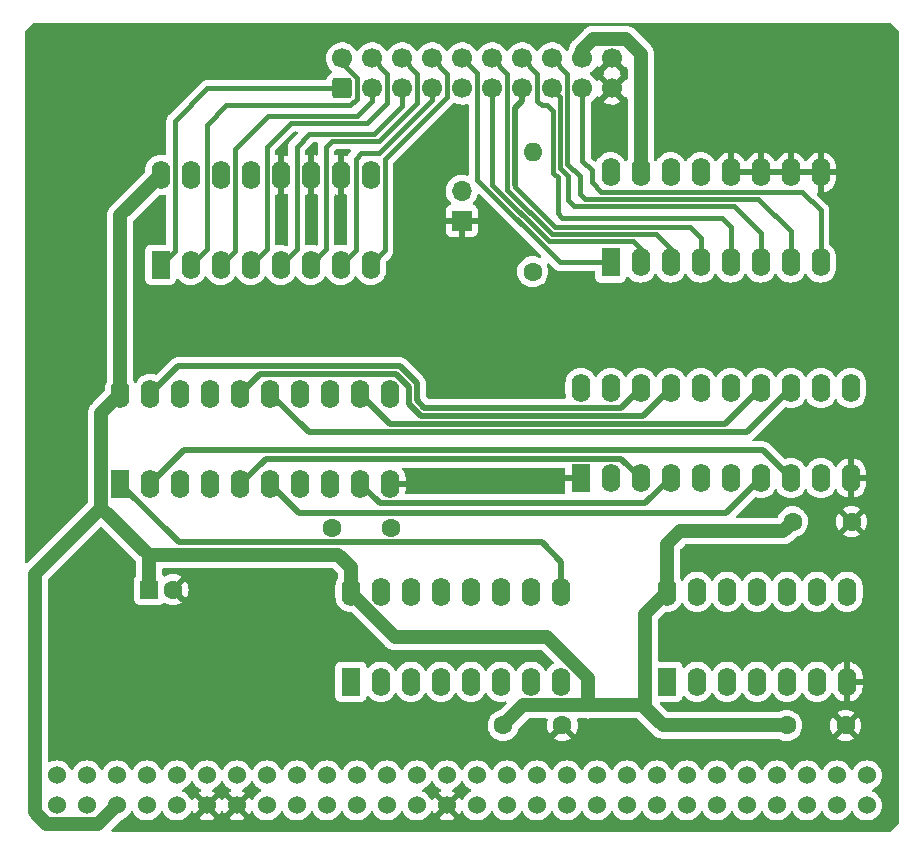
<source format=gbr>
%TF.GenerationSoftware,KiCad,Pcbnew,(6.0.5-0)*%
%TF.CreationDate,2023-11-24T08:11:59-08:00*%
%TF.ProjectId,pio-sp-clone,70696f2d-7370-42d6-936c-6f6e652e6b69,ISS01*%
%TF.SameCoordinates,Original*%
%TF.FileFunction,Copper,L1,Top*%
%TF.FilePolarity,Positive*%
%FSLAX46Y46*%
G04 Gerber Fmt 4.6, Leading zero omitted, Abs format (unit mm)*
G04 Created by KiCad (PCBNEW (6.0.5-0)) date 2023-11-24 08:11:59*
%MOMM*%
%LPD*%
G01*
G04 APERTURE LIST*
G04 Aperture macros list*
%AMRoundRect*
0 Rectangle with rounded corners*
0 $1 Rounding radius*
0 $2 $3 $4 $5 $6 $7 $8 $9 X,Y pos of 4 corners*
0 Add a 4 corners polygon primitive as box body*
4,1,4,$2,$3,$4,$5,$6,$7,$8,$9,$2,$3,0*
0 Add four circle primitives for the rounded corners*
1,1,$1+$1,$2,$3*
1,1,$1+$1,$4,$5*
1,1,$1+$1,$6,$7*
1,1,$1+$1,$8,$9*
0 Add four rect primitives between the rounded corners*
20,1,$1+$1,$2,$3,$4,$5,0*
20,1,$1+$1,$4,$5,$6,$7,0*
20,1,$1+$1,$6,$7,$8,$9,0*
20,1,$1+$1,$8,$9,$2,$3,0*%
G04 Aperture macros list end*
%TA.AperFunction,ComponentPad*%
%ADD10R,1.600000X2.400000*%
%TD*%
%TA.AperFunction,ComponentPad*%
%ADD11O,1.600000X2.400000*%
%TD*%
%TA.AperFunction,ComponentPad*%
%ADD12C,1.524000*%
%TD*%
%TA.AperFunction,ComponentPad*%
%ADD13RoundRect,0.250000X0.600000X-0.600000X0.600000X0.600000X-0.600000X0.600000X-0.600000X-0.600000X0*%
%TD*%
%TA.AperFunction,ComponentPad*%
%ADD14C,1.700000*%
%TD*%
%TA.AperFunction,ComponentPad*%
%ADD15C,1.600000*%
%TD*%
%TA.AperFunction,ComponentPad*%
%ADD16O,1.600000X1.600000*%
%TD*%
%TA.AperFunction,ComponentPad*%
%ADD17R,1.700000X1.700000*%
%TD*%
%TA.AperFunction,ComponentPad*%
%ADD18O,1.700000X1.700000*%
%TD*%
%TA.AperFunction,ComponentPad*%
%ADD19R,1.600000X1.600000*%
%TD*%
%TA.AperFunction,ViaPad*%
%ADD20C,0.800000*%
%TD*%
%TA.AperFunction,Conductor*%
%ADD21C,1.200000*%
%TD*%
%TA.AperFunction,Conductor*%
%ADD22C,0.400000*%
%TD*%
%TA.AperFunction,Conductor*%
%ADD23C,0.500000*%
%TD*%
G04 APERTURE END LIST*
D10*
%TO.P,U4,1*%
%TO.N,/A7*%
X165695000Y-118120000D03*
D11*
%TO.P,U4,2*%
%TO.N,/A6*%
X168235000Y-118120000D03*
%TO.P,U4,3*%
%TO.N,Net-(U1-Pad1)*%
X170775000Y-118120000D03*
%TO.P,U4,4*%
X173315000Y-118120000D03*
%TO.P,U4,5*%
X175855000Y-118120000D03*
%TO.P,U4,6*%
%TO.N,Net-(U4-Pad10)*%
X178395000Y-118120000D03*
%TO.P,U4,7,GND*%
%TO.N,GNDD*%
X180935000Y-118120000D03*
%TO.P,U4,8*%
%TO.N,Net-(U1-Pad11)*%
X180935000Y-110500000D03*
%TO.P,U4,9*%
%TO.N,Net-(U4-Pad10)*%
X178395000Y-110500000D03*
%TO.P,U4,10*%
X175855000Y-110500000D03*
%TO.P,U4,11*%
%TO.N,/~{STB}*%
X173315000Y-110500000D03*
%TO.P,U4,12*%
%TO.N,Net-(U3-Pad13)*%
X170775000Y-110500000D03*
%TO.P,U4,13*%
%TO.N,/~{IORQ}*%
X168235000Y-110500000D03*
%TO.P,U4,14,VCC*%
%TO.N,+5V*%
X165695000Y-110500000D03*
%TD*%
D10*
%TO.P,J2,1,Pin_1*%
%TO.N,/OUT0*%
X160920000Y-82620000D03*
D11*
%TO.P,J2,2,Pin_2*%
%TO.N,/OUT1*%
X163460000Y-82620000D03*
%TO.P,J2,3,Pin_3*%
%TO.N,/OUT2*%
X166000000Y-82620000D03*
%TO.P,J2,4,Pin_4*%
%TO.N,/OUT3*%
X168540000Y-82620000D03*
%TO.P,J2,5,Pin_5*%
%TO.N,/OUT4*%
X171080000Y-82620000D03*
%TO.P,J2,6,Pin_6*%
%TO.N,/OUT5*%
X173620000Y-82620000D03*
%TO.P,J2,7,Pin_7*%
%TO.N,/OUT6*%
X176160000Y-82620000D03*
%TO.P,J2,8,Pin_8*%
%TO.N,/OUT7*%
X178700000Y-82620000D03*
%TO.P,J2,9,Pin_9*%
%TO.N,GNDD*%
X178700000Y-75000000D03*
%TO.P,J2,10,Pin_10*%
X176160000Y-75000000D03*
%TO.P,J2,11,Pin_11*%
X173620000Y-75000000D03*
%TO.P,J2,12,Pin_12*%
X171080000Y-75000000D03*
%TO.P,J2,13,Pin_13*%
%TO.N,+5V*%
X168540000Y-75000000D03*
%TO.P,J2,14,Pin_14*%
X166000000Y-75000000D03*
%TO.P,J2,15,Pin_15*%
X163460000Y-75000000D03*
%TO.P,J2,16,Pin_16*%
X160920000Y-75000000D03*
%TD*%
D10*
%TO.P,J1,1,Pin_1*%
%TO.N,/IN0*%
X122820000Y-82820000D03*
D11*
%TO.P,J1,2,Pin_2*%
%TO.N,/IN1*%
X125360000Y-82820000D03*
%TO.P,J1,3,Pin_3*%
%TO.N,/IN2*%
X127900000Y-82820000D03*
%TO.P,J1,4,Pin_4*%
%TO.N,/IN3*%
X130440000Y-82820000D03*
%TO.P,J1,5,Pin_5*%
%TO.N,/IN4*%
X132980000Y-82820000D03*
%TO.P,J1,6,Pin_6*%
%TO.N,/IN5*%
X135520000Y-82820000D03*
%TO.P,J1,7,Pin_7*%
%TO.N,/IN6*%
X138060000Y-82820000D03*
%TO.P,J1,8,Pin_8*%
%TO.N,/IN7*%
X140600000Y-82820000D03*
%TO.P,J1,9,Pin_9*%
%TO.N,/~{STB}*%
X140600000Y-75200000D03*
%TO.P,J1,10,Pin_10*%
%TO.N,GNDD*%
X138060000Y-75200000D03*
%TO.P,J1,11,Pin_11*%
X135520000Y-75200000D03*
%TO.P,J1,12,Pin_12*%
X132980000Y-75200000D03*
%TO.P,J1,13,Pin_13*%
%TO.N,+5V*%
X130440000Y-75200000D03*
%TO.P,J1,14,Pin_14*%
X127900000Y-75200000D03*
%TO.P,J1,15,Pin_15*%
X125360000Y-75200000D03*
%TO.P,J1,16,Pin_16*%
X122820000Y-75200000D03*
%TD*%
D10*
%TO.P,U3,1,E*%
%TO.N,/~{WR}*%
X138920000Y-118120000D03*
D11*
%TO.P,U3,2,A0*%
%TO.N,/A5*%
X141460000Y-118120000D03*
%TO.P,U3,3,A1*%
%TO.N,Net-(U3-Pad13)*%
X144000000Y-118120000D03*
%TO.P,U3,4,O0*%
%TO.N,unconnected-(U3-Pad4)*%
X146540000Y-118120000D03*
%TO.P,U3,5,O1*%
%TO.N,unconnected-(U3-Pad5)*%
X149080000Y-118120000D03*
%TO.P,U3,6,O2*%
%TO.N,unconnected-(U3-Pad6)*%
X151620000Y-118120000D03*
%TO.P,U3,7,O3*%
%TO.N,Net-(U2-Pad11)*%
X154160000Y-118120000D03*
%TO.P,U3,8,GND*%
%TO.N,GNDD*%
X156700000Y-118120000D03*
%TO.P,U3,9,O3*%
%TO.N,Net-(U1-Pad1)*%
X156700000Y-110500000D03*
%TO.P,U3,10,O2*%
%TO.N,unconnected-(U3-Pad10)*%
X154160000Y-110500000D03*
%TO.P,U3,11,O1*%
%TO.N,unconnected-(U3-Pad11)*%
X151620000Y-110500000D03*
%TO.P,U3,12,O0*%
%TO.N,unconnected-(U3-Pad12)*%
X149080000Y-110500000D03*
%TO.P,U3,13,A1*%
%TO.N,Net-(U3-Pad13)*%
X146540000Y-110500000D03*
%TO.P,U3,14,A0*%
%TO.N,/A5*%
X144000000Y-110500000D03*
%TO.P,U3,15,E*%
%TO.N,/~{RD}*%
X141460000Y-110500000D03*
%TO.P,U3,16,VCC*%
%TO.N,+5V*%
X138920000Y-110500000D03*
%TD*%
D10*
%TO.P,U1,1,OE*%
%TO.N,Net-(U1-Pad1)*%
X119395000Y-101370489D03*
D11*
%TO.P,U1,2,O0*%
%TO.N,/D7*%
X121935000Y-101370489D03*
%TO.P,U1,3,D0*%
%TO.N,/IN7*%
X124475000Y-101370489D03*
%TO.P,U1,4,D1*%
%TO.N,/IN1*%
X127015000Y-101370489D03*
%TO.P,U1,5,O1*%
%TO.N,/D1*%
X129555000Y-101370489D03*
%TO.P,U1,6,O2*%
%TO.N,/D6*%
X132095000Y-101370489D03*
%TO.P,U1,7,D2*%
%TO.N,/IN6*%
X134635000Y-101370489D03*
%TO.P,U1,8,D3*%
%TO.N,/IN5*%
X137175000Y-101370489D03*
%TO.P,U1,9,O3*%
%TO.N,/D5*%
X139715000Y-101370489D03*
%TO.P,U1,10,GND*%
%TO.N,GNDD*%
X142255000Y-101370489D03*
%TO.P,U1,11,Cp*%
%TO.N,Net-(U1-Pad11)*%
X142255000Y-93750489D03*
%TO.P,U1,12,O4*%
%TO.N,/D3*%
X139715000Y-93750489D03*
%TO.P,U1,13,D4*%
%TO.N,/IN3*%
X137175000Y-93750489D03*
%TO.P,U1,14,D5*%
%TO.N,/IN4*%
X134635000Y-93750489D03*
%TO.P,U1,15,O5*%
%TO.N,/D4*%
X132095000Y-93750489D03*
%TO.P,U1,16,O6*%
%TO.N,/D2*%
X129555000Y-93750489D03*
%TO.P,U1,17,D6*%
%TO.N,/IN2*%
X127015000Y-93750489D03*
%TO.P,U1,18,D7*%
%TO.N,/IN0*%
X124475000Y-93750489D03*
%TO.P,U1,19,O7*%
%TO.N,/D0*%
X121935000Y-93750489D03*
%TO.P,U1,20,VCC*%
%TO.N,+5V*%
X119395000Y-93750489D03*
%TD*%
D12*
%TO.P,Z1,*%
%TO.N,*%
X124190000Y-128590000D03*
X124190000Y-126050000D03*
%TO.P,Z1,A1,A15*%
%TO.N,unconnected-(Z1-PadA1)*%
X114030000Y-126050000D03*
%TO.P,Z1,A2,A13*%
%TO.N,unconnected-(Z1-PadA2)*%
X116570000Y-126050000D03*
%TO.P,Z1,A3,D7*%
%TO.N,/D7*%
X119110000Y-126050000D03*
%TO.P,Z1,A4,NC*%
%TO.N,unconnected-(Z1-PadA4)*%
X121650000Y-126050000D03*
%TO.P,Z1,A6,D0*%
%TO.N,/D0*%
X126730000Y-126050000D03*
%TO.P,Z1,A7,D1*%
%TO.N,/D1*%
X129270000Y-126050000D03*
%TO.P,Z1,A8,D2*%
%TO.N,/D2*%
X131810000Y-126050000D03*
%TO.P,Z1,A9,D6*%
%TO.N,/D6*%
X134350000Y-126050000D03*
%TO.P,Z1,A10,D5*%
%TO.N,/D5*%
X136890000Y-126050000D03*
%TO.P,Z1,A11,D3*%
%TO.N,/D3*%
X139430000Y-126050000D03*
%TO.P,Z1,A12,D4*%
%TO.N,/D4*%
X141970000Y-126050000D03*
%TO.P,Z1,A13,~{INT}*%
%TO.N,unconnected-(Z1-PadA13)*%
X144510000Y-126050000D03*
%TO.P,Z1,A14,~{NMI}*%
%TO.N,unconnected-(Z1-PadA14)*%
X147050000Y-126050000D03*
%TO.P,Z1,A15,~{HALT}*%
%TO.N,unconnected-(Z1-PadA15)*%
X149590000Y-126050000D03*
%TO.P,Z1,A16,~{MREQ}*%
%TO.N,unconnected-(Z1-PadA16)*%
X152130000Y-126050000D03*
%TO.P,Z1,A17,~{IORQ}*%
%TO.N,/~{IORQ}*%
X154670000Y-126050000D03*
%TO.P,Z1,A18,~{RD}*%
%TO.N,/~{RD}*%
X157210000Y-126050000D03*
%TO.P,Z1,A19,~{WR}*%
%TO.N,/~{WR}*%
X159750000Y-126050000D03*
%TO.P,Z1,A20,-5V*%
%TO.N,unconnected-(Z1-PadA20)*%
X162290000Y-126050000D03*
%TO.P,Z1,A21,~{WAIT}*%
%TO.N,unconnected-(Z1-PadA21)*%
X164830000Y-126050000D03*
%TO.P,Z1,A22,+12V*%
%TO.N,unconnected-(Z1-PadA22)*%
X167370000Y-126050000D03*
%TO.P,Z1,A23,+12VAC*%
%TO.N,unconnected-(Z1-PadA23)*%
X169910000Y-126050000D03*
%TO.P,Z1,A24,~{M1}*%
%TO.N,unconnected-(Z1-PadA24)*%
X172450000Y-126050000D03*
%TO.P,Z1,A25,~{RFSH}*%
%TO.N,unconnected-(Z1-PadA25)*%
X174990000Y-126050000D03*
%TO.P,Z1,A26,A8*%
%TO.N,unconnected-(Z1-PadA26)*%
X177530000Y-126050000D03*
%TO.P,Z1,A27,A10*%
%TO.N,unconnected-(Z1-PadA27)*%
X180070000Y-126050000D03*
%TO.P,Z1,A28,NC*%
%TO.N,unconnected-(Z1-PadA28)*%
X182610000Y-126050000D03*
%TO.P,Z1,B1,A14*%
%TO.N,unconnected-(Z1-PadB1)*%
X114030000Y-128590000D03*
%TO.P,Z1,B2,A12*%
%TO.N,unconnected-(Z1-PadB2)*%
X116570000Y-128590000D03*
%TO.P,Z1,B3,+5v*%
%TO.N,+5V*%
X119110000Y-128590000D03*
%TO.P,Z1,B4,+9V*%
%TO.N,unconnected-(Z1-PadB4)*%
X121650000Y-128590000D03*
%TO.P,Z1,B6,GND*%
%TO.N,GNDD*%
X126730000Y-128590000D03*
%TO.P,Z1,B7,GND*%
X129270000Y-128590000D03*
%TO.P,Z1,B8,CLK*%
%TO.N,unconnected-(Z1-PadB8)*%
X131810000Y-128590000D03*
%TO.P,Z1,B9,A0*%
%TO.N,unconnected-(Z1-PadB9)*%
X134350000Y-128590000D03*
%TO.P,Z1,B10,A1*%
%TO.N,unconnected-(Z1-PadB10)*%
X136890000Y-128590000D03*
%TO.P,Z1,B11,A2*%
%TO.N,unconnected-(Z1-PadB11)*%
X139430000Y-128590000D03*
%TO.P,Z1,B12,A3*%
%TO.N,unconnected-(Z1-PadB12)*%
X141970000Y-128590000D03*
%TO.P,Z1,B13,~{IORQGE}*%
%TO.N,unconnected-(Z1-PadB13)*%
X144510000Y-128590000D03*
%TO.P,Z1,B14,GND*%
%TO.N,GNDD*%
X147050000Y-128590000D03*
%TO.P,Z1,B15,VIDEO*%
%TO.N,unconnected-(Z1-PadB15)*%
X149590000Y-128590000D03*
%TO.P,Z1,B16,Y*%
%TO.N,unconnected-(Z1-PadB16)*%
X152130000Y-128590000D03*
%TO.P,Z1,B17,V*%
%TO.N,unconnected-(Z1-PadB17)*%
X154670000Y-128590000D03*
%TO.P,Z1,B18,U*%
%TO.N,unconnected-(Z1-PadB18)*%
X157210000Y-128590000D03*
%TO.P,Z1,B19,~{BUSRQ}*%
%TO.N,unconnected-(Z1-PadB19)*%
X159750000Y-128590000D03*
%TO.P,Z1,B20,~{RESET}*%
%TO.N,unconnected-(Z1-PadB20)*%
X162290000Y-128590000D03*
%TO.P,Z1,B21,A7*%
%TO.N,/A7*%
X164830000Y-128590000D03*
%TO.P,Z1,B22,A6*%
%TO.N,/A6*%
X167370000Y-128590000D03*
%TO.P,Z1,B23,A5*%
%TO.N,/A5*%
X169910000Y-128590000D03*
%TO.P,Z1,B24,A4*%
%TO.N,unconnected-(Z1-PadB24)*%
X172450000Y-128590000D03*
%TO.P,Z1,B25,~{ROMCS}*%
%TO.N,unconnected-(Z1-PadB25)*%
X174990000Y-128590000D03*
%TO.P,Z1,B26,~{BUSACK}*%
%TO.N,unconnected-(Z1-PadB26)*%
X177530000Y-128590000D03*
%TO.P,Z1,B27,A9*%
%TO.N,unconnected-(Z1-PadB27)*%
X180070000Y-128590000D03*
%TO.P,Z1,B28,A11*%
%TO.N,unconnected-(Z1-PadB28)*%
X182610000Y-128590000D03*
%TD*%
D13*
%TO.P,J3,1,Pin_1*%
%TO.N,/IN0*%
X138190000Y-67884775D03*
D14*
%TO.P,J3,2,Pin_2*%
%TO.N,/IN1*%
X138190000Y-65344775D03*
%TO.P,J3,3,Pin_3*%
%TO.N,/IN2*%
X140730000Y-67884775D03*
%TO.P,J3,4,Pin_4*%
%TO.N,/IN3*%
X140730000Y-65344775D03*
%TO.P,J3,5,Pin_5*%
%TO.N,/IN4*%
X143270000Y-67884775D03*
%TO.P,J3,6,Pin_6*%
%TO.N,/IN5*%
X143270000Y-65344775D03*
%TO.P,J3,7,Pin_7*%
%TO.N,/IN6*%
X145810000Y-67884775D03*
%TO.P,J3,8,Pin_8*%
%TO.N,/IN7*%
X145810000Y-65344775D03*
%TO.P,J3,9,Pin_9*%
%TO.N,/~{STB}*%
X148350000Y-67884775D03*
%TO.P,J3,10,Pin_10*%
%TO.N,/OUT0*%
X148350000Y-65344775D03*
%TO.P,J3,11,Pin_11*%
%TO.N,/OUT1*%
X150890000Y-67884775D03*
%TO.P,J3,12,Pin_12*%
%TO.N,/OUT2*%
X150890000Y-65344775D03*
%TO.P,J3,13,Pin_13*%
%TO.N,/OUT3*%
X153430000Y-67884775D03*
%TO.P,J3,14,Pin_14*%
%TO.N,/OUT4*%
X153430000Y-65344775D03*
%TO.P,J3,15,Pin_15*%
%TO.N,/OUT5*%
X155970000Y-67884775D03*
%TO.P,J3,16,Pin_16*%
%TO.N,/OUT6*%
X155970000Y-65344775D03*
%TO.P,J3,17,Pin_17*%
%TO.N,/OUT7*%
X158510000Y-67884775D03*
%TO.P,J3,18,Pin_18*%
%TO.N,+5V*%
X158510000Y-65344775D03*
%TO.P,J3,19,Pin_19*%
%TO.N,GNDD*%
X161050000Y-67884775D03*
%TO.P,J3,20,Pin_20*%
X161050000Y-65344775D03*
%TD*%
D15*
%TO.P,R1,1*%
%TO.N,+5V*%
X154320000Y-83400000D03*
D16*
%TO.P,R1,2*%
%TO.N,/~{STB}*%
X154320000Y-73240000D03*
%TD*%
D10*
%TO.P,U2,1,OE*%
%TO.N,GNDD*%
X158395000Y-100870489D03*
D11*
%TO.P,U2,2,O0*%
%TO.N,/OUT1*%
X160935000Y-100870489D03*
%TO.P,U2,3,D0*%
%TO.N,/D1*%
X163475000Y-100870489D03*
%TO.P,U2,4,D1*%
%TO.N,/D5*%
X166015000Y-100870489D03*
%TO.P,U2,5,O1*%
%TO.N,/OUT5*%
X168555000Y-100870489D03*
%TO.P,U2,6,O2*%
%TO.N,/OUT6*%
X171095000Y-100870489D03*
%TO.P,U2,7,D2*%
%TO.N,/D6*%
X173635000Y-100870489D03*
%TO.P,U2,8,D3*%
%TO.N,/D7*%
X176175000Y-100870489D03*
%TO.P,U2,9,O3*%
%TO.N,/OUT7*%
X178715000Y-100870489D03*
%TO.P,U2,10,GND*%
%TO.N,GNDD*%
X181255000Y-100870489D03*
%TO.P,U2,11,Cp*%
%TO.N,Net-(U2-Pad11)*%
X181255000Y-93250489D03*
%TO.P,U2,12,O4*%
%TO.N,/OUT4*%
X178715000Y-93250489D03*
%TO.P,U2,13,D4*%
%TO.N,/D4*%
X176175000Y-93250489D03*
%TO.P,U2,14,D5*%
%TO.N,/D3*%
X173635000Y-93250489D03*
%TO.P,U2,15,O5*%
%TO.N,/OUT3*%
X171095000Y-93250489D03*
%TO.P,U2,16,O6*%
%TO.N,/OUT2*%
X168555000Y-93250489D03*
%TO.P,U2,17,D6*%
%TO.N,/D2*%
X166015000Y-93250489D03*
%TO.P,U2,18,D7*%
%TO.N,/D0*%
X163475000Y-93250489D03*
%TO.P,U2,19,O7*%
%TO.N,/OUT0*%
X160935000Y-93250489D03*
%TO.P,U2,20,VCC*%
%TO.N,+5V*%
X158395000Y-93250489D03*
%TD*%
D15*
%TO.P,C2,1*%
%TO.N,+5V*%
X176320000Y-104570489D03*
%TO.P,C2,2*%
%TO.N,GNDD*%
X181320000Y-104570489D03*
%TD*%
%TO.P,C4,1*%
%TO.N,+5V*%
X175820000Y-121820000D03*
%TO.P,C4,2*%
%TO.N,GNDD*%
X180820000Y-121820000D03*
%TD*%
D17*
%TO.P,JP1,1,A*%
%TO.N,GNDD*%
X148320000Y-79095000D03*
D18*
%TO.P,JP1,2,B*%
%TO.N,/~{STB}*%
X148320000Y-76555000D03*
%TD*%
D19*
%TO.P,C5,1*%
%TO.N,+5V*%
X121864888Y-110320000D03*
D15*
%TO.P,C5,2*%
%TO.N,GNDD*%
X123864888Y-110320000D03*
%TD*%
%TO.P,C1,1*%
%TO.N,+5V*%
X137320000Y-105070489D03*
%TO.P,C1,2*%
%TO.N,GNDD*%
X142320000Y-105070489D03*
%TD*%
%TO.P,C3,1*%
%TO.N,+5V*%
X151820000Y-121820000D03*
%TO.P,C3,2*%
%TO.N,GNDD*%
X156820000Y-121820000D03*
%TD*%
D20*
%TO.N,GNDD*%
X174820000Y-102820000D03*
X114820000Y-121320000D03*
X113820000Y-122320000D03*
X147820000Y-101320000D03*
X181820000Y-68320000D03*
X146820000Y-101320000D03*
X114820000Y-122320000D03*
X180820000Y-68320000D03*
X150820000Y-101320000D03*
X151820000Y-101320000D03*
X113820000Y-121320000D03*
X148820000Y-101320000D03*
X152820000Y-101320000D03*
X180820000Y-67320000D03*
X181820000Y-67320000D03*
%TD*%
D21*
%TO.N,+5V*%
X119395000Y-78625000D02*
X122820000Y-75200000D01*
X158510000Y-65344775D02*
X158510000Y-64630000D01*
X117795489Y-103370000D02*
X117795489Y-95350000D01*
X153520480Y-120119520D02*
X159020480Y-120119520D01*
X163820000Y-112375000D02*
X165695000Y-110500000D01*
X119395000Y-93750489D02*
X119395000Y-78625000D01*
X138920000Y-108420000D02*
X137869520Y-107369520D01*
X138920000Y-110500000D02*
X138920000Y-108420000D01*
X166769512Y-105370488D02*
X165695000Y-106445000D01*
X117548489Y-130151511D02*
X113151511Y-130151511D01*
X158510000Y-64630000D02*
X159444736Y-63695264D01*
X159020480Y-120119520D02*
X163619520Y-120119520D01*
X112151511Y-109013978D02*
X117795489Y-103370000D01*
X155562062Y-114320000D02*
X159020480Y-117778418D01*
X175820000Y-121820000D02*
X165320000Y-121820000D01*
X112151511Y-129151511D02*
X112151511Y-109013978D01*
X175520001Y-105370488D02*
X166769512Y-105370488D01*
X162195264Y-63695264D02*
X163460000Y-64960000D01*
X137869520Y-107369520D02*
X121795009Y-107369520D01*
X138920000Y-110622062D02*
X142617938Y-114320000D01*
X121864888Y-107439399D02*
X121795009Y-107369520D01*
X165695000Y-106445000D02*
X165695000Y-110500000D01*
X163460000Y-64960000D02*
X163460000Y-75000000D01*
X138920000Y-110500000D02*
X138920000Y-110622062D01*
X163619520Y-120119520D02*
X163820000Y-120320000D01*
X159020480Y-117778418D02*
X159020480Y-120119520D01*
X151820000Y-121820000D02*
X153520480Y-120119520D01*
X119110000Y-128590000D02*
X117548489Y-130151511D01*
X121864888Y-110320000D02*
X121864888Y-107439399D01*
X121795009Y-107369520D02*
X117795489Y-103370000D01*
X163820000Y-120320000D02*
X163820000Y-112375000D01*
X176320000Y-104570489D02*
X175520001Y-105370488D01*
X113151511Y-130151511D02*
X112151511Y-129151511D01*
X159444736Y-63695264D02*
X162195264Y-63695264D01*
X117795489Y-95350000D02*
X119395000Y-93750489D01*
X142617938Y-114320000D02*
X155562062Y-114320000D01*
X165320000Y-121820000D02*
X163820000Y-120320000D01*
D22*
%TO.N,/IN0*%
X124019520Y-81620480D02*
X122820000Y-82820000D01*
X124019520Y-70620480D02*
X124019520Y-81620480D01*
X138190000Y-67884775D02*
X126755225Y-67884775D01*
X126755225Y-67884775D02*
X124019520Y-70620480D01*
%TO.N,/IN1*%
X138190000Y-65766216D02*
X139439520Y-67015736D01*
X126700480Y-81479520D02*
X125360000Y-82820000D01*
X126700480Y-70939520D02*
X126700480Y-81479520D01*
X138190000Y-65344775D02*
X138190000Y-65766216D01*
X138873334Y-69320000D02*
X128320000Y-69320000D01*
X139439520Y-68753814D02*
X138873334Y-69320000D01*
X139439520Y-67015736D02*
X139439520Y-68753814D01*
X128320000Y-69320000D02*
X126700480Y-70939520D01*
%TO.N,/IN2*%
X129099520Y-73040480D02*
X129099520Y-81620480D01*
X139419520Y-70220480D02*
X131919520Y-70220480D01*
X131919520Y-70220480D02*
X129099520Y-73040480D01*
X129099520Y-81620480D02*
X127900000Y-82820000D01*
X140730000Y-68910000D02*
X139419520Y-70220480D01*
X140730000Y-67884775D02*
X140730000Y-68910000D01*
%TO.N,/IN3*%
X133820000Y-70820000D02*
X131780480Y-72859520D01*
X140320000Y-70820000D02*
X133820000Y-70820000D01*
X131780480Y-81479520D02*
X130440000Y-82820000D01*
X142020489Y-69119511D02*
X140320000Y-70820000D01*
X142020489Y-66635264D02*
X142020489Y-69119511D01*
X140730000Y-65344775D02*
X142020489Y-66635264D01*
X131780480Y-72859520D02*
X131780480Y-81479520D01*
%TO.N,/IN4*%
X135419520Y-71720480D02*
X134320000Y-72820000D01*
X143270000Y-69370000D02*
X140919520Y-71720480D01*
X134320000Y-81480000D02*
X132980000Y-82820000D01*
X143270000Y-67884775D02*
X143270000Y-69370000D01*
X134320000Y-72820000D02*
X134320000Y-81480000D01*
X140919520Y-71720480D02*
X135419520Y-71720480D01*
%TO.N,/IN5*%
X136820000Y-81520000D02*
X135520000Y-82820000D01*
X137320000Y-72320000D02*
X136820000Y-72820000D01*
X144560489Y-66635264D02*
X144560489Y-69079511D01*
X136820000Y-72820000D02*
X136820000Y-81520000D01*
X144560489Y-69079511D02*
X141320000Y-72320000D01*
X141320000Y-72320000D02*
X137320000Y-72320000D01*
X143270000Y-65344775D02*
X144560489Y-66635264D01*
%TO.N,/IN6*%
X139320000Y-81560000D02*
X138060000Y-82820000D01*
X139320000Y-73820000D02*
X139320000Y-81560000D01*
X145810000Y-67884775D02*
X145810000Y-68830000D01*
X139820000Y-73320000D02*
X139320000Y-73820000D01*
X145810000Y-68830000D02*
X141320000Y-73320000D01*
X141320000Y-73320000D02*
X139820000Y-73320000D01*
%TO.N,/IN7*%
X141820000Y-73880978D02*
X141820000Y-81600000D01*
X145810000Y-65344775D02*
X147100489Y-66635264D01*
X147100489Y-66635264D02*
X147100489Y-68600489D01*
X147100489Y-68600489D02*
X141820000Y-73880978D01*
X141820000Y-81600000D02*
X140600000Y-82820000D01*
%TO.N,/OUT0*%
X148350000Y-65344775D02*
X149599511Y-66594286D01*
X149599511Y-75599511D02*
X156620000Y-82620000D01*
X156620000Y-82620000D02*
X160920000Y-82620000D01*
X149599511Y-66594286D02*
X149599511Y-75599511D01*
%TO.N,/OUT1*%
X150890000Y-67884775D02*
X150890000Y-76042150D01*
X163460000Y-81460000D02*
X163460000Y-82620000D01*
X150890000Y-76042150D02*
X155667850Y-80820000D01*
X155667850Y-80820000D02*
X162820000Y-80820000D01*
X162820000Y-80820000D02*
X163460000Y-81460000D01*
%TO.N,/OUT2*%
X152180489Y-76484789D02*
X155916180Y-80220480D01*
X166000000Y-81500000D02*
X166000000Y-82620000D01*
X155916180Y-80220480D02*
X164720480Y-80220480D01*
X150890000Y-65344775D02*
X152180489Y-66635264D01*
X164720480Y-80220480D02*
X166000000Y-81500000D01*
X152180489Y-66635264D02*
X152180489Y-76484789D01*
%TO.N,/OUT3*%
X168540000Y-82620000D02*
X168540000Y-80540000D01*
D23*
X153430000Y-67884775D02*
X153430000Y-68960000D01*
D22*
X168540000Y-80540000D02*
X167620960Y-79620960D01*
X167620960Y-79620960D02*
X156164510Y-79620960D01*
D23*
X153430000Y-68960000D02*
X152830009Y-69559991D01*
X152830009Y-69559991D02*
X152830009Y-76070000D01*
D22*
X156164510Y-79620960D02*
X152780009Y-76236459D01*
%TO.N,/OUT4*%
X154720489Y-68970489D02*
X155070000Y-69320000D01*
X156419520Y-78419520D02*
X156820000Y-78820000D01*
X156419520Y-75419520D02*
X156061449Y-75061449D01*
X156419520Y-75419520D02*
X156419520Y-78419520D01*
X153430000Y-65344775D02*
X154720489Y-66635264D01*
X156061449Y-75061449D02*
X156061449Y-69820000D01*
X171080000Y-79580000D02*
X171080000Y-82620000D01*
X156061449Y-69820000D02*
X155561449Y-69320000D01*
X154720489Y-66635264D02*
X154720489Y-68970489D01*
X170320000Y-78820000D02*
X171080000Y-79580000D01*
X155561449Y-69320000D02*
X155070000Y-69320000D01*
X156820000Y-78820000D02*
X170320000Y-78820000D01*
%TO.N,/OUT5*%
X157320000Y-77320000D02*
X157320000Y-75320000D01*
X156660969Y-74660969D02*
X156660969Y-68575744D01*
X157320000Y-75320000D02*
X156660969Y-74660969D01*
X171320000Y-77820000D02*
X157820000Y-77820000D01*
X173620000Y-82620000D02*
X173620000Y-80120000D01*
X157820000Y-77820000D02*
X157320000Y-77320000D01*
X156660969Y-68575744D02*
X155970000Y-67884775D01*
X173620000Y-80120000D02*
X171320000Y-77820000D01*
%TO.N,/OUT6*%
X155970000Y-65344775D02*
X157260489Y-66635264D01*
X176160000Y-79960960D02*
X176160000Y-82620000D01*
X158320000Y-76820000D02*
X158720480Y-77220480D01*
X173419520Y-77220480D02*
X176160000Y-79960960D01*
X158320000Y-75320000D02*
X158320000Y-76820000D01*
X157260489Y-66635264D02*
X157260489Y-74260489D01*
X157260489Y-74260489D02*
X158320000Y-75320000D01*
X158720480Y-77220480D02*
X173419520Y-77220480D01*
%TO.N,/OUT7*%
X158510000Y-74010000D02*
X159320000Y-74820000D01*
X177120960Y-76620960D02*
X178700000Y-78200000D01*
X160120960Y-76620960D02*
X177120960Y-76620960D01*
X178700000Y-78200000D02*
X178700000Y-82620000D01*
X158510000Y-67884775D02*
X158510000Y-74010000D01*
X159320000Y-74820000D02*
X159320000Y-75820000D01*
X159320000Y-75820000D02*
X160120960Y-76620960D01*
D23*
%TO.N,Net-(U1-Pad1)*%
X124344511Y-106320000D02*
X155069511Y-106320000D01*
X155069511Y-106320000D02*
X156700000Y-107950489D01*
X119395000Y-101370489D02*
X124344511Y-106320000D01*
X156700000Y-107950489D02*
X156700000Y-110500000D01*
%TO.N,/D7*%
X121935000Y-101370489D02*
X124784039Y-98521450D01*
X173825961Y-98521450D02*
X176175000Y-100870489D01*
X124784039Y-98521450D02*
X173825961Y-98521450D01*
%TO.N,/D1*%
X161825480Y-99220969D02*
X163475000Y-100870489D01*
X131704520Y-99220969D02*
X161825480Y-99220969D01*
X129555000Y-101370489D02*
X131704520Y-99220969D01*
%TO.N,/D6*%
X134545489Y-103820978D02*
X170684511Y-103820978D01*
X170684511Y-103820978D02*
X173635000Y-100870489D01*
X132095000Y-101370489D02*
X134545489Y-103820978D01*
%TO.N,/D5*%
X141364520Y-103020009D02*
X163865480Y-103020009D01*
X163865480Y-103020009D02*
X166015000Y-100870489D01*
X139715000Y-101370489D02*
X141364520Y-103020009D01*
%TO.N,/D3*%
X170586440Y-96299049D02*
X173635000Y-93250489D01*
X139715000Y-93750489D02*
X142263560Y-96299049D01*
X142263560Y-96299049D02*
X170586440Y-96299049D01*
%TO.N,/D4*%
X135343079Y-96998568D02*
X172426921Y-96998568D01*
X172426921Y-96998568D02*
X176175000Y-93250489D01*
X132095000Y-93750489D02*
X135343079Y-96998568D01*
%TO.N,/D2*%
X163665960Y-95599529D02*
X166015000Y-93250489D01*
X144849040Y-95599529D02*
X163665960Y-95599529D01*
X142772568Y-92100969D02*
X143820000Y-93148401D01*
X143820000Y-93148401D02*
X143820000Y-94570489D01*
X143820000Y-94570489D02*
X144849040Y-95599529D01*
X131204520Y-92100969D02*
X142772568Y-92100969D01*
X129555000Y-93750489D02*
X131204520Y-92100969D01*
%TO.N,/D0*%
X124284040Y-91401449D02*
X121935000Y-93750489D01*
X144519520Y-92858651D02*
X143062318Y-91401449D01*
X143062318Y-91401449D02*
X124284040Y-91401449D01*
X145149520Y-94900009D02*
X144519520Y-94270009D01*
X161825480Y-94900009D02*
X145149520Y-94900009D01*
X163475000Y-93250489D02*
X161825480Y-94900009D01*
X144519520Y-94270009D02*
X144519520Y-92858651D01*
%TD*%
%TA.AperFunction,Conductor*%
%TO.N,GNDD*%
G36*
X184625303Y-62348502D02*
G01*
X184646278Y-62365405D01*
X185274596Y-62993724D01*
X185308621Y-63056036D01*
X185311500Y-63082819D01*
X185311500Y-130057183D01*
X185291498Y-130125304D01*
X185274595Y-130146278D01*
X184646278Y-130774595D01*
X184583966Y-130808621D01*
X184557183Y-130811500D01*
X118760345Y-130811500D01*
X118692224Y-130791498D01*
X118645731Y-130737842D01*
X118635627Y-130667568D01*
X118665121Y-130602988D01*
X118671234Y-130596422D01*
X119430827Y-129836829D01*
X119487309Y-129804219D01*
X119540882Y-129789864D01*
X119540885Y-129789863D01*
X119546196Y-129788440D01*
X119640396Y-129744514D01*
X119742690Y-129696814D01*
X119742695Y-129696811D01*
X119747677Y-129694488D01*
X119849505Y-129623187D01*
X119925270Y-129570136D01*
X119925273Y-129570134D01*
X119929781Y-129566977D01*
X120086977Y-129409781D01*
X120174894Y-129284223D01*
X120211331Y-129232185D01*
X120211332Y-129232183D01*
X120214488Y-129227676D01*
X120216811Y-129222694D01*
X120216814Y-129222689D01*
X120265805Y-129117627D01*
X120312723Y-129064342D01*
X120381000Y-129044881D01*
X120448960Y-129065423D01*
X120494195Y-129117627D01*
X120543186Y-129222689D01*
X120543189Y-129222694D01*
X120545512Y-129227676D01*
X120548668Y-129232183D01*
X120548669Y-129232185D01*
X120585107Y-129284223D01*
X120673023Y-129409781D01*
X120830219Y-129566977D01*
X120834727Y-129570134D01*
X120834730Y-129570136D01*
X120910495Y-129623187D01*
X121012323Y-129694488D01*
X121017305Y-129696811D01*
X121017310Y-129696814D01*
X121207810Y-129785645D01*
X121213804Y-129788440D01*
X121219112Y-129789862D01*
X121219114Y-129789863D01*
X121284949Y-129807503D01*
X121428537Y-129845978D01*
X121650000Y-129865353D01*
X121871463Y-129845978D01*
X122015051Y-129807503D01*
X122080886Y-129789863D01*
X122080888Y-129789862D01*
X122086196Y-129788440D01*
X122092190Y-129785645D01*
X122282690Y-129696814D01*
X122282695Y-129696811D01*
X122287677Y-129694488D01*
X122389505Y-129623187D01*
X122465270Y-129570136D01*
X122465273Y-129570134D01*
X122469781Y-129566977D01*
X122626977Y-129409781D01*
X122714894Y-129284223D01*
X122751331Y-129232185D01*
X122751332Y-129232183D01*
X122754488Y-129227676D01*
X122756811Y-129222694D01*
X122756814Y-129222689D01*
X122805805Y-129117627D01*
X122852723Y-129064342D01*
X122921000Y-129044881D01*
X122988960Y-129065423D01*
X123034195Y-129117627D01*
X123083186Y-129222689D01*
X123083189Y-129222694D01*
X123085512Y-129227676D01*
X123088668Y-129232183D01*
X123088669Y-129232185D01*
X123125107Y-129284223D01*
X123213023Y-129409781D01*
X123370219Y-129566977D01*
X123374727Y-129570134D01*
X123374730Y-129570136D01*
X123450495Y-129623187D01*
X123552323Y-129694488D01*
X123557305Y-129696811D01*
X123557310Y-129696814D01*
X123747810Y-129785645D01*
X123753804Y-129788440D01*
X123759112Y-129789862D01*
X123759114Y-129789863D01*
X123824949Y-129807503D01*
X123968537Y-129845978D01*
X124190000Y-129865353D01*
X124411463Y-129845978D01*
X124555051Y-129807503D01*
X124620886Y-129789863D01*
X124620888Y-129789862D01*
X124626196Y-129788440D01*
X124632190Y-129785645D01*
X124822690Y-129696814D01*
X124822695Y-129696811D01*
X124827677Y-129694488D01*
X124892959Y-129648777D01*
X126035777Y-129648777D01*
X126045074Y-129660793D01*
X126088069Y-129690898D01*
X126097555Y-129696376D01*
X126288993Y-129785645D01*
X126299285Y-129789391D01*
X126503309Y-129844059D01*
X126514104Y-129845962D01*
X126724525Y-129864372D01*
X126735475Y-129864372D01*
X126945896Y-129845962D01*
X126956691Y-129844059D01*
X127160715Y-129789391D01*
X127171007Y-129785645D01*
X127362445Y-129696376D01*
X127371931Y-129690898D01*
X127415764Y-129660207D01*
X127424139Y-129649729D01*
X127423639Y-129648777D01*
X128575777Y-129648777D01*
X128585074Y-129660793D01*
X128628069Y-129690898D01*
X128637555Y-129696376D01*
X128828993Y-129785645D01*
X128839285Y-129789391D01*
X129043309Y-129844059D01*
X129054104Y-129845962D01*
X129264525Y-129864372D01*
X129275475Y-129864372D01*
X129485896Y-129845962D01*
X129496691Y-129844059D01*
X129700715Y-129789391D01*
X129711007Y-129785645D01*
X129902445Y-129696376D01*
X129911931Y-129690898D01*
X129955764Y-129660207D01*
X129964139Y-129649729D01*
X129957071Y-129636281D01*
X129282812Y-128962022D01*
X129268868Y-128954408D01*
X129267035Y-128954539D01*
X129260420Y-128958790D01*
X128582207Y-129637003D01*
X128575777Y-129648777D01*
X127423639Y-129648777D01*
X127417071Y-129636281D01*
X126742812Y-128962022D01*
X126728868Y-128954408D01*
X126727035Y-128954539D01*
X126720420Y-128958790D01*
X126042207Y-129637003D01*
X126035777Y-129648777D01*
X124892959Y-129648777D01*
X124929505Y-129623187D01*
X125005270Y-129570136D01*
X125005273Y-129570134D01*
X125009781Y-129566977D01*
X125166977Y-129409781D01*
X125254894Y-129284223D01*
X125291331Y-129232185D01*
X125291332Y-129232183D01*
X125294488Y-129227676D01*
X125296811Y-129222694D01*
X125296814Y-129222689D01*
X125346081Y-129117035D01*
X125392999Y-129063750D01*
X125461276Y-129044289D01*
X125529236Y-129064831D01*
X125574471Y-129117035D01*
X125623623Y-129222441D01*
X125629103Y-129231932D01*
X125659794Y-129275765D01*
X125670271Y-129284140D01*
X125683718Y-129277072D01*
X126357978Y-128602812D01*
X126364356Y-128591132D01*
X127094408Y-128591132D01*
X127094539Y-128592965D01*
X127098790Y-128599580D01*
X127777003Y-129277793D01*
X127788777Y-129284223D01*
X127800793Y-129274926D01*
X127830897Y-129231932D01*
X127836377Y-129222441D01*
X127885805Y-129116443D01*
X127932722Y-129063158D01*
X128001000Y-129043697D01*
X128068960Y-129064239D01*
X128114195Y-129116443D01*
X128163623Y-129222441D01*
X128169103Y-129231932D01*
X128199794Y-129275765D01*
X128210271Y-129284140D01*
X128223718Y-129277072D01*
X128897978Y-128602812D01*
X128905592Y-128588868D01*
X128905461Y-128587035D01*
X128901210Y-128580420D01*
X128222997Y-127902207D01*
X128211223Y-127895777D01*
X128199207Y-127905074D01*
X128169103Y-127948068D01*
X128163623Y-127957559D01*
X128114195Y-128063557D01*
X128067278Y-128116842D01*
X127999000Y-128136303D01*
X127931040Y-128115761D01*
X127885805Y-128063557D01*
X127836377Y-127957559D01*
X127830897Y-127948068D01*
X127800206Y-127904235D01*
X127789729Y-127895860D01*
X127776282Y-127902928D01*
X127102022Y-128577188D01*
X127094408Y-128591132D01*
X126364356Y-128591132D01*
X126365592Y-128588868D01*
X126365461Y-128587035D01*
X126361210Y-128580420D01*
X125682997Y-127902207D01*
X125671223Y-127895777D01*
X125659207Y-127905074D01*
X125629103Y-127948068D01*
X125623623Y-127957559D01*
X125574471Y-128062965D01*
X125527553Y-128116250D01*
X125459276Y-128135711D01*
X125391316Y-128115169D01*
X125346081Y-128062965D01*
X125296814Y-127957311D01*
X125296811Y-127957306D01*
X125294488Y-127952324D01*
X125291331Y-127947815D01*
X125170136Y-127774730D01*
X125170134Y-127774727D01*
X125166977Y-127770219D01*
X125009781Y-127613023D01*
X125005273Y-127609866D01*
X125005270Y-127609864D01*
X124929505Y-127556813D01*
X124827677Y-127485512D01*
X124822695Y-127483189D01*
X124822690Y-127483186D01*
X124717627Y-127434195D01*
X124664342Y-127387278D01*
X124644881Y-127319001D01*
X124665423Y-127251041D01*
X124717627Y-127205805D01*
X124822690Y-127156814D01*
X124822695Y-127156811D01*
X124827677Y-127154488D01*
X124959989Y-127061842D01*
X125005270Y-127030136D01*
X125005273Y-127030134D01*
X125009781Y-127026977D01*
X125166977Y-126869781D01*
X125294488Y-126687676D01*
X125296811Y-126682694D01*
X125296814Y-126682689D01*
X125345805Y-126577627D01*
X125392723Y-126524342D01*
X125461000Y-126504881D01*
X125528960Y-126525423D01*
X125574195Y-126577627D01*
X125623186Y-126682689D01*
X125623189Y-126682694D01*
X125625512Y-126687676D01*
X125753023Y-126869781D01*
X125910219Y-127026977D01*
X125914727Y-127030134D01*
X125914730Y-127030136D01*
X125960011Y-127061842D01*
X126092323Y-127154488D01*
X126097305Y-127156811D01*
X126097310Y-127156814D01*
X126202965Y-127206081D01*
X126256250Y-127252998D01*
X126275711Y-127321275D01*
X126255169Y-127389235D01*
X126202965Y-127434471D01*
X126097559Y-127483623D01*
X126088068Y-127489103D01*
X126044235Y-127519794D01*
X126035860Y-127530271D01*
X126042928Y-127543718D01*
X126717188Y-128217978D01*
X126731132Y-128225592D01*
X126732965Y-128225461D01*
X126739580Y-128221210D01*
X127417793Y-127542997D01*
X127424223Y-127531223D01*
X127414926Y-127519207D01*
X127371931Y-127489102D01*
X127362445Y-127483624D01*
X127257035Y-127434471D01*
X127203750Y-127387554D01*
X127184289Y-127319277D01*
X127204831Y-127251317D01*
X127257035Y-127206081D01*
X127362690Y-127156814D01*
X127362695Y-127156811D01*
X127367677Y-127154488D01*
X127499989Y-127061842D01*
X127545270Y-127030136D01*
X127545273Y-127030134D01*
X127549781Y-127026977D01*
X127706977Y-126869781D01*
X127834488Y-126687676D01*
X127836811Y-126682694D01*
X127836814Y-126682689D01*
X127885805Y-126577627D01*
X127932723Y-126524342D01*
X128001000Y-126504881D01*
X128068960Y-126525423D01*
X128114195Y-126577627D01*
X128163186Y-126682689D01*
X128163189Y-126682694D01*
X128165512Y-126687676D01*
X128293023Y-126869781D01*
X128450219Y-127026977D01*
X128454727Y-127030134D01*
X128454730Y-127030136D01*
X128500011Y-127061842D01*
X128632323Y-127154488D01*
X128637305Y-127156811D01*
X128637310Y-127156814D01*
X128742965Y-127206081D01*
X128796250Y-127252998D01*
X128815711Y-127321275D01*
X128795169Y-127389235D01*
X128742965Y-127434471D01*
X128637559Y-127483623D01*
X128628068Y-127489103D01*
X128584235Y-127519794D01*
X128575860Y-127530271D01*
X128582928Y-127543718D01*
X129257188Y-128217978D01*
X129271132Y-128225592D01*
X129272965Y-128225461D01*
X129279580Y-128221210D01*
X129957793Y-127542997D01*
X129964223Y-127531223D01*
X129954926Y-127519207D01*
X129911931Y-127489102D01*
X129902445Y-127483624D01*
X129797035Y-127434471D01*
X129743750Y-127387554D01*
X129724289Y-127319277D01*
X129744831Y-127251317D01*
X129797035Y-127206081D01*
X129902690Y-127156814D01*
X129902695Y-127156811D01*
X129907677Y-127154488D01*
X130039989Y-127061842D01*
X130085270Y-127030136D01*
X130085273Y-127030134D01*
X130089781Y-127026977D01*
X130246977Y-126869781D01*
X130374488Y-126687676D01*
X130376811Y-126682694D01*
X130376814Y-126682689D01*
X130425805Y-126577627D01*
X130472723Y-126524342D01*
X130541000Y-126504881D01*
X130608960Y-126525423D01*
X130654195Y-126577627D01*
X130703186Y-126682689D01*
X130703189Y-126682694D01*
X130705512Y-126687676D01*
X130833023Y-126869781D01*
X130990219Y-127026977D01*
X130994727Y-127030134D01*
X130994730Y-127030136D01*
X131040011Y-127061842D01*
X131172323Y-127154488D01*
X131177305Y-127156811D01*
X131177310Y-127156814D01*
X131282373Y-127205805D01*
X131335658Y-127252722D01*
X131355119Y-127320999D01*
X131334577Y-127388959D01*
X131282373Y-127434195D01*
X131177311Y-127483186D01*
X131177306Y-127483189D01*
X131172324Y-127485512D01*
X131167817Y-127488668D01*
X131167815Y-127488669D01*
X130994730Y-127609864D01*
X130994727Y-127609866D01*
X130990219Y-127613023D01*
X130833023Y-127770219D01*
X130829866Y-127774727D01*
X130829864Y-127774730D01*
X130708669Y-127947815D01*
X130705512Y-127952324D01*
X130703189Y-127957306D01*
X130703186Y-127957311D01*
X130653919Y-128062965D01*
X130607001Y-128116250D01*
X130538724Y-128135711D01*
X130470764Y-128115169D01*
X130425529Y-128062965D01*
X130376377Y-127957559D01*
X130370897Y-127948068D01*
X130340206Y-127904235D01*
X130329729Y-127895860D01*
X130316282Y-127902928D01*
X129642022Y-128577188D01*
X129634408Y-128591132D01*
X129634539Y-128592965D01*
X129638790Y-128599580D01*
X130317003Y-129277793D01*
X130328777Y-129284223D01*
X130340793Y-129274926D01*
X130370897Y-129231932D01*
X130376377Y-129222441D01*
X130425529Y-129117035D01*
X130472447Y-129063750D01*
X130540724Y-129044289D01*
X130608684Y-129064831D01*
X130653919Y-129117035D01*
X130703186Y-129222689D01*
X130703189Y-129222694D01*
X130705512Y-129227676D01*
X130708668Y-129232183D01*
X130708669Y-129232185D01*
X130745107Y-129284223D01*
X130833023Y-129409781D01*
X130990219Y-129566977D01*
X130994727Y-129570134D01*
X130994730Y-129570136D01*
X131070495Y-129623187D01*
X131172323Y-129694488D01*
X131177305Y-129696811D01*
X131177310Y-129696814D01*
X131367810Y-129785645D01*
X131373804Y-129788440D01*
X131379112Y-129789862D01*
X131379114Y-129789863D01*
X131444949Y-129807503D01*
X131588537Y-129845978D01*
X131810000Y-129865353D01*
X132031463Y-129845978D01*
X132175051Y-129807503D01*
X132240886Y-129789863D01*
X132240888Y-129789862D01*
X132246196Y-129788440D01*
X132252190Y-129785645D01*
X132442690Y-129696814D01*
X132442695Y-129696811D01*
X132447677Y-129694488D01*
X132549505Y-129623187D01*
X132625270Y-129570136D01*
X132625273Y-129570134D01*
X132629781Y-129566977D01*
X132786977Y-129409781D01*
X132874894Y-129284223D01*
X132911331Y-129232185D01*
X132911332Y-129232183D01*
X132914488Y-129227676D01*
X132916811Y-129222694D01*
X132916814Y-129222689D01*
X132965805Y-129117627D01*
X133012723Y-129064342D01*
X133081000Y-129044881D01*
X133148960Y-129065423D01*
X133194195Y-129117627D01*
X133243186Y-129222689D01*
X133243189Y-129222694D01*
X133245512Y-129227676D01*
X133248668Y-129232183D01*
X133248669Y-129232185D01*
X133285107Y-129284223D01*
X133373023Y-129409781D01*
X133530219Y-129566977D01*
X133534727Y-129570134D01*
X133534730Y-129570136D01*
X133610495Y-129623187D01*
X133712323Y-129694488D01*
X133717305Y-129696811D01*
X133717310Y-129696814D01*
X133907810Y-129785645D01*
X133913804Y-129788440D01*
X133919112Y-129789862D01*
X133919114Y-129789863D01*
X133984949Y-129807503D01*
X134128537Y-129845978D01*
X134350000Y-129865353D01*
X134571463Y-129845978D01*
X134715051Y-129807503D01*
X134780886Y-129789863D01*
X134780888Y-129789862D01*
X134786196Y-129788440D01*
X134792190Y-129785645D01*
X134982690Y-129696814D01*
X134982695Y-129696811D01*
X134987677Y-129694488D01*
X135089505Y-129623187D01*
X135165270Y-129570136D01*
X135165273Y-129570134D01*
X135169781Y-129566977D01*
X135326977Y-129409781D01*
X135414894Y-129284223D01*
X135451331Y-129232185D01*
X135451332Y-129232183D01*
X135454488Y-129227676D01*
X135456811Y-129222694D01*
X135456814Y-129222689D01*
X135505805Y-129117627D01*
X135552723Y-129064342D01*
X135621000Y-129044881D01*
X135688960Y-129065423D01*
X135734195Y-129117627D01*
X135783186Y-129222689D01*
X135783189Y-129222694D01*
X135785512Y-129227676D01*
X135788668Y-129232183D01*
X135788669Y-129232185D01*
X135825107Y-129284223D01*
X135913023Y-129409781D01*
X136070219Y-129566977D01*
X136074727Y-129570134D01*
X136074730Y-129570136D01*
X136150495Y-129623187D01*
X136252323Y-129694488D01*
X136257305Y-129696811D01*
X136257310Y-129696814D01*
X136447810Y-129785645D01*
X136453804Y-129788440D01*
X136459112Y-129789862D01*
X136459114Y-129789863D01*
X136524949Y-129807503D01*
X136668537Y-129845978D01*
X136890000Y-129865353D01*
X137111463Y-129845978D01*
X137255051Y-129807503D01*
X137320886Y-129789863D01*
X137320888Y-129789862D01*
X137326196Y-129788440D01*
X137332190Y-129785645D01*
X137522690Y-129696814D01*
X137522695Y-129696811D01*
X137527677Y-129694488D01*
X137629505Y-129623187D01*
X137705270Y-129570136D01*
X137705273Y-129570134D01*
X137709781Y-129566977D01*
X137866977Y-129409781D01*
X137954894Y-129284223D01*
X137991331Y-129232185D01*
X137991332Y-129232183D01*
X137994488Y-129227676D01*
X137996811Y-129222694D01*
X137996814Y-129222689D01*
X138045805Y-129117627D01*
X138092723Y-129064342D01*
X138161000Y-129044881D01*
X138228960Y-129065423D01*
X138274195Y-129117627D01*
X138323186Y-129222689D01*
X138323189Y-129222694D01*
X138325512Y-129227676D01*
X138328668Y-129232183D01*
X138328669Y-129232185D01*
X138365107Y-129284223D01*
X138453023Y-129409781D01*
X138610219Y-129566977D01*
X138614727Y-129570134D01*
X138614730Y-129570136D01*
X138690495Y-129623187D01*
X138792323Y-129694488D01*
X138797305Y-129696811D01*
X138797310Y-129696814D01*
X138987810Y-129785645D01*
X138993804Y-129788440D01*
X138999112Y-129789862D01*
X138999114Y-129789863D01*
X139064949Y-129807503D01*
X139208537Y-129845978D01*
X139430000Y-129865353D01*
X139651463Y-129845978D01*
X139795051Y-129807503D01*
X139860886Y-129789863D01*
X139860888Y-129789862D01*
X139866196Y-129788440D01*
X139872190Y-129785645D01*
X140062690Y-129696814D01*
X140062695Y-129696811D01*
X140067677Y-129694488D01*
X140169505Y-129623187D01*
X140245270Y-129570136D01*
X140245273Y-129570134D01*
X140249781Y-129566977D01*
X140406977Y-129409781D01*
X140494894Y-129284223D01*
X140531331Y-129232185D01*
X140531332Y-129232183D01*
X140534488Y-129227676D01*
X140536811Y-129222694D01*
X140536814Y-129222689D01*
X140585805Y-129117627D01*
X140632723Y-129064342D01*
X140701000Y-129044881D01*
X140768960Y-129065423D01*
X140814195Y-129117627D01*
X140863186Y-129222689D01*
X140863189Y-129222694D01*
X140865512Y-129227676D01*
X140868668Y-129232183D01*
X140868669Y-129232185D01*
X140905107Y-129284223D01*
X140993023Y-129409781D01*
X141150219Y-129566977D01*
X141154727Y-129570134D01*
X141154730Y-129570136D01*
X141230495Y-129623187D01*
X141332323Y-129694488D01*
X141337305Y-129696811D01*
X141337310Y-129696814D01*
X141527810Y-129785645D01*
X141533804Y-129788440D01*
X141539112Y-129789862D01*
X141539114Y-129789863D01*
X141604949Y-129807503D01*
X141748537Y-129845978D01*
X141970000Y-129865353D01*
X142191463Y-129845978D01*
X142335051Y-129807503D01*
X142400886Y-129789863D01*
X142400888Y-129789862D01*
X142406196Y-129788440D01*
X142412190Y-129785645D01*
X142602690Y-129696814D01*
X142602695Y-129696811D01*
X142607677Y-129694488D01*
X142709505Y-129623187D01*
X142785270Y-129570136D01*
X142785273Y-129570134D01*
X142789781Y-129566977D01*
X142946977Y-129409781D01*
X143034894Y-129284223D01*
X143071331Y-129232185D01*
X143071332Y-129232183D01*
X143074488Y-129227676D01*
X143076811Y-129222694D01*
X143076814Y-129222689D01*
X143125805Y-129117627D01*
X143172723Y-129064342D01*
X143241000Y-129044881D01*
X143308960Y-129065423D01*
X143354195Y-129117627D01*
X143403186Y-129222689D01*
X143403189Y-129222694D01*
X143405512Y-129227676D01*
X143408668Y-129232183D01*
X143408669Y-129232185D01*
X143445107Y-129284223D01*
X143533023Y-129409781D01*
X143690219Y-129566977D01*
X143694727Y-129570134D01*
X143694730Y-129570136D01*
X143770495Y-129623187D01*
X143872323Y-129694488D01*
X143877305Y-129696811D01*
X143877310Y-129696814D01*
X144067810Y-129785645D01*
X144073804Y-129788440D01*
X144079112Y-129789862D01*
X144079114Y-129789863D01*
X144144949Y-129807503D01*
X144288537Y-129845978D01*
X144510000Y-129865353D01*
X144731463Y-129845978D01*
X144875051Y-129807503D01*
X144940886Y-129789863D01*
X144940888Y-129789862D01*
X144946196Y-129788440D01*
X144952190Y-129785645D01*
X145142690Y-129696814D01*
X145142695Y-129696811D01*
X145147677Y-129694488D01*
X145212959Y-129648777D01*
X146355777Y-129648777D01*
X146365074Y-129660793D01*
X146408069Y-129690898D01*
X146417555Y-129696376D01*
X146608993Y-129785645D01*
X146619285Y-129789391D01*
X146823309Y-129844059D01*
X146834104Y-129845962D01*
X147044525Y-129864372D01*
X147055475Y-129864372D01*
X147265896Y-129845962D01*
X147276691Y-129844059D01*
X147480715Y-129789391D01*
X147491007Y-129785645D01*
X147682445Y-129696376D01*
X147691931Y-129690898D01*
X147735764Y-129660207D01*
X147744139Y-129649729D01*
X147737071Y-129636281D01*
X147062812Y-128962022D01*
X147048868Y-128954408D01*
X147047035Y-128954539D01*
X147040420Y-128958790D01*
X146362207Y-129637003D01*
X146355777Y-129648777D01*
X145212959Y-129648777D01*
X145249505Y-129623187D01*
X145325270Y-129570136D01*
X145325273Y-129570134D01*
X145329781Y-129566977D01*
X145486977Y-129409781D01*
X145574894Y-129284223D01*
X145611331Y-129232185D01*
X145611332Y-129232183D01*
X145614488Y-129227676D01*
X145616811Y-129222694D01*
X145616814Y-129222689D01*
X145666081Y-129117035D01*
X145712999Y-129063750D01*
X145781276Y-129044289D01*
X145849236Y-129064831D01*
X145894471Y-129117035D01*
X145943623Y-129222441D01*
X145949103Y-129231932D01*
X145979794Y-129275765D01*
X145990271Y-129284140D01*
X146003718Y-129277072D01*
X146677978Y-128602812D01*
X146685592Y-128588868D01*
X146685461Y-128587035D01*
X146681210Y-128580420D01*
X146002997Y-127902207D01*
X145991223Y-127895777D01*
X145979207Y-127905074D01*
X145949103Y-127948068D01*
X145943623Y-127957559D01*
X145894471Y-128062965D01*
X145847553Y-128116250D01*
X145779276Y-128135711D01*
X145711316Y-128115169D01*
X145666081Y-128062965D01*
X145616814Y-127957311D01*
X145616811Y-127957306D01*
X145614488Y-127952324D01*
X145611331Y-127947815D01*
X145490136Y-127774730D01*
X145490134Y-127774727D01*
X145486977Y-127770219D01*
X145329781Y-127613023D01*
X145325273Y-127609866D01*
X145325270Y-127609864D01*
X145249505Y-127556813D01*
X145147677Y-127485512D01*
X145142695Y-127483189D01*
X145142690Y-127483186D01*
X145037627Y-127434195D01*
X144984342Y-127387278D01*
X144964881Y-127319001D01*
X144985423Y-127251041D01*
X145037627Y-127205805D01*
X145142690Y-127156814D01*
X145142695Y-127156811D01*
X145147677Y-127154488D01*
X145279989Y-127061842D01*
X145325270Y-127030136D01*
X145325273Y-127030134D01*
X145329781Y-127026977D01*
X145486977Y-126869781D01*
X145614488Y-126687676D01*
X145616811Y-126682694D01*
X145616814Y-126682689D01*
X145665805Y-126577627D01*
X145712723Y-126524342D01*
X145781000Y-126504881D01*
X145848960Y-126525423D01*
X145894195Y-126577627D01*
X145943186Y-126682689D01*
X145943189Y-126682694D01*
X145945512Y-126687676D01*
X146073023Y-126869781D01*
X146230219Y-127026977D01*
X146234727Y-127030134D01*
X146234730Y-127030136D01*
X146280011Y-127061842D01*
X146412323Y-127154488D01*
X146417305Y-127156811D01*
X146417310Y-127156814D01*
X146522965Y-127206081D01*
X146576250Y-127252998D01*
X146595711Y-127321275D01*
X146575169Y-127389235D01*
X146522965Y-127434471D01*
X146417559Y-127483623D01*
X146408068Y-127489103D01*
X146364235Y-127519794D01*
X146355860Y-127530271D01*
X146362928Y-127543718D01*
X147037188Y-128217978D01*
X147051132Y-128225592D01*
X147052965Y-128225461D01*
X147059580Y-128221210D01*
X147737793Y-127542997D01*
X147744223Y-127531223D01*
X147734926Y-127519207D01*
X147691931Y-127489102D01*
X147682445Y-127483624D01*
X147577035Y-127434471D01*
X147523750Y-127387554D01*
X147504289Y-127319277D01*
X147524831Y-127251317D01*
X147577035Y-127206081D01*
X147682690Y-127156814D01*
X147682695Y-127156811D01*
X147687677Y-127154488D01*
X147819989Y-127061842D01*
X147865270Y-127030136D01*
X147865273Y-127030134D01*
X147869781Y-127026977D01*
X148026977Y-126869781D01*
X148154488Y-126687676D01*
X148156811Y-126682694D01*
X148156814Y-126682689D01*
X148205805Y-126577627D01*
X148252723Y-126524342D01*
X148321000Y-126504881D01*
X148388960Y-126525423D01*
X148434195Y-126577627D01*
X148483186Y-126682689D01*
X148483189Y-126682694D01*
X148485512Y-126687676D01*
X148613023Y-126869781D01*
X148770219Y-127026977D01*
X148774727Y-127030134D01*
X148774730Y-127030136D01*
X148820011Y-127061842D01*
X148952323Y-127154488D01*
X148957305Y-127156811D01*
X148957310Y-127156814D01*
X149062373Y-127205805D01*
X149115658Y-127252722D01*
X149135119Y-127320999D01*
X149114577Y-127388959D01*
X149062373Y-127434195D01*
X148957311Y-127483186D01*
X148957306Y-127483189D01*
X148952324Y-127485512D01*
X148947817Y-127488668D01*
X148947815Y-127488669D01*
X148774730Y-127609864D01*
X148774727Y-127609866D01*
X148770219Y-127613023D01*
X148613023Y-127770219D01*
X148609866Y-127774727D01*
X148609864Y-127774730D01*
X148488669Y-127947815D01*
X148485512Y-127952324D01*
X148483189Y-127957306D01*
X148483186Y-127957311D01*
X148433919Y-128062965D01*
X148387001Y-128116250D01*
X148318724Y-128135711D01*
X148250764Y-128115169D01*
X148205529Y-128062965D01*
X148156377Y-127957559D01*
X148150897Y-127948068D01*
X148120206Y-127904235D01*
X148109729Y-127895860D01*
X148096282Y-127902928D01*
X147422022Y-128577188D01*
X147414408Y-128591132D01*
X147414539Y-128592965D01*
X147418790Y-128599580D01*
X148097003Y-129277793D01*
X148108777Y-129284223D01*
X148120793Y-129274926D01*
X148150897Y-129231932D01*
X148156377Y-129222441D01*
X148205529Y-129117035D01*
X148252447Y-129063750D01*
X148320724Y-129044289D01*
X148388684Y-129064831D01*
X148433919Y-129117035D01*
X148483186Y-129222689D01*
X148483189Y-129222694D01*
X148485512Y-129227676D01*
X148488668Y-129232183D01*
X148488669Y-129232185D01*
X148525107Y-129284223D01*
X148613023Y-129409781D01*
X148770219Y-129566977D01*
X148774727Y-129570134D01*
X148774730Y-129570136D01*
X148850495Y-129623187D01*
X148952323Y-129694488D01*
X148957305Y-129696811D01*
X148957310Y-129696814D01*
X149147810Y-129785645D01*
X149153804Y-129788440D01*
X149159112Y-129789862D01*
X149159114Y-129789863D01*
X149224949Y-129807503D01*
X149368537Y-129845978D01*
X149590000Y-129865353D01*
X149811463Y-129845978D01*
X149955051Y-129807503D01*
X150020886Y-129789863D01*
X150020888Y-129789862D01*
X150026196Y-129788440D01*
X150032190Y-129785645D01*
X150222690Y-129696814D01*
X150222695Y-129696811D01*
X150227677Y-129694488D01*
X150329505Y-129623187D01*
X150405270Y-129570136D01*
X150405273Y-129570134D01*
X150409781Y-129566977D01*
X150566977Y-129409781D01*
X150654894Y-129284223D01*
X150691331Y-129232185D01*
X150691332Y-129232183D01*
X150694488Y-129227676D01*
X150696811Y-129222694D01*
X150696814Y-129222689D01*
X150745805Y-129117627D01*
X150792723Y-129064342D01*
X150861000Y-129044881D01*
X150928960Y-129065423D01*
X150974195Y-129117627D01*
X151023186Y-129222689D01*
X151023189Y-129222694D01*
X151025512Y-129227676D01*
X151028668Y-129232183D01*
X151028669Y-129232185D01*
X151065107Y-129284223D01*
X151153023Y-129409781D01*
X151310219Y-129566977D01*
X151314727Y-129570134D01*
X151314730Y-129570136D01*
X151390495Y-129623187D01*
X151492323Y-129694488D01*
X151497305Y-129696811D01*
X151497310Y-129696814D01*
X151687810Y-129785645D01*
X151693804Y-129788440D01*
X151699112Y-129789862D01*
X151699114Y-129789863D01*
X151764949Y-129807503D01*
X151908537Y-129845978D01*
X152130000Y-129865353D01*
X152351463Y-129845978D01*
X152495051Y-129807503D01*
X152560886Y-129789863D01*
X152560888Y-129789862D01*
X152566196Y-129788440D01*
X152572190Y-129785645D01*
X152762690Y-129696814D01*
X152762695Y-129696811D01*
X152767677Y-129694488D01*
X152869505Y-129623187D01*
X152945270Y-129570136D01*
X152945273Y-129570134D01*
X152949781Y-129566977D01*
X153106977Y-129409781D01*
X153194894Y-129284223D01*
X153231331Y-129232185D01*
X153231332Y-129232183D01*
X153234488Y-129227676D01*
X153236811Y-129222694D01*
X153236814Y-129222689D01*
X153285805Y-129117627D01*
X153332723Y-129064342D01*
X153401000Y-129044881D01*
X153468960Y-129065423D01*
X153514195Y-129117627D01*
X153563186Y-129222689D01*
X153563189Y-129222694D01*
X153565512Y-129227676D01*
X153568668Y-129232183D01*
X153568669Y-129232185D01*
X153605107Y-129284223D01*
X153693023Y-129409781D01*
X153850219Y-129566977D01*
X153854727Y-129570134D01*
X153854730Y-129570136D01*
X153930495Y-129623187D01*
X154032323Y-129694488D01*
X154037305Y-129696811D01*
X154037310Y-129696814D01*
X154227810Y-129785645D01*
X154233804Y-129788440D01*
X154239112Y-129789862D01*
X154239114Y-129789863D01*
X154304949Y-129807503D01*
X154448537Y-129845978D01*
X154670000Y-129865353D01*
X154891463Y-129845978D01*
X155035051Y-129807503D01*
X155100886Y-129789863D01*
X155100888Y-129789862D01*
X155106196Y-129788440D01*
X155112190Y-129785645D01*
X155302690Y-129696814D01*
X155302695Y-129696811D01*
X155307677Y-129694488D01*
X155409505Y-129623187D01*
X155485270Y-129570136D01*
X155485273Y-129570134D01*
X155489781Y-129566977D01*
X155646977Y-129409781D01*
X155734894Y-129284223D01*
X155771331Y-129232185D01*
X155771332Y-129232183D01*
X155774488Y-129227676D01*
X155776811Y-129222694D01*
X155776814Y-129222689D01*
X155825805Y-129117627D01*
X155872723Y-129064342D01*
X155941000Y-129044881D01*
X156008960Y-129065423D01*
X156054195Y-129117627D01*
X156103186Y-129222689D01*
X156103189Y-129222694D01*
X156105512Y-129227676D01*
X156108668Y-129232183D01*
X156108669Y-129232185D01*
X156145107Y-129284223D01*
X156233023Y-129409781D01*
X156390219Y-129566977D01*
X156394727Y-129570134D01*
X156394730Y-129570136D01*
X156470495Y-129623187D01*
X156572323Y-129694488D01*
X156577305Y-129696811D01*
X156577310Y-129696814D01*
X156767810Y-129785645D01*
X156773804Y-129788440D01*
X156779112Y-129789862D01*
X156779114Y-129789863D01*
X156844949Y-129807503D01*
X156988537Y-129845978D01*
X157210000Y-129865353D01*
X157431463Y-129845978D01*
X157575051Y-129807503D01*
X157640886Y-129789863D01*
X157640888Y-129789862D01*
X157646196Y-129788440D01*
X157652190Y-129785645D01*
X157842690Y-129696814D01*
X157842695Y-129696811D01*
X157847677Y-129694488D01*
X157949505Y-129623187D01*
X158025270Y-129570136D01*
X158025273Y-129570134D01*
X158029781Y-129566977D01*
X158186977Y-129409781D01*
X158274894Y-129284223D01*
X158311331Y-129232185D01*
X158311332Y-129232183D01*
X158314488Y-129227676D01*
X158316811Y-129222694D01*
X158316814Y-129222689D01*
X158365805Y-129117627D01*
X158412723Y-129064342D01*
X158481000Y-129044881D01*
X158548960Y-129065423D01*
X158594195Y-129117627D01*
X158643186Y-129222689D01*
X158643189Y-129222694D01*
X158645512Y-129227676D01*
X158648668Y-129232183D01*
X158648669Y-129232185D01*
X158685107Y-129284223D01*
X158773023Y-129409781D01*
X158930219Y-129566977D01*
X158934727Y-129570134D01*
X158934730Y-129570136D01*
X159010495Y-129623187D01*
X159112323Y-129694488D01*
X159117305Y-129696811D01*
X159117310Y-129696814D01*
X159307810Y-129785645D01*
X159313804Y-129788440D01*
X159319112Y-129789862D01*
X159319114Y-129789863D01*
X159384949Y-129807503D01*
X159528537Y-129845978D01*
X159750000Y-129865353D01*
X159971463Y-129845978D01*
X160115051Y-129807503D01*
X160180886Y-129789863D01*
X160180888Y-129789862D01*
X160186196Y-129788440D01*
X160192190Y-129785645D01*
X160382690Y-129696814D01*
X160382695Y-129696811D01*
X160387677Y-129694488D01*
X160489505Y-129623187D01*
X160565270Y-129570136D01*
X160565273Y-129570134D01*
X160569781Y-129566977D01*
X160726977Y-129409781D01*
X160814894Y-129284223D01*
X160851331Y-129232185D01*
X160851332Y-129232183D01*
X160854488Y-129227676D01*
X160856811Y-129222694D01*
X160856814Y-129222689D01*
X160905805Y-129117627D01*
X160952723Y-129064342D01*
X161021000Y-129044881D01*
X161088960Y-129065423D01*
X161134195Y-129117627D01*
X161183186Y-129222689D01*
X161183189Y-129222694D01*
X161185512Y-129227676D01*
X161188668Y-129232183D01*
X161188669Y-129232185D01*
X161225107Y-129284223D01*
X161313023Y-129409781D01*
X161470219Y-129566977D01*
X161474727Y-129570134D01*
X161474730Y-129570136D01*
X161550495Y-129623187D01*
X161652323Y-129694488D01*
X161657305Y-129696811D01*
X161657310Y-129696814D01*
X161847810Y-129785645D01*
X161853804Y-129788440D01*
X161859112Y-129789862D01*
X161859114Y-129789863D01*
X161924949Y-129807503D01*
X162068537Y-129845978D01*
X162290000Y-129865353D01*
X162511463Y-129845978D01*
X162655051Y-129807503D01*
X162720886Y-129789863D01*
X162720888Y-129789862D01*
X162726196Y-129788440D01*
X162732190Y-129785645D01*
X162922690Y-129696814D01*
X162922695Y-129696811D01*
X162927677Y-129694488D01*
X163029505Y-129623187D01*
X163105270Y-129570136D01*
X163105273Y-129570134D01*
X163109781Y-129566977D01*
X163266977Y-129409781D01*
X163354894Y-129284223D01*
X163391331Y-129232185D01*
X163391332Y-129232183D01*
X163394488Y-129227676D01*
X163396811Y-129222694D01*
X163396814Y-129222689D01*
X163445805Y-129117627D01*
X163492723Y-129064342D01*
X163561000Y-129044881D01*
X163628960Y-129065423D01*
X163674195Y-129117627D01*
X163723186Y-129222689D01*
X163723189Y-129222694D01*
X163725512Y-129227676D01*
X163728668Y-129232183D01*
X163728669Y-129232185D01*
X163765107Y-129284223D01*
X163853023Y-129409781D01*
X164010219Y-129566977D01*
X164014727Y-129570134D01*
X164014730Y-129570136D01*
X164090495Y-129623187D01*
X164192323Y-129694488D01*
X164197305Y-129696811D01*
X164197310Y-129696814D01*
X164387810Y-129785645D01*
X164393804Y-129788440D01*
X164399112Y-129789862D01*
X164399114Y-129789863D01*
X164464949Y-129807503D01*
X164608537Y-129845978D01*
X164830000Y-129865353D01*
X165051463Y-129845978D01*
X165195051Y-129807503D01*
X165260886Y-129789863D01*
X165260888Y-129789862D01*
X165266196Y-129788440D01*
X165272190Y-129785645D01*
X165462690Y-129696814D01*
X165462695Y-129696811D01*
X165467677Y-129694488D01*
X165569505Y-129623187D01*
X165645270Y-129570136D01*
X165645273Y-129570134D01*
X165649781Y-129566977D01*
X165806977Y-129409781D01*
X165894894Y-129284223D01*
X165931331Y-129232185D01*
X165931332Y-129232183D01*
X165934488Y-129227676D01*
X165936811Y-129222694D01*
X165936814Y-129222689D01*
X165985805Y-129117627D01*
X166032723Y-129064342D01*
X166101000Y-129044881D01*
X166168960Y-129065423D01*
X166214195Y-129117627D01*
X166263186Y-129222689D01*
X166263189Y-129222694D01*
X166265512Y-129227676D01*
X166268668Y-129232183D01*
X166268669Y-129232185D01*
X166305107Y-129284223D01*
X166393023Y-129409781D01*
X166550219Y-129566977D01*
X166554727Y-129570134D01*
X166554730Y-129570136D01*
X166630495Y-129623187D01*
X166732323Y-129694488D01*
X166737305Y-129696811D01*
X166737310Y-129696814D01*
X166927810Y-129785645D01*
X166933804Y-129788440D01*
X166939112Y-129789862D01*
X166939114Y-129789863D01*
X167004949Y-129807503D01*
X167148537Y-129845978D01*
X167370000Y-129865353D01*
X167591463Y-129845978D01*
X167735051Y-129807503D01*
X167800886Y-129789863D01*
X167800888Y-129789862D01*
X167806196Y-129788440D01*
X167812190Y-129785645D01*
X168002690Y-129696814D01*
X168002695Y-129696811D01*
X168007677Y-129694488D01*
X168109505Y-129623187D01*
X168185270Y-129570136D01*
X168185273Y-129570134D01*
X168189781Y-129566977D01*
X168346977Y-129409781D01*
X168434894Y-129284223D01*
X168471331Y-129232185D01*
X168471332Y-129232183D01*
X168474488Y-129227676D01*
X168476811Y-129222694D01*
X168476814Y-129222689D01*
X168525805Y-129117627D01*
X168572723Y-129064342D01*
X168641000Y-129044881D01*
X168708960Y-129065423D01*
X168754195Y-129117627D01*
X168803186Y-129222689D01*
X168803189Y-129222694D01*
X168805512Y-129227676D01*
X168808668Y-129232183D01*
X168808669Y-129232185D01*
X168845107Y-129284223D01*
X168933023Y-129409781D01*
X169090219Y-129566977D01*
X169094727Y-129570134D01*
X169094730Y-129570136D01*
X169170495Y-129623187D01*
X169272323Y-129694488D01*
X169277305Y-129696811D01*
X169277310Y-129696814D01*
X169467810Y-129785645D01*
X169473804Y-129788440D01*
X169479112Y-129789862D01*
X169479114Y-129789863D01*
X169544949Y-129807503D01*
X169688537Y-129845978D01*
X169910000Y-129865353D01*
X170131463Y-129845978D01*
X170275051Y-129807503D01*
X170340886Y-129789863D01*
X170340888Y-129789862D01*
X170346196Y-129788440D01*
X170352190Y-129785645D01*
X170542690Y-129696814D01*
X170542695Y-129696811D01*
X170547677Y-129694488D01*
X170649505Y-129623187D01*
X170725270Y-129570136D01*
X170725273Y-129570134D01*
X170729781Y-129566977D01*
X170886977Y-129409781D01*
X170974894Y-129284223D01*
X171011331Y-129232185D01*
X171011332Y-129232183D01*
X171014488Y-129227676D01*
X171016811Y-129222694D01*
X171016814Y-129222689D01*
X171065805Y-129117627D01*
X171112723Y-129064342D01*
X171181000Y-129044881D01*
X171248960Y-129065423D01*
X171294195Y-129117627D01*
X171343186Y-129222689D01*
X171343189Y-129222694D01*
X171345512Y-129227676D01*
X171348668Y-129232183D01*
X171348669Y-129232185D01*
X171385107Y-129284223D01*
X171473023Y-129409781D01*
X171630219Y-129566977D01*
X171634727Y-129570134D01*
X171634730Y-129570136D01*
X171710495Y-129623187D01*
X171812323Y-129694488D01*
X171817305Y-129696811D01*
X171817310Y-129696814D01*
X172007810Y-129785645D01*
X172013804Y-129788440D01*
X172019112Y-129789862D01*
X172019114Y-129789863D01*
X172084949Y-129807503D01*
X172228537Y-129845978D01*
X172450000Y-129865353D01*
X172671463Y-129845978D01*
X172815051Y-129807503D01*
X172880886Y-129789863D01*
X172880888Y-129789862D01*
X172886196Y-129788440D01*
X172892190Y-129785645D01*
X173082690Y-129696814D01*
X173082695Y-129696811D01*
X173087677Y-129694488D01*
X173189505Y-129623187D01*
X173265270Y-129570136D01*
X173265273Y-129570134D01*
X173269781Y-129566977D01*
X173426977Y-129409781D01*
X173514894Y-129284223D01*
X173551331Y-129232185D01*
X173551332Y-129232183D01*
X173554488Y-129227676D01*
X173556811Y-129222694D01*
X173556814Y-129222689D01*
X173605805Y-129117627D01*
X173652723Y-129064342D01*
X173721000Y-129044881D01*
X173788960Y-129065423D01*
X173834195Y-129117627D01*
X173883186Y-129222689D01*
X173883189Y-129222694D01*
X173885512Y-129227676D01*
X173888668Y-129232183D01*
X173888669Y-129232185D01*
X173925107Y-129284223D01*
X174013023Y-129409781D01*
X174170219Y-129566977D01*
X174174727Y-129570134D01*
X174174730Y-129570136D01*
X174250495Y-129623187D01*
X174352323Y-129694488D01*
X174357305Y-129696811D01*
X174357310Y-129696814D01*
X174547810Y-129785645D01*
X174553804Y-129788440D01*
X174559112Y-129789862D01*
X174559114Y-129789863D01*
X174624949Y-129807503D01*
X174768537Y-129845978D01*
X174990000Y-129865353D01*
X175211463Y-129845978D01*
X175355051Y-129807503D01*
X175420886Y-129789863D01*
X175420888Y-129789862D01*
X175426196Y-129788440D01*
X175432190Y-129785645D01*
X175622690Y-129696814D01*
X175622695Y-129696811D01*
X175627677Y-129694488D01*
X175729505Y-129623187D01*
X175805270Y-129570136D01*
X175805273Y-129570134D01*
X175809781Y-129566977D01*
X175966977Y-129409781D01*
X176054894Y-129284223D01*
X176091331Y-129232185D01*
X176091332Y-129232183D01*
X176094488Y-129227676D01*
X176096811Y-129222694D01*
X176096814Y-129222689D01*
X176145805Y-129117627D01*
X176192723Y-129064342D01*
X176261000Y-129044881D01*
X176328960Y-129065423D01*
X176374195Y-129117627D01*
X176423186Y-129222689D01*
X176423189Y-129222694D01*
X176425512Y-129227676D01*
X176428668Y-129232183D01*
X176428669Y-129232185D01*
X176465107Y-129284223D01*
X176553023Y-129409781D01*
X176710219Y-129566977D01*
X176714727Y-129570134D01*
X176714730Y-129570136D01*
X176790495Y-129623187D01*
X176892323Y-129694488D01*
X176897305Y-129696811D01*
X176897310Y-129696814D01*
X177087810Y-129785645D01*
X177093804Y-129788440D01*
X177099112Y-129789862D01*
X177099114Y-129789863D01*
X177164949Y-129807503D01*
X177308537Y-129845978D01*
X177530000Y-129865353D01*
X177751463Y-129845978D01*
X177895051Y-129807503D01*
X177960886Y-129789863D01*
X177960888Y-129789862D01*
X177966196Y-129788440D01*
X177972190Y-129785645D01*
X178162690Y-129696814D01*
X178162695Y-129696811D01*
X178167677Y-129694488D01*
X178269505Y-129623187D01*
X178345270Y-129570136D01*
X178345273Y-129570134D01*
X178349781Y-129566977D01*
X178506977Y-129409781D01*
X178594894Y-129284223D01*
X178631331Y-129232185D01*
X178631332Y-129232183D01*
X178634488Y-129227676D01*
X178636811Y-129222694D01*
X178636814Y-129222689D01*
X178685805Y-129117627D01*
X178732723Y-129064342D01*
X178801000Y-129044881D01*
X178868960Y-129065423D01*
X178914195Y-129117627D01*
X178963186Y-129222689D01*
X178963189Y-129222694D01*
X178965512Y-129227676D01*
X178968668Y-129232183D01*
X178968669Y-129232185D01*
X179005107Y-129284223D01*
X179093023Y-129409781D01*
X179250219Y-129566977D01*
X179254727Y-129570134D01*
X179254730Y-129570136D01*
X179330495Y-129623187D01*
X179432323Y-129694488D01*
X179437305Y-129696811D01*
X179437310Y-129696814D01*
X179627810Y-129785645D01*
X179633804Y-129788440D01*
X179639112Y-129789862D01*
X179639114Y-129789863D01*
X179704949Y-129807503D01*
X179848537Y-129845978D01*
X180070000Y-129865353D01*
X180291463Y-129845978D01*
X180435051Y-129807503D01*
X180500886Y-129789863D01*
X180500888Y-129789862D01*
X180506196Y-129788440D01*
X180512190Y-129785645D01*
X180702690Y-129696814D01*
X180702695Y-129696811D01*
X180707677Y-129694488D01*
X180809505Y-129623187D01*
X180885270Y-129570136D01*
X180885273Y-129570134D01*
X180889781Y-129566977D01*
X181046977Y-129409781D01*
X181134894Y-129284223D01*
X181171331Y-129232185D01*
X181171332Y-129232183D01*
X181174488Y-129227676D01*
X181176811Y-129222694D01*
X181176814Y-129222689D01*
X181225805Y-129117627D01*
X181272723Y-129064342D01*
X181341000Y-129044881D01*
X181408960Y-129065423D01*
X181454195Y-129117627D01*
X181503186Y-129222689D01*
X181503189Y-129222694D01*
X181505512Y-129227676D01*
X181508668Y-129232183D01*
X181508669Y-129232185D01*
X181545107Y-129284223D01*
X181633023Y-129409781D01*
X181790219Y-129566977D01*
X181794727Y-129570134D01*
X181794730Y-129570136D01*
X181870495Y-129623187D01*
X181972323Y-129694488D01*
X181977305Y-129696811D01*
X181977310Y-129696814D01*
X182167810Y-129785645D01*
X182173804Y-129788440D01*
X182179112Y-129789862D01*
X182179114Y-129789863D01*
X182244949Y-129807503D01*
X182388537Y-129845978D01*
X182610000Y-129865353D01*
X182831463Y-129845978D01*
X182975051Y-129807503D01*
X183040886Y-129789863D01*
X183040888Y-129789862D01*
X183046196Y-129788440D01*
X183052190Y-129785645D01*
X183242690Y-129696814D01*
X183242695Y-129696811D01*
X183247677Y-129694488D01*
X183349505Y-129623187D01*
X183425270Y-129570136D01*
X183425273Y-129570134D01*
X183429781Y-129566977D01*
X183586977Y-129409781D01*
X183674894Y-129284223D01*
X183711331Y-129232185D01*
X183711332Y-129232183D01*
X183714488Y-129227676D01*
X183716811Y-129222694D01*
X183716814Y-129222689D01*
X183806117Y-129031178D01*
X183806118Y-129031177D01*
X183808440Y-129026196D01*
X183865978Y-128811463D01*
X183885353Y-128590000D01*
X183865978Y-128368537D01*
X183808440Y-128153804D01*
X183765805Y-128062373D01*
X183716814Y-127957311D01*
X183716811Y-127957306D01*
X183714488Y-127952324D01*
X183711331Y-127947815D01*
X183590136Y-127774730D01*
X183590134Y-127774727D01*
X183586977Y-127770219D01*
X183429781Y-127613023D01*
X183425273Y-127609866D01*
X183425270Y-127609864D01*
X183349505Y-127556813D01*
X183247677Y-127485512D01*
X183242695Y-127483189D01*
X183242690Y-127483186D01*
X183137627Y-127434195D01*
X183084342Y-127387278D01*
X183064881Y-127319001D01*
X183085423Y-127251041D01*
X183137627Y-127205805D01*
X183242690Y-127156814D01*
X183242695Y-127156811D01*
X183247677Y-127154488D01*
X183379989Y-127061842D01*
X183425270Y-127030136D01*
X183425273Y-127030134D01*
X183429781Y-127026977D01*
X183586977Y-126869781D01*
X183714488Y-126687676D01*
X183716811Y-126682694D01*
X183716814Y-126682689D01*
X183806117Y-126491178D01*
X183806118Y-126491177D01*
X183808440Y-126486196D01*
X183865978Y-126271463D01*
X183885353Y-126050000D01*
X183865978Y-125828537D01*
X183808440Y-125613804D01*
X183765805Y-125522373D01*
X183716814Y-125417311D01*
X183716811Y-125417306D01*
X183714488Y-125412324D01*
X183586977Y-125230219D01*
X183429781Y-125073023D01*
X183425273Y-125069866D01*
X183425270Y-125069864D01*
X183349505Y-125016813D01*
X183247677Y-124945512D01*
X183242695Y-124943189D01*
X183242690Y-124943186D01*
X183051178Y-124853883D01*
X183051177Y-124853882D01*
X183046196Y-124851560D01*
X183040888Y-124850138D01*
X183040886Y-124850137D01*
X182975051Y-124832497D01*
X182831463Y-124794022D01*
X182610000Y-124774647D01*
X182388537Y-124794022D01*
X182244949Y-124832497D01*
X182179114Y-124850137D01*
X182179112Y-124850138D01*
X182173804Y-124851560D01*
X182168823Y-124853882D01*
X182168822Y-124853883D01*
X181977311Y-124943186D01*
X181977306Y-124943189D01*
X181972324Y-124945512D01*
X181967817Y-124948668D01*
X181967815Y-124948669D01*
X181794730Y-125069864D01*
X181794727Y-125069866D01*
X181790219Y-125073023D01*
X181633023Y-125230219D01*
X181505512Y-125412324D01*
X181503189Y-125417306D01*
X181503186Y-125417311D01*
X181454195Y-125522373D01*
X181407277Y-125575658D01*
X181339000Y-125595119D01*
X181271040Y-125574577D01*
X181225805Y-125522373D01*
X181176814Y-125417311D01*
X181176811Y-125417306D01*
X181174488Y-125412324D01*
X181046977Y-125230219D01*
X180889781Y-125073023D01*
X180885273Y-125069866D01*
X180885270Y-125069864D01*
X180809505Y-125016813D01*
X180707677Y-124945512D01*
X180702695Y-124943189D01*
X180702690Y-124943186D01*
X180511178Y-124853883D01*
X180511177Y-124853882D01*
X180506196Y-124851560D01*
X180500888Y-124850138D01*
X180500886Y-124850137D01*
X180435051Y-124832497D01*
X180291463Y-124794022D01*
X180070000Y-124774647D01*
X179848537Y-124794022D01*
X179704949Y-124832497D01*
X179639114Y-124850137D01*
X179639112Y-124850138D01*
X179633804Y-124851560D01*
X179628823Y-124853882D01*
X179628822Y-124853883D01*
X179437311Y-124943186D01*
X179437306Y-124943189D01*
X179432324Y-124945512D01*
X179427817Y-124948668D01*
X179427815Y-124948669D01*
X179254730Y-125069864D01*
X179254727Y-125069866D01*
X179250219Y-125073023D01*
X179093023Y-125230219D01*
X178965512Y-125412324D01*
X178963189Y-125417306D01*
X178963186Y-125417311D01*
X178914195Y-125522373D01*
X178867277Y-125575658D01*
X178799000Y-125595119D01*
X178731040Y-125574577D01*
X178685805Y-125522373D01*
X178636814Y-125417311D01*
X178636811Y-125417306D01*
X178634488Y-125412324D01*
X178506977Y-125230219D01*
X178349781Y-125073023D01*
X178345273Y-125069866D01*
X178345270Y-125069864D01*
X178269505Y-125016813D01*
X178167677Y-124945512D01*
X178162695Y-124943189D01*
X178162690Y-124943186D01*
X177971178Y-124853883D01*
X177971177Y-124853882D01*
X177966196Y-124851560D01*
X177960888Y-124850138D01*
X177960886Y-124850137D01*
X177895051Y-124832497D01*
X177751463Y-124794022D01*
X177530000Y-124774647D01*
X177308537Y-124794022D01*
X177164949Y-124832497D01*
X177099114Y-124850137D01*
X177099112Y-124850138D01*
X177093804Y-124851560D01*
X177088823Y-124853882D01*
X177088822Y-124853883D01*
X176897311Y-124943186D01*
X176897306Y-124943189D01*
X176892324Y-124945512D01*
X176887817Y-124948668D01*
X176887815Y-124948669D01*
X176714730Y-125069864D01*
X176714727Y-125069866D01*
X176710219Y-125073023D01*
X176553023Y-125230219D01*
X176425512Y-125412324D01*
X176423189Y-125417306D01*
X176423186Y-125417311D01*
X176374195Y-125522373D01*
X176327277Y-125575658D01*
X176259000Y-125595119D01*
X176191040Y-125574577D01*
X176145805Y-125522373D01*
X176096814Y-125417311D01*
X176096811Y-125417306D01*
X176094488Y-125412324D01*
X175966977Y-125230219D01*
X175809781Y-125073023D01*
X175805273Y-125069866D01*
X175805270Y-125069864D01*
X175729505Y-125016813D01*
X175627677Y-124945512D01*
X175622695Y-124943189D01*
X175622690Y-124943186D01*
X175431178Y-124853883D01*
X175431177Y-124853882D01*
X175426196Y-124851560D01*
X175420888Y-124850138D01*
X175420886Y-124850137D01*
X175355051Y-124832497D01*
X175211463Y-124794022D01*
X174990000Y-124774647D01*
X174768537Y-124794022D01*
X174624949Y-124832497D01*
X174559114Y-124850137D01*
X174559112Y-124850138D01*
X174553804Y-124851560D01*
X174548823Y-124853882D01*
X174548822Y-124853883D01*
X174357311Y-124943186D01*
X174357306Y-124943189D01*
X174352324Y-124945512D01*
X174347817Y-124948668D01*
X174347815Y-124948669D01*
X174174730Y-125069864D01*
X174174727Y-125069866D01*
X174170219Y-125073023D01*
X174013023Y-125230219D01*
X173885512Y-125412324D01*
X173883189Y-125417306D01*
X173883186Y-125417311D01*
X173834195Y-125522373D01*
X173787277Y-125575658D01*
X173719000Y-125595119D01*
X173651040Y-125574577D01*
X173605805Y-125522373D01*
X173556814Y-125417311D01*
X173556811Y-125417306D01*
X173554488Y-125412324D01*
X173426977Y-125230219D01*
X173269781Y-125073023D01*
X173265273Y-125069866D01*
X173265270Y-125069864D01*
X173189505Y-125016813D01*
X173087677Y-124945512D01*
X173082695Y-124943189D01*
X173082690Y-124943186D01*
X172891178Y-124853883D01*
X172891177Y-124853882D01*
X172886196Y-124851560D01*
X172880888Y-124850138D01*
X172880886Y-124850137D01*
X172815051Y-124832497D01*
X172671463Y-124794022D01*
X172450000Y-124774647D01*
X172228537Y-124794022D01*
X172084949Y-124832497D01*
X172019114Y-124850137D01*
X172019112Y-124850138D01*
X172013804Y-124851560D01*
X172008823Y-124853882D01*
X172008822Y-124853883D01*
X171817311Y-124943186D01*
X171817306Y-124943189D01*
X171812324Y-124945512D01*
X171807817Y-124948668D01*
X171807815Y-124948669D01*
X171634730Y-125069864D01*
X171634727Y-125069866D01*
X171630219Y-125073023D01*
X171473023Y-125230219D01*
X171345512Y-125412324D01*
X171343189Y-125417306D01*
X171343186Y-125417311D01*
X171294195Y-125522373D01*
X171247277Y-125575658D01*
X171179000Y-125595119D01*
X171111040Y-125574577D01*
X171065805Y-125522373D01*
X171016814Y-125417311D01*
X171016811Y-125417306D01*
X171014488Y-125412324D01*
X170886977Y-125230219D01*
X170729781Y-125073023D01*
X170725273Y-125069866D01*
X170725270Y-125069864D01*
X170649505Y-125016813D01*
X170547677Y-124945512D01*
X170542695Y-124943189D01*
X170542690Y-124943186D01*
X170351178Y-124853883D01*
X170351177Y-124853882D01*
X170346196Y-124851560D01*
X170340888Y-124850138D01*
X170340886Y-124850137D01*
X170275051Y-124832497D01*
X170131463Y-124794022D01*
X169910000Y-124774647D01*
X169688537Y-124794022D01*
X169544949Y-124832497D01*
X169479114Y-124850137D01*
X169479112Y-124850138D01*
X169473804Y-124851560D01*
X169468823Y-124853882D01*
X169468822Y-124853883D01*
X169277311Y-124943186D01*
X169277306Y-124943189D01*
X169272324Y-124945512D01*
X169267817Y-124948668D01*
X169267815Y-124948669D01*
X169094730Y-125069864D01*
X169094727Y-125069866D01*
X169090219Y-125073023D01*
X168933023Y-125230219D01*
X168805512Y-125412324D01*
X168803189Y-125417306D01*
X168803186Y-125417311D01*
X168754195Y-125522373D01*
X168707277Y-125575658D01*
X168639000Y-125595119D01*
X168571040Y-125574577D01*
X168525805Y-125522373D01*
X168476814Y-125417311D01*
X168476811Y-125417306D01*
X168474488Y-125412324D01*
X168346977Y-125230219D01*
X168189781Y-125073023D01*
X168185273Y-125069866D01*
X168185270Y-125069864D01*
X168109505Y-125016813D01*
X168007677Y-124945512D01*
X168002695Y-124943189D01*
X168002690Y-124943186D01*
X167811178Y-124853883D01*
X167811177Y-124853882D01*
X167806196Y-124851560D01*
X167800888Y-124850138D01*
X167800886Y-124850137D01*
X167735051Y-124832497D01*
X167591463Y-124794022D01*
X167370000Y-124774647D01*
X167148537Y-124794022D01*
X167004949Y-124832497D01*
X166939114Y-124850137D01*
X166939112Y-124850138D01*
X166933804Y-124851560D01*
X166928823Y-124853882D01*
X166928822Y-124853883D01*
X166737311Y-124943186D01*
X166737306Y-124943189D01*
X166732324Y-124945512D01*
X166727817Y-124948668D01*
X166727815Y-124948669D01*
X166554730Y-125069864D01*
X166554727Y-125069866D01*
X166550219Y-125073023D01*
X166393023Y-125230219D01*
X166265512Y-125412324D01*
X166263189Y-125417306D01*
X166263186Y-125417311D01*
X166214195Y-125522373D01*
X166167277Y-125575658D01*
X166099000Y-125595119D01*
X166031040Y-125574577D01*
X165985805Y-125522373D01*
X165936814Y-125417311D01*
X165936811Y-125417306D01*
X165934488Y-125412324D01*
X165806977Y-125230219D01*
X165649781Y-125073023D01*
X165645273Y-125069866D01*
X165645270Y-125069864D01*
X165569505Y-125016813D01*
X165467677Y-124945512D01*
X165462695Y-124943189D01*
X165462690Y-124943186D01*
X165271178Y-124853883D01*
X165271177Y-124853882D01*
X165266196Y-124851560D01*
X165260888Y-124850138D01*
X165260886Y-124850137D01*
X165195051Y-124832497D01*
X165051463Y-124794022D01*
X164830000Y-124774647D01*
X164608537Y-124794022D01*
X164464949Y-124832497D01*
X164399114Y-124850137D01*
X164399112Y-124850138D01*
X164393804Y-124851560D01*
X164388823Y-124853882D01*
X164388822Y-124853883D01*
X164197311Y-124943186D01*
X164197306Y-124943189D01*
X164192324Y-124945512D01*
X164187817Y-124948668D01*
X164187815Y-124948669D01*
X164014730Y-125069864D01*
X164014727Y-125069866D01*
X164010219Y-125073023D01*
X163853023Y-125230219D01*
X163725512Y-125412324D01*
X163723189Y-125417306D01*
X163723186Y-125417311D01*
X163674195Y-125522373D01*
X163627277Y-125575658D01*
X163559000Y-125595119D01*
X163491040Y-125574577D01*
X163445805Y-125522373D01*
X163396814Y-125417311D01*
X163396811Y-125417306D01*
X163394488Y-125412324D01*
X163266977Y-125230219D01*
X163109781Y-125073023D01*
X163105273Y-125069866D01*
X163105270Y-125069864D01*
X163029505Y-125016813D01*
X162927677Y-124945512D01*
X162922695Y-124943189D01*
X162922690Y-124943186D01*
X162731178Y-124853883D01*
X162731177Y-124853882D01*
X162726196Y-124851560D01*
X162720888Y-124850138D01*
X162720886Y-124850137D01*
X162655051Y-124832497D01*
X162511463Y-124794022D01*
X162290000Y-124774647D01*
X162068537Y-124794022D01*
X161924949Y-124832497D01*
X161859114Y-124850137D01*
X161859112Y-124850138D01*
X161853804Y-124851560D01*
X161848823Y-124853882D01*
X161848822Y-124853883D01*
X161657311Y-124943186D01*
X161657306Y-124943189D01*
X161652324Y-124945512D01*
X161647817Y-124948668D01*
X161647815Y-124948669D01*
X161474730Y-125069864D01*
X161474727Y-125069866D01*
X161470219Y-125073023D01*
X161313023Y-125230219D01*
X161185512Y-125412324D01*
X161183189Y-125417306D01*
X161183186Y-125417311D01*
X161134195Y-125522373D01*
X161087277Y-125575658D01*
X161019000Y-125595119D01*
X160951040Y-125574577D01*
X160905805Y-125522373D01*
X160856814Y-125417311D01*
X160856811Y-125417306D01*
X160854488Y-125412324D01*
X160726977Y-125230219D01*
X160569781Y-125073023D01*
X160565273Y-125069866D01*
X160565270Y-125069864D01*
X160489505Y-125016813D01*
X160387677Y-124945512D01*
X160382695Y-124943189D01*
X160382690Y-124943186D01*
X160191178Y-124853883D01*
X160191177Y-124853882D01*
X160186196Y-124851560D01*
X160180888Y-124850138D01*
X160180886Y-124850137D01*
X160115051Y-124832497D01*
X159971463Y-124794022D01*
X159750000Y-124774647D01*
X159528537Y-124794022D01*
X159384949Y-124832497D01*
X159319114Y-124850137D01*
X159319112Y-124850138D01*
X159313804Y-124851560D01*
X159308823Y-124853882D01*
X159308822Y-124853883D01*
X159117311Y-124943186D01*
X159117306Y-124943189D01*
X159112324Y-124945512D01*
X159107817Y-124948668D01*
X159107815Y-124948669D01*
X158934730Y-125069864D01*
X158934727Y-125069866D01*
X158930219Y-125073023D01*
X158773023Y-125230219D01*
X158645512Y-125412324D01*
X158643189Y-125417306D01*
X158643186Y-125417311D01*
X158594195Y-125522373D01*
X158547277Y-125575658D01*
X158479000Y-125595119D01*
X158411040Y-125574577D01*
X158365805Y-125522373D01*
X158316814Y-125417311D01*
X158316811Y-125417306D01*
X158314488Y-125412324D01*
X158186977Y-125230219D01*
X158029781Y-125073023D01*
X158025273Y-125069866D01*
X158025270Y-125069864D01*
X157949505Y-125016813D01*
X157847677Y-124945512D01*
X157842695Y-124943189D01*
X157842690Y-124943186D01*
X157651178Y-124853883D01*
X157651177Y-124853882D01*
X157646196Y-124851560D01*
X157640888Y-124850138D01*
X157640886Y-124850137D01*
X157575051Y-124832497D01*
X157431463Y-124794022D01*
X157210000Y-124774647D01*
X156988537Y-124794022D01*
X156844949Y-124832497D01*
X156779114Y-124850137D01*
X156779112Y-124850138D01*
X156773804Y-124851560D01*
X156768823Y-124853882D01*
X156768822Y-124853883D01*
X156577311Y-124943186D01*
X156577306Y-124943189D01*
X156572324Y-124945512D01*
X156567817Y-124948668D01*
X156567815Y-124948669D01*
X156394730Y-125069864D01*
X156394727Y-125069866D01*
X156390219Y-125073023D01*
X156233023Y-125230219D01*
X156105512Y-125412324D01*
X156103189Y-125417306D01*
X156103186Y-125417311D01*
X156054195Y-125522373D01*
X156007277Y-125575658D01*
X155939000Y-125595119D01*
X155871040Y-125574577D01*
X155825805Y-125522373D01*
X155776814Y-125417311D01*
X155776811Y-125417306D01*
X155774488Y-125412324D01*
X155646977Y-125230219D01*
X155489781Y-125073023D01*
X155485273Y-125069866D01*
X155485270Y-125069864D01*
X155409505Y-125016813D01*
X155307677Y-124945512D01*
X155302695Y-124943189D01*
X155302690Y-124943186D01*
X155111178Y-124853883D01*
X155111177Y-124853882D01*
X155106196Y-124851560D01*
X155100888Y-124850138D01*
X155100886Y-124850137D01*
X155035051Y-124832497D01*
X154891463Y-124794022D01*
X154670000Y-124774647D01*
X154448537Y-124794022D01*
X154304949Y-124832497D01*
X154239114Y-124850137D01*
X154239112Y-124850138D01*
X154233804Y-124851560D01*
X154228823Y-124853882D01*
X154228822Y-124853883D01*
X154037311Y-124943186D01*
X154037306Y-124943189D01*
X154032324Y-124945512D01*
X154027817Y-124948668D01*
X154027815Y-124948669D01*
X153854730Y-125069864D01*
X153854727Y-125069866D01*
X153850219Y-125073023D01*
X153693023Y-125230219D01*
X153565512Y-125412324D01*
X153563189Y-125417306D01*
X153563186Y-125417311D01*
X153514195Y-125522373D01*
X153467277Y-125575658D01*
X153399000Y-125595119D01*
X153331040Y-125574577D01*
X153285805Y-125522373D01*
X153236814Y-125417311D01*
X153236811Y-125417306D01*
X153234488Y-125412324D01*
X153106977Y-125230219D01*
X152949781Y-125073023D01*
X152945273Y-125069866D01*
X152945270Y-125069864D01*
X152869505Y-125016813D01*
X152767677Y-124945512D01*
X152762695Y-124943189D01*
X152762690Y-124943186D01*
X152571178Y-124853883D01*
X152571177Y-124853882D01*
X152566196Y-124851560D01*
X152560888Y-124850138D01*
X152560886Y-124850137D01*
X152495051Y-124832497D01*
X152351463Y-124794022D01*
X152130000Y-124774647D01*
X151908537Y-124794022D01*
X151764949Y-124832497D01*
X151699114Y-124850137D01*
X151699112Y-124850138D01*
X151693804Y-124851560D01*
X151688823Y-124853882D01*
X151688822Y-124853883D01*
X151497311Y-124943186D01*
X151497306Y-124943189D01*
X151492324Y-124945512D01*
X151487817Y-124948668D01*
X151487815Y-124948669D01*
X151314730Y-125069864D01*
X151314727Y-125069866D01*
X151310219Y-125073023D01*
X151153023Y-125230219D01*
X151025512Y-125412324D01*
X151023189Y-125417306D01*
X151023186Y-125417311D01*
X150974195Y-125522373D01*
X150927277Y-125575658D01*
X150859000Y-125595119D01*
X150791040Y-125574577D01*
X150745805Y-125522373D01*
X150696814Y-125417311D01*
X150696811Y-125417306D01*
X150694488Y-125412324D01*
X150566977Y-125230219D01*
X150409781Y-125073023D01*
X150405273Y-125069866D01*
X150405270Y-125069864D01*
X150329505Y-125016813D01*
X150227677Y-124945512D01*
X150222695Y-124943189D01*
X150222690Y-124943186D01*
X150031178Y-124853883D01*
X150031177Y-124853882D01*
X150026196Y-124851560D01*
X150020888Y-124850138D01*
X150020886Y-124850137D01*
X149955051Y-124832497D01*
X149811463Y-124794022D01*
X149590000Y-124774647D01*
X149368537Y-124794022D01*
X149224949Y-124832497D01*
X149159114Y-124850137D01*
X149159112Y-124850138D01*
X149153804Y-124851560D01*
X149148823Y-124853882D01*
X149148822Y-124853883D01*
X148957311Y-124943186D01*
X148957306Y-124943189D01*
X148952324Y-124945512D01*
X148947817Y-124948668D01*
X148947815Y-124948669D01*
X148774730Y-125069864D01*
X148774727Y-125069866D01*
X148770219Y-125073023D01*
X148613023Y-125230219D01*
X148485512Y-125412324D01*
X148483189Y-125417306D01*
X148483186Y-125417311D01*
X148434195Y-125522373D01*
X148387277Y-125575658D01*
X148319000Y-125595119D01*
X148251040Y-125574577D01*
X148205805Y-125522373D01*
X148156814Y-125417311D01*
X148156811Y-125417306D01*
X148154488Y-125412324D01*
X148026977Y-125230219D01*
X147869781Y-125073023D01*
X147865273Y-125069866D01*
X147865270Y-125069864D01*
X147789505Y-125016813D01*
X147687677Y-124945512D01*
X147682695Y-124943189D01*
X147682690Y-124943186D01*
X147491178Y-124853883D01*
X147491177Y-124853882D01*
X147486196Y-124851560D01*
X147480888Y-124850138D01*
X147480886Y-124850137D01*
X147415051Y-124832497D01*
X147271463Y-124794022D01*
X147050000Y-124774647D01*
X146828537Y-124794022D01*
X146684949Y-124832497D01*
X146619114Y-124850137D01*
X146619112Y-124850138D01*
X146613804Y-124851560D01*
X146608823Y-124853882D01*
X146608822Y-124853883D01*
X146417311Y-124943186D01*
X146417306Y-124943189D01*
X146412324Y-124945512D01*
X146407817Y-124948668D01*
X146407815Y-124948669D01*
X146234730Y-125069864D01*
X146234727Y-125069866D01*
X146230219Y-125073023D01*
X146073023Y-125230219D01*
X145945512Y-125412324D01*
X145943189Y-125417306D01*
X145943186Y-125417311D01*
X145894195Y-125522373D01*
X145847277Y-125575658D01*
X145779000Y-125595119D01*
X145711040Y-125574577D01*
X145665805Y-125522373D01*
X145616814Y-125417311D01*
X145616811Y-125417306D01*
X145614488Y-125412324D01*
X145486977Y-125230219D01*
X145329781Y-125073023D01*
X145325273Y-125069866D01*
X145325270Y-125069864D01*
X145249505Y-125016813D01*
X145147677Y-124945512D01*
X145142695Y-124943189D01*
X145142690Y-124943186D01*
X144951178Y-124853883D01*
X144951177Y-124853882D01*
X144946196Y-124851560D01*
X144940888Y-124850138D01*
X144940886Y-124850137D01*
X144875051Y-124832497D01*
X144731463Y-124794022D01*
X144510000Y-124774647D01*
X144288537Y-124794022D01*
X144144949Y-124832497D01*
X144079114Y-124850137D01*
X144079112Y-124850138D01*
X144073804Y-124851560D01*
X144068823Y-124853882D01*
X144068822Y-124853883D01*
X143877311Y-124943186D01*
X143877306Y-124943189D01*
X143872324Y-124945512D01*
X143867817Y-124948668D01*
X143867815Y-124948669D01*
X143694730Y-125069864D01*
X143694727Y-125069866D01*
X143690219Y-125073023D01*
X143533023Y-125230219D01*
X143405512Y-125412324D01*
X143403189Y-125417306D01*
X143403186Y-125417311D01*
X143354195Y-125522373D01*
X143307277Y-125575658D01*
X143239000Y-125595119D01*
X143171040Y-125574577D01*
X143125805Y-125522373D01*
X143076814Y-125417311D01*
X143076811Y-125417306D01*
X143074488Y-125412324D01*
X142946977Y-125230219D01*
X142789781Y-125073023D01*
X142785273Y-125069866D01*
X142785270Y-125069864D01*
X142709505Y-125016813D01*
X142607677Y-124945512D01*
X142602695Y-124943189D01*
X142602690Y-124943186D01*
X142411178Y-124853883D01*
X142411177Y-124853882D01*
X142406196Y-124851560D01*
X142400888Y-124850138D01*
X142400886Y-124850137D01*
X142335051Y-124832497D01*
X142191463Y-124794022D01*
X141970000Y-124774647D01*
X141748537Y-124794022D01*
X141604949Y-124832497D01*
X141539114Y-124850137D01*
X141539112Y-124850138D01*
X141533804Y-124851560D01*
X141528823Y-124853882D01*
X141528822Y-124853883D01*
X141337311Y-124943186D01*
X141337306Y-124943189D01*
X141332324Y-124945512D01*
X141327817Y-124948668D01*
X141327815Y-124948669D01*
X141154730Y-125069864D01*
X141154727Y-125069866D01*
X141150219Y-125073023D01*
X140993023Y-125230219D01*
X140865512Y-125412324D01*
X140863189Y-125417306D01*
X140863186Y-125417311D01*
X140814195Y-125522373D01*
X140767277Y-125575658D01*
X140699000Y-125595119D01*
X140631040Y-125574577D01*
X140585805Y-125522373D01*
X140536814Y-125417311D01*
X140536811Y-125417306D01*
X140534488Y-125412324D01*
X140406977Y-125230219D01*
X140249781Y-125073023D01*
X140245273Y-125069866D01*
X140245270Y-125069864D01*
X140169505Y-125016813D01*
X140067677Y-124945512D01*
X140062695Y-124943189D01*
X140062690Y-124943186D01*
X139871178Y-124853883D01*
X139871177Y-124853882D01*
X139866196Y-124851560D01*
X139860888Y-124850138D01*
X139860886Y-124850137D01*
X139795051Y-124832497D01*
X139651463Y-124794022D01*
X139430000Y-124774647D01*
X139208537Y-124794022D01*
X139064949Y-124832497D01*
X138999114Y-124850137D01*
X138999112Y-124850138D01*
X138993804Y-124851560D01*
X138988823Y-124853882D01*
X138988822Y-124853883D01*
X138797311Y-124943186D01*
X138797306Y-124943189D01*
X138792324Y-124945512D01*
X138787817Y-124948668D01*
X138787815Y-124948669D01*
X138614730Y-125069864D01*
X138614727Y-125069866D01*
X138610219Y-125073023D01*
X138453023Y-125230219D01*
X138325512Y-125412324D01*
X138323189Y-125417306D01*
X138323186Y-125417311D01*
X138274195Y-125522373D01*
X138227277Y-125575658D01*
X138159000Y-125595119D01*
X138091040Y-125574577D01*
X138045805Y-125522373D01*
X137996814Y-125417311D01*
X137996811Y-125417306D01*
X137994488Y-125412324D01*
X137866977Y-125230219D01*
X137709781Y-125073023D01*
X137705273Y-125069866D01*
X137705270Y-125069864D01*
X137629505Y-125016813D01*
X137527677Y-124945512D01*
X137522695Y-124943189D01*
X137522690Y-124943186D01*
X137331178Y-124853883D01*
X137331177Y-124853882D01*
X137326196Y-124851560D01*
X137320888Y-124850138D01*
X137320886Y-124850137D01*
X137255051Y-124832497D01*
X137111463Y-124794022D01*
X136890000Y-124774647D01*
X136668537Y-124794022D01*
X136524949Y-124832497D01*
X136459114Y-124850137D01*
X136459112Y-124850138D01*
X136453804Y-124851560D01*
X136448823Y-124853882D01*
X136448822Y-124853883D01*
X136257311Y-124943186D01*
X136257306Y-124943189D01*
X136252324Y-124945512D01*
X136247817Y-124948668D01*
X136247815Y-124948669D01*
X136074730Y-125069864D01*
X136074727Y-125069866D01*
X136070219Y-125073023D01*
X135913023Y-125230219D01*
X135785512Y-125412324D01*
X135783189Y-125417306D01*
X135783186Y-125417311D01*
X135734195Y-125522373D01*
X135687277Y-125575658D01*
X135619000Y-125595119D01*
X135551040Y-125574577D01*
X135505805Y-125522373D01*
X135456814Y-125417311D01*
X135456811Y-125417306D01*
X135454488Y-125412324D01*
X135326977Y-125230219D01*
X135169781Y-125073023D01*
X135165273Y-125069866D01*
X135165270Y-125069864D01*
X135089505Y-125016813D01*
X134987677Y-124945512D01*
X134982695Y-124943189D01*
X134982690Y-124943186D01*
X134791178Y-124853883D01*
X134791177Y-124853882D01*
X134786196Y-124851560D01*
X134780888Y-124850138D01*
X134780886Y-124850137D01*
X134715051Y-124832497D01*
X134571463Y-124794022D01*
X134350000Y-124774647D01*
X134128537Y-124794022D01*
X133984949Y-124832497D01*
X133919114Y-124850137D01*
X133919112Y-124850138D01*
X133913804Y-124851560D01*
X133908823Y-124853882D01*
X133908822Y-124853883D01*
X133717311Y-124943186D01*
X133717306Y-124943189D01*
X133712324Y-124945512D01*
X133707817Y-124948668D01*
X133707815Y-124948669D01*
X133534730Y-125069864D01*
X133534727Y-125069866D01*
X133530219Y-125073023D01*
X133373023Y-125230219D01*
X133245512Y-125412324D01*
X133243189Y-125417306D01*
X133243186Y-125417311D01*
X133194195Y-125522373D01*
X133147277Y-125575658D01*
X133079000Y-125595119D01*
X133011040Y-125574577D01*
X132965805Y-125522373D01*
X132916814Y-125417311D01*
X132916811Y-125417306D01*
X132914488Y-125412324D01*
X132786977Y-125230219D01*
X132629781Y-125073023D01*
X132625273Y-125069866D01*
X132625270Y-125069864D01*
X132549505Y-125016813D01*
X132447677Y-124945512D01*
X132442695Y-124943189D01*
X132442690Y-124943186D01*
X132251178Y-124853883D01*
X132251177Y-124853882D01*
X132246196Y-124851560D01*
X132240888Y-124850138D01*
X132240886Y-124850137D01*
X132175051Y-124832497D01*
X132031463Y-124794022D01*
X131810000Y-124774647D01*
X131588537Y-124794022D01*
X131444949Y-124832497D01*
X131379114Y-124850137D01*
X131379112Y-124850138D01*
X131373804Y-124851560D01*
X131368823Y-124853882D01*
X131368822Y-124853883D01*
X131177311Y-124943186D01*
X131177306Y-124943189D01*
X131172324Y-124945512D01*
X131167817Y-124948668D01*
X131167815Y-124948669D01*
X130994730Y-125069864D01*
X130994727Y-125069866D01*
X130990219Y-125073023D01*
X130833023Y-125230219D01*
X130705512Y-125412324D01*
X130703189Y-125417306D01*
X130703186Y-125417311D01*
X130654195Y-125522373D01*
X130607277Y-125575658D01*
X130539000Y-125595119D01*
X130471040Y-125574577D01*
X130425805Y-125522373D01*
X130376814Y-125417311D01*
X130376811Y-125417306D01*
X130374488Y-125412324D01*
X130246977Y-125230219D01*
X130089781Y-125073023D01*
X130085273Y-125069866D01*
X130085270Y-125069864D01*
X130009505Y-125016813D01*
X129907677Y-124945512D01*
X129902695Y-124943189D01*
X129902690Y-124943186D01*
X129711178Y-124853883D01*
X129711177Y-124853882D01*
X129706196Y-124851560D01*
X129700888Y-124850138D01*
X129700886Y-124850137D01*
X129635051Y-124832497D01*
X129491463Y-124794022D01*
X129270000Y-124774647D01*
X129048537Y-124794022D01*
X128904949Y-124832497D01*
X128839114Y-124850137D01*
X128839112Y-124850138D01*
X128833804Y-124851560D01*
X128828823Y-124853882D01*
X128828822Y-124853883D01*
X128637311Y-124943186D01*
X128637306Y-124943189D01*
X128632324Y-124945512D01*
X128627817Y-124948668D01*
X128627815Y-124948669D01*
X128454730Y-125069864D01*
X128454727Y-125069866D01*
X128450219Y-125073023D01*
X128293023Y-125230219D01*
X128165512Y-125412324D01*
X128163189Y-125417306D01*
X128163186Y-125417311D01*
X128114195Y-125522373D01*
X128067277Y-125575658D01*
X127999000Y-125595119D01*
X127931040Y-125574577D01*
X127885805Y-125522373D01*
X127836814Y-125417311D01*
X127836811Y-125417306D01*
X127834488Y-125412324D01*
X127706977Y-125230219D01*
X127549781Y-125073023D01*
X127545273Y-125069866D01*
X127545270Y-125069864D01*
X127469505Y-125016813D01*
X127367677Y-124945512D01*
X127362695Y-124943189D01*
X127362690Y-124943186D01*
X127171178Y-124853883D01*
X127171177Y-124853882D01*
X127166196Y-124851560D01*
X127160888Y-124850138D01*
X127160886Y-124850137D01*
X127095051Y-124832497D01*
X126951463Y-124794022D01*
X126730000Y-124774647D01*
X126508537Y-124794022D01*
X126364949Y-124832497D01*
X126299114Y-124850137D01*
X126299112Y-124850138D01*
X126293804Y-124851560D01*
X126288823Y-124853882D01*
X126288822Y-124853883D01*
X126097311Y-124943186D01*
X126097306Y-124943189D01*
X126092324Y-124945512D01*
X126087817Y-124948668D01*
X126087815Y-124948669D01*
X125914730Y-125069864D01*
X125914727Y-125069866D01*
X125910219Y-125073023D01*
X125753023Y-125230219D01*
X125625512Y-125412324D01*
X125623189Y-125417306D01*
X125623186Y-125417311D01*
X125574195Y-125522373D01*
X125527277Y-125575658D01*
X125459000Y-125595119D01*
X125391040Y-125574577D01*
X125345805Y-125522373D01*
X125296814Y-125417311D01*
X125296811Y-125417306D01*
X125294488Y-125412324D01*
X125166977Y-125230219D01*
X125009781Y-125073023D01*
X125005273Y-125069866D01*
X125005270Y-125069864D01*
X124929505Y-125016813D01*
X124827677Y-124945512D01*
X124822695Y-124943189D01*
X124822690Y-124943186D01*
X124631178Y-124853883D01*
X124631177Y-124853882D01*
X124626196Y-124851560D01*
X124620888Y-124850138D01*
X124620886Y-124850137D01*
X124555051Y-124832497D01*
X124411463Y-124794022D01*
X124190000Y-124774647D01*
X123968537Y-124794022D01*
X123824949Y-124832497D01*
X123759114Y-124850137D01*
X123759112Y-124850138D01*
X123753804Y-124851560D01*
X123748823Y-124853882D01*
X123748822Y-124853883D01*
X123557311Y-124943186D01*
X123557306Y-124943189D01*
X123552324Y-124945512D01*
X123547817Y-124948668D01*
X123547815Y-124948669D01*
X123374730Y-125069864D01*
X123374727Y-125069866D01*
X123370219Y-125073023D01*
X123213023Y-125230219D01*
X123085512Y-125412324D01*
X123083189Y-125417306D01*
X123083186Y-125417311D01*
X123034195Y-125522373D01*
X122987277Y-125575658D01*
X122919000Y-125595119D01*
X122851040Y-125574577D01*
X122805805Y-125522373D01*
X122756814Y-125417311D01*
X122756811Y-125417306D01*
X122754488Y-125412324D01*
X122626977Y-125230219D01*
X122469781Y-125073023D01*
X122465273Y-125069866D01*
X122465270Y-125069864D01*
X122389505Y-125016813D01*
X122287677Y-124945512D01*
X122282695Y-124943189D01*
X122282690Y-124943186D01*
X122091178Y-124853883D01*
X122091177Y-124853882D01*
X122086196Y-124851560D01*
X122080888Y-124850138D01*
X122080886Y-124850137D01*
X122015051Y-124832497D01*
X121871463Y-124794022D01*
X121650000Y-124774647D01*
X121428537Y-124794022D01*
X121284949Y-124832497D01*
X121219114Y-124850137D01*
X121219112Y-124850138D01*
X121213804Y-124851560D01*
X121208823Y-124853882D01*
X121208822Y-124853883D01*
X121017311Y-124943186D01*
X121017306Y-124943189D01*
X121012324Y-124945512D01*
X121007817Y-124948668D01*
X121007815Y-124948669D01*
X120834730Y-125069864D01*
X120834727Y-125069866D01*
X120830219Y-125073023D01*
X120673023Y-125230219D01*
X120545512Y-125412324D01*
X120543189Y-125417306D01*
X120543186Y-125417311D01*
X120494195Y-125522373D01*
X120447277Y-125575658D01*
X120379000Y-125595119D01*
X120311040Y-125574577D01*
X120265805Y-125522373D01*
X120216814Y-125417311D01*
X120216811Y-125417306D01*
X120214488Y-125412324D01*
X120086977Y-125230219D01*
X119929781Y-125073023D01*
X119925273Y-125069866D01*
X119925270Y-125069864D01*
X119849505Y-125016813D01*
X119747677Y-124945512D01*
X119742695Y-124943189D01*
X119742690Y-124943186D01*
X119551178Y-124853883D01*
X119551177Y-124853882D01*
X119546196Y-124851560D01*
X119540888Y-124850138D01*
X119540886Y-124850137D01*
X119475051Y-124832497D01*
X119331463Y-124794022D01*
X119110000Y-124774647D01*
X118888537Y-124794022D01*
X118744949Y-124832497D01*
X118679114Y-124850137D01*
X118679112Y-124850138D01*
X118673804Y-124851560D01*
X118668823Y-124853882D01*
X118668822Y-124853883D01*
X118477311Y-124943186D01*
X118477306Y-124943189D01*
X118472324Y-124945512D01*
X118467817Y-124948668D01*
X118467815Y-124948669D01*
X118294730Y-125069864D01*
X118294727Y-125069866D01*
X118290219Y-125073023D01*
X118133023Y-125230219D01*
X118005512Y-125412324D01*
X118003189Y-125417306D01*
X118003186Y-125417311D01*
X117954195Y-125522373D01*
X117907277Y-125575658D01*
X117839000Y-125595119D01*
X117771040Y-125574577D01*
X117725805Y-125522373D01*
X117676814Y-125417311D01*
X117676811Y-125417306D01*
X117674488Y-125412324D01*
X117546977Y-125230219D01*
X117389781Y-125073023D01*
X117385273Y-125069866D01*
X117385270Y-125069864D01*
X117309505Y-125016813D01*
X117207677Y-124945512D01*
X117202695Y-124943189D01*
X117202690Y-124943186D01*
X117011178Y-124853883D01*
X117011177Y-124853882D01*
X117006196Y-124851560D01*
X117000888Y-124850138D01*
X117000886Y-124850137D01*
X116935051Y-124832497D01*
X116791463Y-124794022D01*
X116570000Y-124774647D01*
X116348537Y-124794022D01*
X116204949Y-124832497D01*
X116139114Y-124850137D01*
X116139112Y-124850138D01*
X116133804Y-124851560D01*
X116128823Y-124853882D01*
X116128822Y-124853883D01*
X115937311Y-124943186D01*
X115937306Y-124943189D01*
X115932324Y-124945512D01*
X115927817Y-124948668D01*
X115927815Y-124948669D01*
X115754730Y-125069864D01*
X115754727Y-125069866D01*
X115750219Y-125073023D01*
X115593023Y-125230219D01*
X115465512Y-125412324D01*
X115463189Y-125417306D01*
X115463186Y-125417311D01*
X115414195Y-125522373D01*
X115367277Y-125575658D01*
X115299000Y-125595119D01*
X115231040Y-125574577D01*
X115185805Y-125522373D01*
X115136814Y-125417311D01*
X115136811Y-125417306D01*
X115134488Y-125412324D01*
X115006977Y-125230219D01*
X114849781Y-125073023D01*
X114845273Y-125069866D01*
X114845270Y-125069864D01*
X114769505Y-125016813D01*
X114667677Y-124945512D01*
X114662695Y-124943189D01*
X114662690Y-124943186D01*
X114471178Y-124853883D01*
X114471177Y-124853882D01*
X114466196Y-124851560D01*
X114460888Y-124850138D01*
X114460886Y-124850137D01*
X114395051Y-124832497D01*
X114251463Y-124794022D01*
X114030000Y-124774647D01*
X113808537Y-124794022D01*
X113664949Y-124832497D01*
X113599114Y-124850137D01*
X113599112Y-124850138D01*
X113593804Y-124851560D01*
X113588823Y-124853882D01*
X113588822Y-124853883D01*
X113439261Y-124923625D01*
X113369070Y-124934286D01*
X113304257Y-124905306D01*
X113265400Y-124845887D01*
X113260011Y-124809430D01*
X113260011Y-109525323D01*
X113280013Y-109457202D01*
X113296916Y-109436228D01*
X117706394Y-105026750D01*
X117768706Y-104992724D01*
X117839521Y-104997789D01*
X117884584Y-105026750D01*
X120719483Y-107861649D01*
X120753509Y-107923961D01*
X120756388Y-107950744D01*
X120756388Y-109052671D01*
X120736386Y-109120792D01*
X120714481Y-109144332D01*
X120715157Y-109145008D01*
X120708807Y-109151358D01*
X120701627Y-109156739D01*
X120614273Y-109273295D01*
X120563143Y-109409684D01*
X120556388Y-109471866D01*
X120556388Y-111168134D01*
X120563143Y-111230316D01*
X120614273Y-111366705D01*
X120701627Y-111483261D01*
X120818183Y-111570615D01*
X120954572Y-111621745D01*
X121016754Y-111628500D01*
X122713022Y-111628500D01*
X122775204Y-111621745D01*
X122911593Y-111570615D01*
X122982532Y-111517449D01*
X123020966Y-111488645D01*
X123020969Y-111488642D01*
X123028149Y-111483261D01*
X123033530Y-111476081D01*
X123039881Y-111469730D01*
X123042023Y-111471872D01*
X123086734Y-111438436D01*
X123157552Y-111433406D01*
X123198923Y-111451523D01*
X123199120Y-111451182D01*
X123202186Y-111452952D01*
X123202978Y-111453299D01*
X123203877Y-111453929D01*
X123213377Y-111459414D01*
X123410835Y-111551490D01*
X123421127Y-111555236D01*
X123631576Y-111611625D01*
X123642369Y-111613528D01*
X123859413Y-111632517D01*
X123870363Y-111632517D01*
X124087407Y-111613528D01*
X124098200Y-111611625D01*
X124308649Y-111555236D01*
X124318941Y-111551490D01*
X124516399Y-111459414D01*
X124525894Y-111453931D01*
X124577936Y-111417491D01*
X124586312Y-111407012D01*
X124579244Y-111393566D01*
X123594773Y-110409095D01*
X123560747Y-110346783D01*
X123562582Y-110321132D01*
X124229296Y-110321132D01*
X124229427Y-110322965D01*
X124233678Y-110329580D01*
X124939175Y-111035077D01*
X124950950Y-111041507D01*
X124962965Y-111032211D01*
X124998819Y-110981006D01*
X125004302Y-110971511D01*
X125096378Y-110774053D01*
X125100124Y-110763761D01*
X125156513Y-110553312D01*
X125158416Y-110542519D01*
X125177405Y-110325475D01*
X125177405Y-110314525D01*
X125158416Y-110097481D01*
X125156513Y-110086688D01*
X125100124Y-109876239D01*
X125096378Y-109865947D01*
X125004302Y-109668489D01*
X124998819Y-109658994D01*
X124962379Y-109606952D01*
X124951900Y-109598576D01*
X124938454Y-109605644D01*
X124236910Y-110307188D01*
X124229296Y-110321132D01*
X123562582Y-110321132D01*
X123565812Y-110275968D01*
X123594773Y-110230905D01*
X124579965Y-109245713D01*
X124586395Y-109233938D01*
X124577099Y-109221923D01*
X124525894Y-109186069D01*
X124516399Y-109180586D01*
X124318941Y-109088510D01*
X124308649Y-109084764D01*
X124098200Y-109028375D01*
X124087407Y-109026472D01*
X123870363Y-109007483D01*
X123859413Y-109007483D01*
X123642369Y-109026472D01*
X123631576Y-109028375D01*
X123421127Y-109084764D01*
X123410835Y-109088510D01*
X123213377Y-109180586D01*
X123203877Y-109186071D01*
X123202978Y-109186701D01*
X123202518Y-109186856D01*
X123199120Y-109188818D01*
X123198726Y-109188135D01*
X123135704Y-109209388D01*
X123066844Y-109192102D01*
X123041085Y-109169066D01*
X123039881Y-109170270D01*
X123033530Y-109163919D01*
X123028149Y-109156739D01*
X123020966Y-109151355D01*
X123014620Y-109145010D01*
X123016255Y-109143375D01*
X122981309Y-109096641D01*
X122973388Y-109052671D01*
X122973388Y-108604020D01*
X122993390Y-108535899D01*
X123047046Y-108489406D01*
X123099388Y-108478020D01*
X137358174Y-108478020D01*
X137426295Y-108498022D01*
X137447270Y-108514925D01*
X137774596Y-108842252D01*
X137808621Y-108904564D01*
X137811500Y-108931347D01*
X137811500Y-109362074D01*
X137788713Y-109434344D01*
X137785637Y-109438737D01*
X137785633Y-109438743D01*
X137782477Y-109443251D01*
X137780154Y-109448233D01*
X137780151Y-109448238D01*
X137767540Y-109475283D01*
X137685716Y-109650757D01*
X137684294Y-109656065D01*
X137684293Y-109656067D01*
X137627881Y-109866598D01*
X137626457Y-109871913D01*
X137611500Y-110042873D01*
X137611500Y-110957127D01*
X137626457Y-111128087D01*
X137627881Y-111133400D01*
X137627881Y-111133402D01*
X137637188Y-111168134D01*
X137685716Y-111349243D01*
X137688039Y-111354224D01*
X137688039Y-111354225D01*
X137780151Y-111551762D01*
X137780154Y-111551767D01*
X137782477Y-111556749D01*
X137836752Y-111634261D01*
X137900200Y-111724874D01*
X137913802Y-111744300D01*
X138075700Y-111906198D01*
X138080208Y-111909355D01*
X138080211Y-111909357D01*
X138158389Y-111964098D01*
X138263251Y-112037523D01*
X138268233Y-112039846D01*
X138268238Y-112039849D01*
X138408945Y-112105461D01*
X138470757Y-112134284D01*
X138476065Y-112135706D01*
X138476067Y-112135707D01*
X138686598Y-112192119D01*
X138686600Y-112192119D01*
X138691913Y-112193543D01*
X138697389Y-112194022D01*
X138697394Y-112194023D01*
X138844424Y-112206886D01*
X138900376Y-112211781D01*
X138966495Y-112237644D01*
X138978490Y-112248207D01*
X141760387Y-115030105D01*
X141767373Y-115038379D01*
X141767603Y-115038180D01*
X141771526Y-115042725D01*
X141774992Y-115047611D01*
X141779319Y-115051753D01*
X141841955Y-115111714D01*
X141843919Y-115113637D01*
X141871478Y-115141196D01*
X141873790Y-115143106D01*
X141873793Y-115143108D01*
X141877199Y-115145921D01*
X141884083Y-115152043D01*
X141927788Y-115193881D01*
X141932824Y-115197133D01*
X141932828Y-115197136D01*
X141955930Y-115212053D01*
X141967812Y-115220749D01*
X141989019Y-115238262D01*
X141989022Y-115238264D01*
X141993643Y-115242080D01*
X142030924Y-115262448D01*
X142046735Y-115271087D01*
X142054655Y-115275798D01*
X142105486Y-115308620D01*
X142111054Y-115310864D01*
X142111056Y-115310865D01*
X142136557Y-115321142D01*
X142149870Y-115327435D01*
X142179267Y-115343496D01*
X142184979Y-115345324D01*
X142184985Y-115345327D01*
X142236889Y-115361941D01*
X142245563Y-115365072D01*
X142301675Y-115387686D01*
X142334546Y-115394105D01*
X142348813Y-115397768D01*
X142375002Y-115406152D01*
X142375013Y-115406154D01*
X142380719Y-115407981D01*
X142386671Y-115408696D01*
X142440779Y-115415196D01*
X142449900Y-115416633D01*
X142485953Y-115423673D01*
X142509275Y-115428228D01*
X142514837Y-115428500D01*
X142543987Y-115428500D01*
X142559015Y-115429399D01*
X142584784Y-115432495D01*
X142584788Y-115432495D01*
X142590731Y-115433209D01*
X142596707Y-115432786D01*
X142596710Y-115432786D01*
X142652791Y-115428815D01*
X142661690Y-115428500D01*
X155050717Y-115428500D01*
X155118838Y-115448502D01*
X155139812Y-115465405D01*
X156063296Y-116388889D01*
X156097322Y-116451201D01*
X156092257Y-116522016D01*
X156049710Y-116578852D01*
X156042636Y-116583519D01*
X155860533Y-116711028D01*
X155852125Y-116718084D01*
X155698084Y-116872125D01*
X155691028Y-116880533D01*
X155566069Y-117058993D01*
X155560586Y-117068489D01*
X155544471Y-117103049D01*
X155497554Y-117156334D01*
X155429277Y-117175795D01*
X155361317Y-117155253D01*
X155316081Y-117103049D01*
X155299849Y-117068238D01*
X155299846Y-117068233D01*
X155297523Y-117063251D01*
X155166198Y-116875700D01*
X155004300Y-116713802D01*
X154999792Y-116710645D01*
X154999789Y-116710643D01*
X154921611Y-116655902D01*
X154816749Y-116582477D01*
X154811767Y-116580154D01*
X154811762Y-116580151D01*
X154614225Y-116488039D01*
X154614224Y-116488039D01*
X154609243Y-116485716D01*
X154603935Y-116484294D01*
X154603933Y-116484293D01*
X154393402Y-116427881D01*
X154393400Y-116427881D01*
X154388087Y-116426457D01*
X154160000Y-116406502D01*
X153931913Y-116426457D01*
X153926600Y-116427881D01*
X153926598Y-116427881D01*
X153716067Y-116484293D01*
X153716065Y-116484294D01*
X153710757Y-116485716D01*
X153705776Y-116488039D01*
X153705775Y-116488039D01*
X153508238Y-116580151D01*
X153508233Y-116580154D01*
X153503251Y-116582477D01*
X153398389Y-116655902D01*
X153320211Y-116710643D01*
X153320208Y-116710645D01*
X153315700Y-116713802D01*
X153153802Y-116875700D01*
X153022477Y-117063251D01*
X153020154Y-117068233D01*
X153020151Y-117068238D01*
X153004195Y-117102457D01*
X152957278Y-117155742D01*
X152889001Y-117175203D01*
X152821041Y-117154661D01*
X152775805Y-117102457D01*
X152759849Y-117068238D01*
X152759846Y-117068233D01*
X152757523Y-117063251D01*
X152626198Y-116875700D01*
X152464300Y-116713802D01*
X152459792Y-116710645D01*
X152459789Y-116710643D01*
X152381611Y-116655902D01*
X152276749Y-116582477D01*
X152271767Y-116580154D01*
X152271762Y-116580151D01*
X152074225Y-116488039D01*
X152074224Y-116488039D01*
X152069243Y-116485716D01*
X152063935Y-116484294D01*
X152063933Y-116484293D01*
X151853402Y-116427881D01*
X151853400Y-116427881D01*
X151848087Y-116426457D01*
X151620000Y-116406502D01*
X151391913Y-116426457D01*
X151386600Y-116427881D01*
X151386598Y-116427881D01*
X151176067Y-116484293D01*
X151176065Y-116484294D01*
X151170757Y-116485716D01*
X151165776Y-116488039D01*
X151165775Y-116488039D01*
X150968238Y-116580151D01*
X150968233Y-116580154D01*
X150963251Y-116582477D01*
X150858389Y-116655902D01*
X150780211Y-116710643D01*
X150780208Y-116710645D01*
X150775700Y-116713802D01*
X150613802Y-116875700D01*
X150482477Y-117063251D01*
X150480154Y-117068233D01*
X150480151Y-117068238D01*
X150464195Y-117102457D01*
X150417278Y-117155742D01*
X150349001Y-117175203D01*
X150281041Y-117154661D01*
X150235805Y-117102457D01*
X150219849Y-117068238D01*
X150219846Y-117068233D01*
X150217523Y-117063251D01*
X150086198Y-116875700D01*
X149924300Y-116713802D01*
X149919792Y-116710645D01*
X149919789Y-116710643D01*
X149841611Y-116655902D01*
X149736749Y-116582477D01*
X149731767Y-116580154D01*
X149731762Y-116580151D01*
X149534225Y-116488039D01*
X149534224Y-116488039D01*
X149529243Y-116485716D01*
X149523935Y-116484294D01*
X149523933Y-116484293D01*
X149313402Y-116427881D01*
X149313400Y-116427881D01*
X149308087Y-116426457D01*
X149080000Y-116406502D01*
X148851913Y-116426457D01*
X148846600Y-116427881D01*
X148846598Y-116427881D01*
X148636067Y-116484293D01*
X148636065Y-116484294D01*
X148630757Y-116485716D01*
X148625776Y-116488039D01*
X148625775Y-116488039D01*
X148428238Y-116580151D01*
X148428233Y-116580154D01*
X148423251Y-116582477D01*
X148318389Y-116655902D01*
X148240211Y-116710643D01*
X148240208Y-116710645D01*
X148235700Y-116713802D01*
X148073802Y-116875700D01*
X147942477Y-117063251D01*
X147940154Y-117068233D01*
X147940151Y-117068238D01*
X147924195Y-117102457D01*
X147877278Y-117155742D01*
X147809001Y-117175203D01*
X147741041Y-117154661D01*
X147695805Y-117102457D01*
X147679849Y-117068238D01*
X147679846Y-117068233D01*
X147677523Y-117063251D01*
X147546198Y-116875700D01*
X147384300Y-116713802D01*
X147379792Y-116710645D01*
X147379789Y-116710643D01*
X147301611Y-116655902D01*
X147196749Y-116582477D01*
X147191767Y-116580154D01*
X147191762Y-116580151D01*
X146994225Y-116488039D01*
X146994224Y-116488039D01*
X146989243Y-116485716D01*
X146983935Y-116484294D01*
X146983933Y-116484293D01*
X146773402Y-116427881D01*
X146773400Y-116427881D01*
X146768087Y-116426457D01*
X146540000Y-116406502D01*
X146311913Y-116426457D01*
X146306600Y-116427881D01*
X146306598Y-116427881D01*
X146096067Y-116484293D01*
X146096065Y-116484294D01*
X146090757Y-116485716D01*
X146085776Y-116488039D01*
X146085775Y-116488039D01*
X145888238Y-116580151D01*
X145888233Y-116580154D01*
X145883251Y-116582477D01*
X145778389Y-116655902D01*
X145700211Y-116710643D01*
X145700208Y-116710645D01*
X145695700Y-116713802D01*
X145533802Y-116875700D01*
X145402477Y-117063251D01*
X145400154Y-117068233D01*
X145400151Y-117068238D01*
X145384195Y-117102457D01*
X145337278Y-117155742D01*
X145269001Y-117175203D01*
X145201041Y-117154661D01*
X145155805Y-117102457D01*
X145139849Y-117068238D01*
X145139846Y-117068233D01*
X145137523Y-117063251D01*
X145006198Y-116875700D01*
X144844300Y-116713802D01*
X144839792Y-116710645D01*
X144839789Y-116710643D01*
X144761611Y-116655902D01*
X144656749Y-116582477D01*
X144651767Y-116580154D01*
X144651762Y-116580151D01*
X144454225Y-116488039D01*
X144454224Y-116488039D01*
X144449243Y-116485716D01*
X144443935Y-116484294D01*
X144443933Y-116484293D01*
X144233402Y-116427881D01*
X144233400Y-116427881D01*
X144228087Y-116426457D01*
X144000000Y-116406502D01*
X143771913Y-116426457D01*
X143766600Y-116427881D01*
X143766598Y-116427881D01*
X143556067Y-116484293D01*
X143556065Y-116484294D01*
X143550757Y-116485716D01*
X143545776Y-116488039D01*
X143545775Y-116488039D01*
X143348238Y-116580151D01*
X143348233Y-116580154D01*
X143343251Y-116582477D01*
X143238389Y-116655902D01*
X143160211Y-116710643D01*
X143160208Y-116710645D01*
X143155700Y-116713802D01*
X142993802Y-116875700D01*
X142862477Y-117063251D01*
X142860154Y-117068233D01*
X142860151Y-117068238D01*
X142844195Y-117102457D01*
X142797278Y-117155742D01*
X142729001Y-117175203D01*
X142661041Y-117154661D01*
X142615805Y-117102457D01*
X142599849Y-117068238D01*
X142599846Y-117068233D01*
X142597523Y-117063251D01*
X142466198Y-116875700D01*
X142304300Y-116713802D01*
X142299792Y-116710645D01*
X142299789Y-116710643D01*
X142221611Y-116655902D01*
X142116749Y-116582477D01*
X142111767Y-116580154D01*
X142111762Y-116580151D01*
X141914225Y-116488039D01*
X141914224Y-116488039D01*
X141909243Y-116485716D01*
X141903935Y-116484294D01*
X141903933Y-116484293D01*
X141693402Y-116427881D01*
X141693400Y-116427881D01*
X141688087Y-116426457D01*
X141460000Y-116406502D01*
X141231913Y-116426457D01*
X141226600Y-116427881D01*
X141226598Y-116427881D01*
X141016067Y-116484293D01*
X141016065Y-116484294D01*
X141010757Y-116485716D01*
X141005776Y-116488039D01*
X141005775Y-116488039D01*
X140808238Y-116580151D01*
X140808233Y-116580154D01*
X140803251Y-116582477D01*
X140698389Y-116655902D01*
X140620211Y-116710643D01*
X140620208Y-116710645D01*
X140615700Y-116713802D01*
X140453802Y-116875700D01*
X140450643Y-116880211D01*
X140447108Y-116884424D01*
X140445974Y-116883473D01*
X140395929Y-116923471D01*
X140325310Y-116930776D01*
X140261951Y-116898742D01*
X140225970Y-116837538D01*
X140222918Y-116820483D01*
X140221745Y-116809684D01*
X140170615Y-116673295D01*
X140083261Y-116556739D01*
X139966705Y-116469385D01*
X139830316Y-116418255D01*
X139768134Y-116411500D01*
X138071866Y-116411500D01*
X138009684Y-116418255D01*
X137873295Y-116469385D01*
X137756739Y-116556739D01*
X137669385Y-116673295D01*
X137618255Y-116809684D01*
X137611500Y-116871866D01*
X137611500Y-119368134D01*
X137618255Y-119430316D01*
X137669385Y-119566705D01*
X137756739Y-119683261D01*
X137873295Y-119770615D01*
X138009684Y-119821745D01*
X138071866Y-119828500D01*
X139768134Y-119828500D01*
X139830316Y-119821745D01*
X139966705Y-119770615D01*
X140083261Y-119683261D01*
X140170615Y-119566705D01*
X140221745Y-119430316D01*
X140222917Y-119419526D01*
X140223803Y-119417394D01*
X140224425Y-119414778D01*
X140224848Y-119414879D01*
X140250155Y-119353965D01*
X140308517Y-119313537D01*
X140379471Y-119311078D01*
X140440490Y-119347371D01*
X140447489Y-119356031D01*
X140450643Y-119359789D01*
X140453802Y-119364300D01*
X140615700Y-119526198D01*
X140620208Y-119529355D01*
X140620211Y-119529357D01*
X140661542Y-119558297D01*
X140803251Y-119657523D01*
X140808233Y-119659846D01*
X140808238Y-119659849D01*
X141004765Y-119751490D01*
X141010757Y-119754284D01*
X141016065Y-119755706D01*
X141016067Y-119755707D01*
X141226598Y-119812119D01*
X141226600Y-119812119D01*
X141231913Y-119813543D01*
X141460000Y-119833498D01*
X141688087Y-119813543D01*
X141693400Y-119812119D01*
X141693402Y-119812119D01*
X141903933Y-119755707D01*
X141903935Y-119755706D01*
X141909243Y-119754284D01*
X141915235Y-119751490D01*
X142111762Y-119659849D01*
X142111767Y-119659846D01*
X142116749Y-119657523D01*
X142258458Y-119558297D01*
X142299789Y-119529357D01*
X142299792Y-119529355D01*
X142304300Y-119526198D01*
X142466198Y-119364300D01*
X142597523Y-119176749D01*
X142599846Y-119171767D01*
X142599849Y-119171762D01*
X142615805Y-119137543D01*
X142662722Y-119084258D01*
X142730999Y-119064797D01*
X142798959Y-119085339D01*
X142844195Y-119137543D01*
X142860151Y-119171762D01*
X142860154Y-119171767D01*
X142862477Y-119176749D01*
X142993802Y-119364300D01*
X143155700Y-119526198D01*
X143160208Y-119529355D01*
X143160211Y-119529357D01*
X143201542Y-119558297D01*
X143343251Y-119657523D01*
X143348233Y-119659846D01*
X143348238Y-119659849D01*
X143544765Y-119751490D01*
X143550757Y-119754284D01*
X143556065Y-119755706D01*
X143556067Y-119755707D01*
X143766598Y-119812119D01*
X143766600Y-119812119D01*
X143771913Y-119813543D01*
X144000000Y-119833498D01*
X144228087Y-119813543D01*
X144233400Y-119812119D01*
X144233402Y-119812119D01*
X144443933Y-119755707D01*
X144443935Y-119755706D01*
X144449243Y-119754284D01*
X144455235Y-119751490D01*
X144651762Y-119659849D01*
X144651767Y-119659846D01*
X144656749Y-119657523D01*
X144798458Y-119558297D01*
X144839789Y-119529357D01*
X144839792Y-119529355D01*
X144844300Y-119526198D01*
X145006198Y-119364300D01*
X145137523Y-119176749D01*
X145139846Y-119171767D01*
X145139849Y-119171762D01*
X145155805Y-119137543D01*
X145202722Y-119084258D01*
X145270999Y-119064797D01*
X145338959Y-119085339D01*
X145384195Y-119137543D01*
X145400151Y-119171762D01*
X145400154Y-119171767D01*
X145402477Y-119176749D01*
X145533802Y-119364300D01*
X145695700Y-119526198D01*
X145700208Y-119529355D01*
X145700211Y-119529357D01*
X145741542Y-119558297D01*
X145883251Y-119657523D01*
X145888233Y-119659846D01*
X145888238Y-119659849D01*
X146084765Y-119751490D01*
X146090757Y-119754284D01*
X146096065Y-119755706D01*
X146096067Y-119755707D01*
X146306598Y-119812119D01*
X146306600Y-119812119D01*
X146311913Y-119813543D01*
X146540000Y-119833498D01*
X146768087Y-119813543D01*
X146773400Y-119812119D01*
X146773402Y-119812119D01*
X146983933Y-119755707D01*
X146983935Y-119755706D01*
X146989243Y-119754284D01*
X146995235Y-119751490D01*
X147191762Y-119659849D01*
X147191767Y-119659846D01*
X147196749Y-119657523D01*
X147338458Y-119558297D01*
X147379789Y-119529357D01*
X147379792Y-119529355D01*
X147384300Y-119526198D01*
X147546198Y-119364300D01*
X147677523Y-119176749D01*
X147679846Y-119171767D01*
X147679849Y-119171762D01*
X147695805Y-119137543D01*
X147742722Y-119084258D01*
X147810999Y-119064797D01*
X147878959Y-119085339D01*
X147924195Y-119137543D01*
X147940151Y-119171762D01*
X147940154Y-119171767D01*
X147942477Y-119176749D01*
X148073802Y-119364300D01*
X148235700Y-119526198D01*
X148240208Y-119529355D01*
X148240211Y-119529357D01*
X148281542Y-119558297D01*
X148423251Y-119657523D01*
X148428233Y-119659846D01*
X148428238Y-119659849D01*
X148624765Y-119751490D01*
X148630757Y-119754284D01*
X148636065Y-119755706D01*
X148636067Y-119755707D01*
X148846598Y-119812119D01*
X148846600Y-119812119D01*
X148851913Y-119813543D01*
X149080000Y-119833498D01*
X149308087Y-119813543D01*
X149313400Y-119812119D01*
X149313402Y-119812119D01*
X149523933Y-119755707D01*
X149523935Y-119755706D01*
X149529243Y-119754284D01*
X149535235Y-119751490D01*
X149731762Y-119659849D01*
X149731767Y-119659846D01*
X149736749Y-119657523D01*
X149878458Y-119558297D01*
X149919789Y-119529357D01*
X149919792Y-119529355D01*
X149924300Y-119526198D01*
X150086198Y-119364300D01*
X150217523Y-119176749D01*
X150219846Y-119171767D01*
X150219849Y-119171762D01*
X150235805Y-119137543D01*
X150282722Y-119084258D01*
X150350999Y-119064797D01*
X150418959Y-119085339D01*
X150464195Y-119137543D01*
X150480151Y-119171762D01*
X150480154Y-119171767D01*
X150482477Y-119176749D01*
X150613802Y-119364300D01*
X150775700Y-119526198D01*
X150780208Y-119529355D01*
X150780211Y-119529357D01*
X150821542Y-119558297D01*
X150963251Y-119657523D01*
X150968233Y-119659846D01*
X150968238Y-119659849D01*
X151164765Y-119751490D01*
X151170757Y-119754284D01*
X151176065Y-119755706D01*
X151176067Y-119755707D01*
X151386598Y-119812119D01*
X151386600Y-119812119D01*
X151391913Y-119813543D01*
X151620000Y-119833498D01*
X151848087Y-119813543D01*
X151853400Y-119812119D01*
X151853402Y-119812119D01*
X151954920Y-119784917D01*
X152025896Y-119786607D01*
X152084692Y-119826401D01*
X152112640Y-119891665D01*
X152100867Y-119961679D01*
X152076626Y-119995719D01*
X151552915Y-120519430D01*
X151496432Y-120552042D01*
X151436388Y-120568130D01*
X151376067Y-120584293D01*
X151376065Y-120584294D01*
X151370757Y-120585716D01*
X151365776Y-120588039D01*
X151365775Y-120588039D01*
X151168238Y-120680151D01*
X151168233Y-120680154D01*
X151163251Y-120682477D01*
X151106080Y-120722509D01*
X150980211Y-120810643D01*
X150980208Y-120810645D01*
X150975700Y-120813802D01*
X150813802Y-120975700D01*
X150682477Y-121163251D01*
X150680154Y-121168233D01*
X150680151Y-121168238D01*
X150642948Y-121248022D01*
X150585716Y-121370757D01*
X150584294Y-121376065D01*
X150584293Y-121376067D01*
X150537718Y-121549885D01*
X150526457Y-121591913D01*
X150506502Y-121820000D01*
X150526457Y-122048087D01*
X150527881Y-122053400D01*
X150527881Y-122053402D01*
X150565025Y-122192022D01*
X150585716Y-122269243D01*
X150588039Y-122274224D01*
X150588039Y-122274225D01*
X150680151Y-122471762D01*
X150680154Y-122471767D01*
X150682477Y-122476749D01*
X150727763Y-122541424D01*
X150798958Y-122643100D01*
X150813802Y-122664300D01*
X150975700Y-122826198D01*
X150980208Y-122829355D01*
X150980211Y-122829357D01*
X151000404Y-122843496D01*
X151163251Y-122957523D01*
X151168233Y-122959846D01*
X151168238Y-122959849D01*
X151364765Y-123051490D01*
X151370757Y-123054284D01*
X151376065Y-123055706D01*
X151376067Y-123055707D01*
X151586598Y-123112119D01*
X151586600Y-123112119D01*
X151591913Y-123113543D01*
X151820000Y-123133498D01*
X152048087Y-123113543D01*
X152053400Y-123112119D01*
X152053402Y-123112119D01*
X152263933Y-123055707D01*
X152263935Y-123055706D01*
X152269243Y-123054284D01*
X152275235Y-123051490D01*
X152471762Y-122959849D01*
X152471767Y-122959846D01*
X152476749Y-122957523D01*
X152550243Y-122906062D01*
X156098493Y-122906062D01*
X156107789Y-122918077D01*
X156158994Y-122953931D01*
X156168489Y-122959414D01*
X156365947Y-123051490D01*
X156376239Y-123055236D01*
X156586688Y-123111625D01*
X156597481Y-123113528D01*
X156814525Y-123132517D01*
X156825475Y-123132517D01*
X157042519Y-123113528D01*
X157053312Y-123111625D01*
X157263761Y-123055236D01*
X157274053Y-123051490D01*
X157471511Y-122959414D01*
X157481006Y-122953931D01*
X157533048Y-122917491D01*
X157541424Y-122907012D01*
X157534356Y-122893566D01*
X156832812Y-122192022D01*
X156818868Y-122184408D01*
X156817035Y-122184539D01*
X156810420Y-122188790D01*
X156104923Y-122894287D01*
X156098493Y-122906062D01*
X152550243Y-122906062D01*
X152639596Y-122843496D01*
X152659789Y-122829357D01*
X152659792Y-122829355D01*
X152664300Y-122826198D01*
X152826198Y-122664300D01*
X152841043Y-122643100D01*
X152912237Y-122541424D01*
X152957523Y-122476749D01*
X152959846Y-122471767D01*
X152959849Y-122471762D01*
X153051961Y-122274225D01*
X153051961Y-122274224D01*
X153054284Y-122269243D01*
X153077016Y-122184408D01*
X153087958Y-122143570D01*
X153120570Y-122087085D01*
X153942732Y-121264924D01*
X154005044Y-121230899D01*
X154031827Y-121228020D01*
X155460273Y-121228020D01*
X155528394Y-121248022D01*
X155574887Y-121301678D01*
X155584991Y-121371952D01*
X155581980Y-121386631D01*
X155528375Y-121586688D01*
X155526472Y-121597481D01*
X155507483Y-121814525D01*
X155507483Y-121825475D01*
X155526472Y-122042519D01*
X155528375Y-122053312D01*
X155584764Y-122263761D01*
X155588510Y-122274053D01*
X155680586Y-122471511D01*
X155686069Y-122481006D01*
X155722509Y-122533048D01*
X155732988Y-122541424D01*
X155746434Y-122534356D01*
X156730905Y-121549885D01*
X156793217Y-121515859D01*
X156864032Y-121520924D01*
X156909095Y-121549885D01*
X157894287Y-122535077D01*
X157906062Y-122541507D01*
X157918077Y-122532211D01*
X157953931Y-122481006D01*
X157959414Y-122471511D01*
X158051490Y-122274053D01*
X158055236Y-122263761D01*
X158111625Y-122053312D01*
X158113528Y-122042519D01*
X158132517Y-121825475D01*
X158132517Y-121814525D01*
X158113528Y-121597481D01*
X158111625Y-121586688D01*
X158058020Y-121386631D01*
X158059710Y-121315655D01*
X158099504Y-121256859D01*
X158164768Y-121228911D01*
X158179727Y-121228020D01*
X158931389Y-121228020D01*
X158949469Y-121229324D01*
X158960144Y-121230872D01*
X158960147Y-121230872D01*
X158966084Y-121231733D01*
X159043387Y-121228155D01*
X159049212Y-121228020D01*
X163108175Y-121228020D01*
X163176296Y-121248022D01*
X163197270Y-121264925D01*
X164462448Y-122530103D01*
X164469437Y-122538381D01*
X164469667Y-122538182D01*
X164473586Y-122542723D01*
X164477054Y-122547611D01*
X164481382Y-122551754D01*
X164544040Y-122611736D01*
X164546004Y-122613659D01*
X164573540Y-122641195D01*
X164575847Y-122643100D01*
X164579254Y-122645914D01*
X164586148Y-122652047D01*
X164625515Y-122689732D01*
X164625520Y-122689736D01*
X164629850Y-122693881D01*
X164657992Y-122712052D01*
X164669873Y-122720748D01*
X164695705Y-122742080D01*
X164700964Y-122744953D01*
X164748797Y-122771087D01*
X164756717Y-122775798D01*
X164807548Y-122808620D01*
X164813116Y-122810864D01*
X164813118Y-122810865D01*
X164838619Y-122821142D01*
X164851932Y-122827435D01*
X164881329Y-122843496D01*
X164887041Y-122845324D01*
X164887047Y-122845327D01*
X164938951Y-122861941D01*
X164947625Y-122865072D01*
X165003737Y-122887686D01*
X165033848Y-122893566D01*
X165036608Y-122894105D01*
X165050875Y-122897768D01*
X165077064Y-122906152D01*
X165077075Y-122906154D01*
X165082781Y-122907981D01*
X165088733Y-122908696D01*
X165142841Y-122915196D01*
X165151962Y-122916633D01*
X165188015Y-122923673D01*
X165211337Y-122928228D01*
X165216899Y-122928500D01*
X165246049Y-122928500D01*
X165261077Y-122929399D01*
X165286846Y-122932495D01*
X165286850Y-122932495D01*
X165292793Y-122933209D01*
X165298769Y-122932786D01*
X165298772Y-122932786D01*
X165354853Y-122928815D01*
X165363752Y-122928500D01*
X175082074Y-122928500D01*
X175154344Y-122951287D01*
X175158737Y-122954363D01*
X175158742Y-122954366D01*
X175163251Y-122957523D01*
X175168233Y-122959846D01*
X175168238Y-122959849D01*
X175364765Y-123051490D01*
X175370757Y-123054284D01*
X175376065Y-123055706D01*
X175376067Y-123055707D01*
X175586598Y-123112119D01*
X175586600Y-123112119D01*
X175591913Y-123113543D01*
X175820000Y-123133498D01*
X176048087Y-123113543D01*
X176053400Y-123112119D01*
X176053402Y-123112119D01*
X176263933Y-123055707D01*
X176263935Y-123055706D01*
X176269243Y-123054284D01*
X176275235Y-123051490D01*
X176471762Y-122959849D01*
X176471767Y-122959846D01*
X176476749Y-122957523D01*
X176550243Y-122906062D01*
X180098493Y-122906062D01*
X180107789Y-122918077D01*
X180158994Y-122953931D01*
X180168489Y-122959414D01*
X180365947Y-123051490D01*
X180376239Y-123055236D01*
X180586688Y-123111625D01*
X180597481Y-123113528D01*
X180814525Y-123132517D01*
X180825475Y-123132517D01*
X181042519Y-123113528D01*
X181053312Y-123111625D01*
X181263761Y-123055236D01*
X181274053Y-123051490D01*
X181471511Y-122959414D01*
X181481006Y-122953931D01*
X181533048Y-122917491D01*
X181541424Y-122907012D01*
X181534356Y-122893566D01*
X180832812Y-122192022D01*
X180818868Y-122184408D01*
X180817035Y-122184539D01*
X180810420Y-122188790D01*
X180104923Y-122894287D01*
X180098493Y-122906062D01*
X176550243Y-122906062D01*
X176639596Y-122843496D01*
X176659789Y-122829357D01*
X176659792Y-122829355D01*
X176664300Y-122826198D01*
X176826198Y-122664300D01*
X176841043Y-122643100D01*
X176912237Y-122541424D01*
X176957523Y-122476749D01*
X176959846Y-122471767D01*
X176959849Y-122471762D01*
X177051961Y-122274225D01*
X177051961Y-122274224D01*
X177054284Y-122269243D01*
X177074976Y-122192022D01*
X177112119Y-122053402D01*
X177112119Y-122053400D01*
X177113543Y-122048087D01*
X177133019Y-121825475D01*
X179507483Y-121825475D01*
X179526472Y-122042519D01*
X179528375Y-122053312D01*
X179584764Y-122263761D01*
X179588510Y-122274053D01*
X179680586Y-122471511D01*
X179686069Y-122481006D01*
X179722509Y-122533048D01*
X179732988Y-122541424D01*
X179746434Y-122534356D01*
X180447978Y-121832812D01*
X180454356Y-121821132D01*
X181184408Y-121821132D01*
X181184539Y-121822965D01*
X181188790Y-121829580D01*
X181894287Y-122535077D01*
X181906062Y-122541507D01*
X181918077Y-122532211D01*
X181953931Y-122481006D01*
X181959414Y-122471511D01*
X182051490Y-122274053D01*
X182055236Y-122263761D01*
X182111625Y-122053312D01*
X182113528Y-122042519D01*
X182132517Y-121825475D01*
X182132517Y-121814525D01*
X182113528Y-121597481D01*
X182111625Y-121586688D01*
X182055236Y-121376239D01*
X182051490Y-121365947D01*
X181959414Y-121168489D01*
X181953931Y-121158994D01*
X181917491Y-121106952D01*
X181907012Y-121098576D01*
X181893566Y-121105644D01*
X181192022Y-121807188D01*
X181184408Y-121821132D01*
X180454356Y-121821132D01*
X180455592Y-121818868D01*
X180455461Y-121817035D01*
X180451210Y-121810420D01*
X179745713Y-121104923D01*
X179733938Y-121098493D01*
X179721923Y-121107789D01*
X179686069Y-121158994D01*
X179680586Y-121168489D01*
X179588510Y-121365947D01*
X179584764Y-121376239D01*
X179528375Y-121586688D01*
X179526472Y-121597481D01*
X179507483Y-121814525D01*
X179507483Y-121825475D01*
X177133019Y-121825475D01*
X177133498Y-121820000D01*
X177113543Y-121591913D01*
X177102282Y-121549885D01*
X177055707Y-121376067D01*
X177055706Y-121376065D01*
X177054284Y-121370757D01*
X176997052Y-121248022D01*
X176959849Y-121168238D01*
X176959846Y-121168233D01*
X176957523Y-121163251D01*
X176826198Y-120975700D01*
X176664300Y-120813802D01*
X176659792Y-120810645D01*
X176659789Y-120810643D01*
X176548886Y-120732988D01*
X180098576Y-120732988D01*
X180105644Y-120746434D01*
X180807188Y-121447978D01*
X180821132Y-121455592D01*
X180822965Y-121455461D01*
X180829580Y-121451210D01*
X181535077Y-120745713D01*
X181541507Y-120733938D01*
X181532211Y-120721923D01*
X181481006Y-120686069D01*
X181471511Y-120680586D01*
X181274053Y-120588510D01*
X181263761Y-120584764D01*
X181053312Y-120528375D01*
X181042519Y-120526472D01*
X180825475Y-120507483D01*
X180814525Y-120507483D01*
X180597481Y-120526472D01*
X180586688Y-120528375D01*
X180376239Y-120584764D01*
X180365947Y-120588510D01*
X180168489Y-120680586D01*
X180158994Y-120686069D01*
X180106952Y-120722509D01*
X180098576Y-120732988D01*
X176548886Y-120732988D01*
X176533920Y-120722509D01*
X176476749Y-120682477D01*
X176471767Y-120680154D01*
X176471762Y-120680151D01*
X176274225Y-120588039D01*
X176274224Y-120588039D01*
X176269243Y-120585716D01*
X176263935Y-120584294D01*
X176263933Y-120584293D01*
X176053402Y-120527881D01*
X176053400Y-120527881D01*
X176048087Y-120526457D01*
X175820000Y-120506502D01*
X175591913Y-120526457D01*
X175586600Y-120527881D01*
X175586598Y-120527881D01*
X175376067Y-120584293D01*
X175376065Y-120584294D01*
X175370757Y-120585716D01*
X175365776Y-120588039D01*
X175365775Y-120588039D01*
X175168238Y-120680151D01*
X175168233Y-120680154D01*
X175163251Y-120682477D01*
X175158743Y-120685633D01*
X175158737Y-120685637D01*
X175154344Y-120688713D01*
X175082074Y-120711500D01*
X165831346Y-120711500D01*
X165763225Y-120691498D01*
X165742251Y-120674595D01*
X165111251Y-120043595D01*
X165077225Y-119981283D01*
X165082290Y-119910468D01*
X165124837Y-119853632D01*
X165191357Y-119828821D01*
X165200346Y-119828500D01*
X166543134Y-119828500D01*
X166605316Y-119821745D01*
X166741705Y-119770615D01*
X166858261Y-119683261D01*
X166945615Y-119566705D01*
X166996745Y-119430316D01*
X166997917Y-119419526D01*
X166998803Y-119417394D01*
X166999425Y-119414778D01*
X166999848Y-119414879D01*
X167025155Y-119353965D01*
X167083517Y-119313537D01*
X167154471Y-119311078D01*
X167215490Y-119347371D01*
X167222489Y-119356031D01*
X167225643Y-119359789D01*
X167228802Y-119364300D01*
X167390700Y-119526198D01*
X167395208Y-119529355D01*
X167395211Y-119529357D01*
X167436542Y-119558297D01*
X167578251Y-119657523D01*
X167583233Y-119659846D01*
X167583238Y-119659849D01*
X167779765Y-119751490D01*
X167785757Y-119754284D01*
X167791065Y-119755706D01*
X167791067Y-119755707D01*
X168001598Y-119812119D01*
X168001600Y-119812119D01*
X168006913Y-119813543D01*
X168235000Y-119833498D01*
X168463087Y-119813543D01*
X168468400Y-119812119D01*
X168468402Y-119812119D01*
X168678933Y-119755707D01*
X168678935Y-119755706D01*
X168684243Y-119754284D01*
X168690235Y-119751490D01*
X168886762Y-119659849D01*
X168886767Y-119659846D01*
X168891749Y-119657523D01*
X169033458Y-119558297D01*
X169074789Y-119529357D01*
X169074792Y-119529355D01*
X169079300Y-119526198D01*
X169241198Y-119364300D01*
X169372523Y-119176749D01*
X169374846Y-119171767D01*
X169374849Y-119171762D01*
X169390805Y-119137543D01*
X169437722Y-119084258D01*
X169505999Y-119064797D01*
X169573959Y-119085339D01*
X169619195Y-119137543D01*
X169635151Y-119171762D01*
X169635154Y-119171767D01*
X169637477Y-119176749D01*
X169768802Y-119364300D01*
X169930700Y-119526198D01*
X169935208Y-119529355D01*
X169935211Y-119529357D01*
X169976542Y-119558297D01*
X170118251Y-119657523D01*
X170123233Y-119659846D01*
X170123238Y-119659849D01*
X170319765Y-119751490D01*
X170325757Y-119754284D01*
X170331065Y-119755706D01*
X170331067Y-119755707D01*
X170541598Y-119812119D01*
X170541600Y-119812119D01*
X170546913Y-119813543D01*
X170775000Y-119833498D01*
X171003087Y-119813543D01*
X171008400Y-119812119D01*
X171008402Y-119812119D01*
X171218933Y-119755707D01*
X171218935Y-119755706D01*
X171224243Y-119754284D01*
X171230235Y-119751490D01*
X171426762Y-119659849D01*
X171426767Y-119659846D01*
X171431749Y-119657523D01*
X171573458Y-119558297D01*
X171614789Y-119529357D01*
X171614792Y-119529355D01*
X171619300Y-119526198D01*
X171781198Y-119364300D01*
X171912523Y-119176749D01*
X171914846Y-119171767D01*
X171914849Y-119171762D01*
X171930805Y-119137543D01*
X171977722Y-119084258D01*
X172045999Y-119064797D01*
X172113959Y-119085339D01*
X172159195Y-119137543D01*
X172175151Y-119171762D01*
X172175154Y-119171767D01*
X172177477Y-119176749D01*
X172308802Y-119364300D01*
X172470700Y-119526198D01*
X172475208Y-119529355D01*
X172475211Y-119529357D01*
X172516542Y-119558297D01*
X172658251Y-119657523D01*
X172663233Y-119659846D01*
X172663238Y-119659849D01*
X172859765Y-119751490D01*
X172865757Y-119754284D01*
X172871065Y-119755706D01*
X172871067Y-119755707D01*
X173081598Y-119812119D01*
X173081600Y-119812119D01*
X173086913Y-119813543D01*
X173315000Y-119833498D01*
X173543087Y-119813543D01*
X173548400Y-119812119D01*
X173548402Y-119812119D01*
X173758933Y-119755707D01*
X173758935Y-119755706D01*
X173764243Y-119754284D01*
X173770235Y-119751490D01*
X173966762Y-119659849D01*
X173966767Y-119659846D01*
X173971749Y-119657523D01*
X174113458Y-119558297D01*
X174154789Y-119529357D01*
X174154792Y-119529355D01*
X174159300Y-119526198D01*
X174321198Y-119364300D01*
X174452523Y-119176749D01*
X174454846Y-119171767D01*
X174454849Y-119171762D01*
X174470805Y-119137543D01*
X174517722Y-119084258D01*
X174585999Y-119064797D01*
X174653959Y-119085339D01*
X174699195Y-119137543D01*
X174715151Y-119171762D01*
X174715154Y-119171767D01*
X174717477Y-119176749D01*
X174848802Y-119364300D01*
X175010700Y-119526198D01*
X175015208Y-119529355D01*
X175015211Y-119529357D01*
X175056542Y-119558297D01*
X175198251Y-119657523D01*
X175203233Y-119659846D01*
X175203238Y-119659849D01*
X175399765Y-119751490D01*
X175405757Y-119754284D01*
X175411065Y-119755706D01*
X175411067Y-119755707D01*
X175621598Y-119812119D01*
X175621600Y-119812119D01*
X175626913Y-119813543D01*
X175855000Y-119833498D01*
X176083087Y-119813543D01*
X176088400Y-119812119D01*
X176088402Y-119812119D01*
X176298933Y-119755707D01*
X176298935Y-119755706D01*
X176304243Y-119754284D01*
X176310235Y-119751490D01*
X176506762Y-119659849D01*
X176506767Y-119659846D01*
X176511749Y-119657523D01*
X176653458Y-119558297D01*
X176694789Y-119529357D01*
X176694792Y-119529355D01*
X176699300Y-119526198D01*
X176861198Y-119364300D01*
X176992523Y-119176749D01*
X176994846Y-119171767D01*
X176994849Y-119171762D01*
X177010805Y-119137543D01*
X177057722Y-119084258D01*
X177125999Y-119064797D01*
X177193959Y-119085339D01*
X177239195Y-119137543D01*
X177255151Y-119171762D01*
X177255154Y-119171767D01*
X177257477Y-119176749D01*
X177388802Y-119364300D01*
X177550700Y-119526198D01*
X177555208Y-119529355D01*
X177555211Y-119529357D01*
X177596542Y-119558297D01*
X177738251Y-119657523D01*
X177743233Y-119659846D01*
X177743238Y-119659849D01*
X177939765Y-119751490D01*
X177945757Y-119754284D01*
X177951065Y-119755706D01*
X177951067Y-119755707D01*
X178161598Y-119812119D01*
X178161600Y-119812119D01*
X178166913Y-119813543D01*
X178395000Y-119833498D01*
X178623087Y-119813543D01*
X178628400Y-119812119D01*
X178628402Y-119812119D01*
X178838933Y-119755707D01*
X178838935Y-119755706D01*
X178844243Y-119754284D01*
X178850235Y-119751490D01*
X179046762Y-119659849D01*
X179046767Y-119659846D01*
X179051749Y-119657523D01*
X179193458Y-119558297D01*
X179234789Y-119529357D01*
X179234792Y-119529355D01*
X179239300Y-119526198D01*
X179401198Y-119364300D01*
X179532523Y-119176749D01*
X179534846Y-119171767D01*
X179534849Y-119171762D01*
X179551081Y-119136951D01*
X179597998Y-119083666D01*
X179666275Y-119064205D01*
X179734235Y-119084747D01*
X179779471Y-119136951D01*
X179795586Y-119171511D01*
X179801069Y-119181007D01*
X179926028Y-119359467D01*
X179933084Y-119367875D01*
X180087125Y-119521916D01*
X180095533Y-119528972D01*
X180273993Y-119653931D01*
X180283489Y-119659414D01*
X180480947Y-119751490D01*
X180491239Y-119755236D01*
X180663503Y-119801394D01*
X180677599Y-119801058D01*
X180681000Y-119793116D01*
X180681000Y-119787967D01*
X181189000Y-119787967D01*
X181192973Y-119801498D01*
X181201522Y-119802727D01*
X181378761Y-119755236D01*
X181389053Y-119751490D01*
X181586511Y-119659414D01*
X181596007Y-119653931D01*
X181774467Y-119528972D01*
X181782875Y-119521916D01*
X181936916Y-119367875D01*
X181943972Y-119359467D01*
X182068931Y-119181007D01*
X182074414Y-119171511D01*
X182166490Y-118974053D01*
X182170236Y-118963761D01*
X182226625Y-118753312D01*
X182228528Y-118742519D01*
X182242762Y-118579830D01*
X182243000Y-118574365D01*
X182243000Y-118392115D01*
X182238525Y-118376876D01*
X182237135Y-118375671D01*
X182229452Y-118374000D01*
X181207115Y-118374000D01*
X181191876Y-118378475D01*
X181190671Y-118379865D01*
X181189000Y-118387548D01*
X181189000Y-119787967D01*
X180681000Y-119787967D01*
X180681000Y-117847885D01*
X181189000Y-117847885D01*
X181193475Y-117863124D01*
X181194865Y-117864329D01*
X181202548Y-117866000D01*
X182224885Y-117866000D01*
X182240124Y-117861525D01*
X182241329Y-117860135D01*
X182243000Y-117852452D01*
X182243000Y-117665635D01*
X182242762Y-117660170D01*
X182228528Y-117497481D01*
X182226625Y-117486688D01*
X182170236Y-117276239D01*
X182166490Y-117265947D01*
X182074414Y-117068489D01*
X182068931Y-117058993D01*
X181943972Y-116880533D01*
X181936916Y-116872125D01*
X181782875Y-116718084D01*
X181774467Y-116711028D01*
X181596007Y-116586069D01*
X181586511Y-116580586D01*
X181389053Y-116488510D01*
X181378761Y-116484764D01*
X181206497Y-116438606D01*
X181192401Y-116438942D01*
X181189000Y-116446884D01*
X181189000Y-117847885D01*
X180681000Y-117847885D01*
X180681000Y-116452033D01*
X180677027Y-116438502D01*
X180668478Y-116437273D01*
X180491239Y-116484764D01*
X180480947Y-116488510D01*
X180283489Y-116580586D01*
X180273993Y-116586069D01*
X180095533Y-116711028D01*
X180087125Y-116718084D01*
X179933084Y-116872125D01*
X179926028Y-116880533D01*
X179801069Y-117058993D01*
X179795586Y-117068489D01*
X179779471Y-117103049D01*
X179732554Y-117156334D01*
X179664277Y-117175795D01*
X179596317Y-117155253D01*
X179551081Y-117103049D01*
X179534849Y-117068238D01*
X179534846Y-117068233D01*
X179532523Y-117063251D01*
X179401198Y-116875700D01*
X179239300Y-116713802D01*
X179234792Y-116710645D01*
X179234789Y-116710643D01*
X179156611Y-116655902D01*
X179051749Y-116582477D01*
X179046767Y-116580154D01*
X179046762Y-116580151D01*
X178849225Y-116488039D01*
X178849224Y-116488039D01*
X178844243Y-116485716D01*
X178838935Y-116484294D01*
X178838933Y-116484293D01*
X178628402Y-116427881D01*
X178628400Y-116427881D01*
X178623087Y-116426457D01*
X178395000Y-116406502D01*
X178166913Y-116426457D01*
X178161600Y-116427881D01*
X178161598Y-116427881D01*
X177951067Y-116484293D01*
X177951065Y-116484294D01*
X177945757Y-116485716D01*
X177940776Y-116488039D01*
X177940775Y-116488039D01*
X177743238Y-116580151D01*
X177743233Y-116580154D01*
X177738251Y-116582477D01*
X177633389Y-116655902D01*
X177555211Y-116710643D01*
X177555208Y-116710645D01*
X177550700Y-116713802D01*
X177388802Y-116875700D01*
X177257477Y-117063251D01*
X177255154Y-117068233D01*
X177255151Y-117068238D01*
X177239195Y-117102457D01*
X177192278Y-117155742D01*
X177124001Y-117175203D01*
X177056041Y-117154661D01*
X177010805Y-117102457D01*
X176994849Y-117068238D01*
X176994846Y-117068233D01*
X176992523Y-117063251D01*
X176861198Y-116875700D01*
X176699300Y-116713802D01*
X176694792Y-116710645D01*
X176694789Y-116710643D01*
X176616611Y-116655902D01*
X176511749Y-116582477D01*
X176506767Y-116580154D01*
X176506762Y-116580151D01*
X176309225Y-116488039D01*
X176309224Y-116488039D01*
X176304243Y-116485716D01*
X176298935Y-116484294D01*
X176298933Y-116484293D01*
X176088402Y-116427881D01*
X176088400Y-116427881D01*
X176083087Y-116426457D01*
X175855000Y-116406502D01*
X175626913Y-116426457D01*
X175621600Y-116427881D01*
X175621598Y-116427881D01*
X175411067Y-116484293D01*
X175411065Y-116484294D01*
X175405757Y-116485716D01*
X175400776Y-116488039D01*
X175400775Y-116488039D01*
X175203238Y-116580151D01*
X175203233Y-116580154D01*
X175198251Y-116582477D01*
X175093389Y-116655902D01*
X175015211Y-116710643D01*
X175015208Y-116710645D01*
X175010700Y-116713802D01*
X174848802Y-116875700D01*
X174717477Y-117063251D01*
X174715154Y-117068233D01*
X174715151Y-117068238D01*
X174699195Y-117102457D01*
X174652278Y-117155742D01*
X174584001Y-117175203D01*
X174516041Y-117154661D01*
X174470805Y-117102457D01*
X174454849Y-117068238D01*
X174454846Y-117068233D01*
X174452523Y-117063251D01*
X174321198Y-116875700D01*
X174159300Y-116713802D01*
X174154792Y-116710645D01*
X174154789Y-116710643D01*
X174076611Y-116655902D01*
X173971749Y-116582477D01*
X173966767Y-116580154D01*
X173966762Y-116580151D01*
X173769225Y-116488039D01*
X173769224Y-116488039D01*
X173764243Y-116485716D01*
X173758935Y-116484294D01*
X173758933Y-116484293D01*
X173548402Y-116427881D01*
X173548400Y-116427881D01*
X173543087Y-116426457D01*
X173315000Y-116406502D01*
X173086913Y-116426457D01*
X173081600Y-116427881D01*
X173081598Y-116427881D01*
X172871067Y-116484293D01*
X172871065Y-116484294D01*
X172865757Y-116485716D01*
X172860776Y-116488039D01*
X172860775Y-116488039D01*
X172663238Y-116580151D01*
X172663233Y-116580154D01*
X172658251Y-116582477D01*
X172553389Y-116655902D01*
X172475211Y-116710643D01*
X172475208Y-116710645D01*
X172470700Y-116713802D01*
X172308802Y-116875700D01*
X172177477Y-117063251D01*
X172175154Y-117068233D01*
X172175151Y-117068238D01*
X172159195Y-117102457D01*
X172112278Y-117155742D01*
X172044001Y-117175203D01*
X171976041Y-117154661D01*
X171930805Y-117102457D01*
X171914849Y-117068238D01*
X171914846Y-117068233D01*
X171912523Y-117063251D01*
X171781198Y-116875700D01*
X171619300Y-116713802D01*
X171614792Y-116710645D01*
X171614789Y-116710643D01*
X171536611Y-116655902D01*
X171431749Y-116582477D01*
X171426767Y-116580154D01*
X171426762Y-116580151D01*
X171229225Y-116488039D01*
X171229224Y-116488039D01*
X171224243Y-116485716D01*
X171218935Y-116484294D01*
X171218933Y-116484293D01*
X171008402Y-116427881D01*
X171008400Y-116427881D01*
X171003087Y-116426457D01*
X170775000Y-116406502D01*
X170546913Y-116426457D01*
X170541600Y-116427881D01*
X170541598Y-116427881D01*
X170331067Y-116484293D01*
X170331065Y-116484294D01*
X170325757Y-116485716D01*
X170320776Y-116488039D01*
X170320775Y-116488039D01*
X170123238Y-116580151D01*
X170123233Y-116580154D01*
X170118251Y-116582477D01*
X170013389Y-116655902D01*
X169935211Y-116710643D01*
X169935208Y-116710645D01*
X169930700Y-116713802D01*
X169768802Y-116875700D01*
X169637477Y-117063251D01*
X169635154Y-117068233D01*
X169635151Y-117068238D01*
X169619195Y-117102457D01*
X169572278Y-117155742D01*
X169504001Y-117175203D01*
X169436041Y-117154661D01*
X169390805Y-117102457D01*
X169374849Y-117068238D01*
X169374846Y-117068233D01*
X169372523Y-117063251D01*
X169241198Y-116875700D01*
X169079300Y-116713802D01*
X169074792Y-116710645D01*
X169074789Y-116710643D01*
X168996611Y-116655902D01*
X168891749Y-116582477D01*
X168886767Y-116580154D01*
X168886762Y-116580151D01*
X168689225Y-116488039D01*
X168689224Y-116488039D01*
X168684243Y-116485716D01*
X168678935Y-116484294D01*
X168678933Y-116484293D01*
X168468402Y-116427881D01*
X168468400Y-116427881D01*
X168463087Y-116426457D01*
X168235000Y-116406502D01*
X168006913Y-116426457D01*
X168001600Y-116427881D01*
X168001598Y-116427881D01*
X167791067Y-116484293D01*
X167791065Y-116484294D01*
X167785757Y-116485716D01*
X167780776Y-116488039D01*
X167780775Y-116488039D01*
X167583238Y-116580151D01*
X167583233Y-116580154D01*
X167578251Y-116582477D01*
X167473389Y-116655902D01*
X167395211Y-116710643D01*
X167395208Y-116710645D01*
X167390700Y-116713802D01*
X167228802Y-116875700D01*
X167225643Y-116880211D01*
X167222108Y-116884424D01*
X167220974Y-116883473D01*
X167170929Y-116923471D01*
X167100310Y-116930776D01*
X167036951Y-116898742D01*
X167000970Y-116837538D01*
X166997918Y-116820483D01*
X166996745Y-116809684D01*
X166945615Y-116673295D01*
X166858261Y-116556739D01*
X166741705Y-116469385D01*
X166605316Y-116418255D01*
X166543134Y-116411500D01*
X165054500Y-116411500D01*
X164986379Y-116391498D01*
X164939886Y-116337842D01*
X164928500Y-116285500D01*
X164928500Y-112886345D01*
X164948502Y-112818224D01*
X164965405Y-112797250D01*
X165519343Y-112243312D01*
X165581655Y-112209286D01*
X165619419Y-112206886D01*
X165689524Y-112213019D01*
X165689525Y-112213019D01*
X165695000Y-112213498D01*
X165923087Y-112193543D01*
X165928400Y-112192119D01*
X165928402Y-112192119D01*
X166138933Y-112135707D01*
X166138935Y-112135706D01*
X166144243Y-112134284D01*
X166206055Y-112105461D01*
X166346762Y-112039849D01*
X166346767Y-112039846D01*
X166351749Y-112037523D01*
X166456611Y-111964098D01*
X166534789Y-111909357D01*
X166534792Y-111909355D01*
X166539300Y-111906198D01*
X166701198Y-111744300D01*
X166714801Y-111724874D01*
X166778248Y-111634261D01*
X166832523Y-111556749D01*
X166834846Y-111551767D01*
X166834849Y-111551762D01*
X166850805Y-111517543D01*
X166897722Y-111464258D01*
X166965999Y-111444797D01*
X167033959Y-111465339D01*
X167079195Y-111517543D01*
X167095151Y-111551762D01*
X167095154Y-111551767D01*
X167097477Y-111556749D01*
X167151752Y-111634261D01*
X167215200Y-111724874D01*
X167228802Y-111744300D01*
X167390700Y-111906198D01*
X167395208Y-111909355D01*
X167395211Y-111909357D01*
X167473389Y-111964098D01*
X167578251Y-112037523D01*
X167583233Y-112039846D01*
X167583238Y-112039849D01*
X167723945Y-112105461D01*
X167785757Y-112134284D01*
X167791065Y-112135706D01*
X167791067Y-112135707D01*
X168001598Y-112192119D01*
X168001600Y-112192119D01*
X168006913Y-112193543D01*
X168235000Y-112213498D01*
X168463087Y-112193543D01*
X168468400Y-112192119D01*
X168468402Y-112192119D01*
X168678933Y-112135707D01*
X168678935Y-112135706D01*
X168684243Y-112134284D01*
X168746055Y-112105461D01*
X168886762Y-112039849D01*
X168886767Y-112039846D01*
X168891749Y-112037523D01*
X168996611Y-111964098D01*
X169074789Y-111909357D01*
X169074792Y-111909355D01*
X169079300Y-111906198D01*
X169241198Y-111744300D01*
X169254801Y-111724874D01*
X169318248Y-111634261D01*
X169372523Y-111556749D01*
X169374846Y-111551767D01*
X169374849Y-111551762D01*
X169390805Y-111517543D01*
X169437722Y-111464258D01*
X169505999Y-111444797D01*
X169573959Y-111465339D01*
X169619195Y-111517543D01*
X169635151Y-111551762D01*
X169635154Y-111551767D01*
X169637477Y-111556749D01*
X169691752Y-111634261D01*
X169755200Y-111724874D01*
X169768802Y-111744300D01*
X169930700Y-111906198D01*
X169935208Y-111909355D01*
X169935211Y-111909357D01*
X170013389Y-111964098D01*
X170118251Y-112037523D01*
X170123233Y-112039846D01*
X170123238Y-112039849D01*
X170263945Y-112105461D01*
X170325757Y-112134284D01*
X170331065Y-112135706D01*
X170331067Y-112135707D01*
X170541598Y-112192119D01*
X170541600Y-112192119D01*
X170546913Y-112193543D01*
X170775000Y-112213498D01*
X171003087Y-112193543D01*
X171008400Y-112192119D01*
X171008402Y-112192119D01*
X171218933Y-112135707D01*
X171218935Y-112135706D01*
X171224243Y-112134284D01*
X171286055Y-112105461D01*
X171426762Y-112039849D01*
X171426767Y-112039846D01*
X171431749Y-112037523D01*
X171536611Y-111964098D01*
X171614789Y-111909357D01*
X171614792Y-111909355D01*
X171619300Y-111906198D01*
X171781198Y-111744300D01*
X171794801Y-111724874D01*
X171858248Y-111634261D01*
X171912523Y-111556749D01*
X171914846Y-111551767D01*
X171914849Y-111551762D01*
X171930805Y-111517543D01*
X171977722Y-111464258D01*
X172045999Y-111444797D01*
X172113959Y-111465339D01*
X172159195Y-111517543D01*
X172175151Y-111551762D01*
X172175154Y-111551767D01*
X172177477Y-111556749D01*
X172231752Y-111634261D01*
X172295200Y-111724874D01*
X172308802Y-111744300D01*
X172470700Y-111906198D01*
X172475208Y-111909355D01*
X172475211Y-111909357D01*
X172553389Y-111964098D01*
X172658251Y-112037523D01*
X172663233Y-112039846D01*
X172663238Y-112039849D01*
X172803945Y-112105461D01*
X172865757Y-112134284D01*
X172871065Y-112135706D01*
X172871067Y-112135707D01*
X173081598Y-112192119D01*
X173081600Y-112192119D01*
X173086913Y-112193543D01*
X173315000Y-112213498D01*
X173543087Y-112193543D01*
X173548400Y-112192119D01*
X173548402Y-112192119D01*
X173758933Y-112135707D01*
X173758935Y-112135706D01*
X173764243Y-112134284D01*
X173826055Y-112105461D01*
X173966762Y-112039849D01*
X173966767Y-112039846D01*
X173971749Y-112037523D01*
X174076611Y-111964098D01*
X174154789Y-111909357D01*
X174154792Y-111909355D01*
X174159300Y-111906198D01*
X174321198Y-111744300D01*
X174334801Y-111724874D01*
X174398248Y-111634261D01*
X174452523Y-111556749D01*
X174454846Y-111551767D01*
X174454849Y-111551762D01*
X174470805Y-111517543D01*
X174517722Y-111464258D01*
X174585999Y-111444797D01*
X174653959Y-111465339D01*
X174699195Y-111517543D01*
X174715151Y-111551762D01*
X174715154Y-111551767D01*
X174717477Y-111556749D01*
X174771752Y-111634261D01*
X174835200Y-111724874D01*
X174848802Y-111744300D01*
X175010700Y-111906198D01*
X175015208Y-111909355D01*
X175015211Y-111909357D01*
X175093389Y-111964098D01*
X175198251Y-112037523D01*
X175203233Y-112039846D01*
X175203238Y-112039849D01*
X175343945Y-112105461D01*
X175405757Y-112134284D01*
X175411065Y-112135706D01*
X175411067Y-112135707D01*
X175621598Y-112192119D01*
X175621600Y-112192119D01*
X175626913Y-112193543D01*
X175855000Y-112213498D01*
X176083087Y-112193543D01*
X176088400Y-112192119D01*
X176088402Y-112192119D01*
X176298933Y-112135707D01*
X176298935Y-112135706D01*
X176304243Y-112134284D01*
X176366055Y-112105461D01*
X176506762Y-112039849D01*
X176506767Y-112039846D01*
X176511749Y-112037523D01*
X176616611Y-111964098D01*
X176694789Y-111909357D01*
X176694792Y-111909355D01*
X176699300Y-111906198D01*
X176861198Y-111744300D01*
X176874801Y-111724874D01*
X176938248Y-111634261D01*
X176992523Y-111556749D01*
X176994846Y-111551767D01*
X176994849Y-111551762D01*
X177010805Y-111517543D01*
X177057722Y-111464258D01*
X177125999Y-111444797D01*
X177193959Y-111465339D01*
X177239195Y-111517543D01*
X177255151Y-111551762D01*
X177255154Y-111551767D01*
X177257477Y-111556749D01*
X177311752Y-111634261D01*
X177375200Y-111724874D01*
X177388802Y-111744300D01*
X177550700Y-111906198D01*
X177555208Y-111909355D01*
X177555211Y-111909357D01*
X177633389Y-111964098D01*
X177738251Y-112037523D01*
X177743233Y-112039846D01*
X177743238Y-112039849D01*
X177883945Y-112105461D01*
X177945757Y-112134284D01*
X177951065Y-112135706D01*
X177951067Y-112135707D01*
X178161598Y-112192119D01*
X178161600Y-112192119D01*
X178166913Y-112193543D01*
X178395000Y-112213498D01*
X178623087Y-112193543D01*
X178628400Y-112192119D01*
X178628402Y-112192119D01*
X178838933Y-112135707D01*
X178838935Y-112135706D01*
X178844243Y-112134284D01*
X178906055Y-112105461D01*
X179046762Y-112039849D01*
X179046767Y-112039846D01*
X179051749Y-112037523D01*
X179156611Y-111964098D01*
X179234789Y-111909357D01*
X179234792Y-111909355D01*
X179239300Y-111906198D01*
X179401198Y-111744300D01*
X179414801Y-111724874D01*
X179478248Y-111634261D01*
X179532523Y-111556749D01*
X179534846Y-111551767D01*
X179534849Y-111551762D01*
X179550805Y-111517543D01*
X179597722Y-111464258D01*
X179665999Y-111444797D01*
X179733959Y-111465339D01*
X179779195Y-111517543D01*
X179795151Y-111551762D01*
X179795154Y-111551767D01*
X179797477Y-111556749D01*
X179851752Y-111634261D01*
X179915200Y-111724874D01*
X179928802Y-111744300D01*
X180090700Y-111906198D01*
X180095208Y-111909355D01*
X180095211Y-111909357D01*
X180173389Y-111964098D01*
X180278251Y-112037523D01*
X180283233Y-112039846D01*
X180283238Y-112039849D01*
X180423945Y-112105461D01*
X180485757Y-112134284D01*
X180491065Y-112135706D01*
X180491067Y-112135707D01*
X180701598Y-112192119D01*
X180701600Y-112192119D01*
X180706913Y-112193543D01*
X180935000Y-112213498D01*
X181163087Y-112193543D01*
X181168400Y-112192119D01*
X181168402Y-112192119D01*
X181378933Y-112135707D01*
X181378935Y-112135706D01*
X181384243Y-112134284D01*
X181446055Y-112105461D01*
X181586762Y-112039849D01*
X181586767Y-112039846D01*
X181591749Y-112037523D01*
X181696611Y-111964098D01*
X181774789Y-111909357D01*
X181774792Y-111909355D01*
X181779300Y-111906198D01*
X181941198Y-111744300D01*
X181954801Y-111724874D01*
X182018248Y-111634261D01*
X182072523Y-111556749D01*
X182074846Y-111551767D01*
X182074849Y-111551762D01*
X182166961Y-111354225D01*
X182166961Y-111354224D01*
X182169284Y-111349243D01*
X182217813Y-111168134D01*
X182227119Y-111133402D01*
X182227119Y-111133400D01*
X182228543Y-111128087D01*
X182243500Y-110957127D01*
X182243500Y-110042873D01*
X182228543Y-109871913D01*
X182227119Y-109866598D01*
X182170707Y-109656067D01*
X182170706Y-109656065D01*
X182169284Y-109650757D01*
X182087460Y-109475283D01*
X182074849Y-109448238D01*
X182074846Y-109448233D01*
X182072523Y-109443251D01*
X181953518Y-109273295D01*
X181944357Y-109260211D01*
X181944355Y-109260208D01*
X181941198Y-109255700D01*
X181779300Y-109093802D01*
X181774792Y-109090645D01*
X181774789Y-109090643D01*
X181656024Y-109007483D01*
X181591749Y-108962477D01*
X181586767Y-108960154D01*
X181586762Y-108960151D01*
X181389225Y-108868039D01*
X181389224Y-108868039D01*
X181384243Y-108865716D01*
X181378935Y-108864294D01*
X181378933Y-108864293D01*
X181168402Y-108807881D01*
X181168400Y-108807881D01*
X181163087Y-108806457D01*
X180935000Y-108786502D01*
X180706913Y-108806457D01*
X180701600Y-108807881D01*
X180701598Y-108807881D01*
X180491067Y-108864293D01*
X180491065Y-108864294D01*
X180485757Y-108865716D01*
X180480776Y-108868039D01*
X180480775Y-108868039D01*
X180283238Y-108960151D01*
X180283233Y-108960154D01*
X180278251Y-108962477D01*
X180213976Y-109007483D01*
X180095211Y-109090643D01*
X180095208Y-109090645D01*
X180090700Y-109093802D01*
X179928802Y-109255700D01*
X179925645Y-109260208D01*
X179925643Y-109260211D01*
X179916482Y-109273295D01*
X179797477Y-109443251D01*
X179795154Y-109448233D01*
X179795151Y-109448238D01*
X179779195Y-109482457D01*
X179732278Y-109535742D01*
X179664001Y-109555203D01*
X179596041Y-109534661D01*
X179550805Y-109482457D01*
X179534849Y-109448238D01*
X179534846Y-109448233D01*
X179532523Y-109443251D01*
X179413518Y-109273295D01*
X179404357Y-109260211D01*
X179404355Y-109260208D01*
X179401198Y-109255700D01*
X179239300Y-109093802D01*
X179234792Y-109090645D01*
X179234789Y-109090643D01*
X179116024Y-109007483D01*
X179051749Y-108962477D01*
X179046767Y-108960154D01*
X179046762Y-108960151D01*
X178849225Y-108868039D01*
X178849224Y-108868039D01*
X178844243Y-108865716D01*
X178838935Y-108864294D01*
X178838933Y-108864293D01*
X178628402Y-108807881D01*
X178628400Y-108807881D01*
X178623087Y-108806457D01*
X178395000Y-108786502D01*
X178166913Y-108806457D01*
X178161600Y-108807881D01*
X178161598Y-108807881D01*
X177951067Y-108864293D01*
X177951065Y-108864294D01*
X177945757Y-108865716D01*
X177940776Y-108868039D01*
X177940775Y-108868039D01*
X177743238Y-108960151D01*
X177743233Y-108960154D01*
X177738251Y-108962477D01*
X177673976Y-109007483D01*
X177555211Y-109090643D01*
X177555208Y-109090645D01*
X177550700Y-109093802D01*
X177388802Y-109255700D01*
X177385645Y-109260208D01*
X177385643Y-109260211D01*
X177376482Y-109273295D01*
X177257477Y-109443251D01*
X177255154Y-109448233D01*
X177255151Y-109448238D01*
X177239195Y-109482457D01*
X177192278Y-109535742D01*
X177124001Y-109555203D01*
X177056041Y-109534661D01*
X177010805Y-109482457D01*
X176994849Y-109448238D01*
X176994846Y-109448233D01*
X176992523Y-109443251D01*
X176873518Y-109273295D01*
X176864357Y-109260211D01*
X176864355Y-109260208D01*
X176861198Y-109255700D01*
X176699300Y-109093802D01*
X176694792Y-109090645D01*
X176694789Y-109090643D01*
X176576024Y-109007483D01*
X176511749Y-108962477D01*
X176506767Y-108960154D01*
X176506762Y-108960151D01*
X176309225Y-108868039D01*
X176309224Y-108868039D01*
X176304243Y-108865716D01*
X176298935Y-108864294D01*
X176298933Y-108864293D01*
X176088402Y-108807881D01*
X176088400Y-108807881D01*
X176083087Y-108806457D01*
X175855000Y-108786502D01*
X175626913Y-108806457D01*
X175621600Y-108807881D01*
X175621598Y-108807881D01*
X175411067Y-108864293D01*
X175411065Y-108864294D01*
X175405757Y-108865716D01*
X175400776Y-108868039D01*
X175400775Y-108868039D01*
X175203238Y-108960151D01*
X175203233Y-108960154D01*
X175198251Y-108962477D01*
X175133976Y-109007483D01*
X175015211Y-109090643D01*
X175015208Y-109090645D01*
X175010700Y-109093802D01*
X174848802Y-109255700D01*
X174845645Y-109260208D01*
X174845643Y-109260211D01*
X174836482Y-109273295D01*
X174717477Y-109443251D01*
X174715154Y-109448233D01*
X174715151Y-109448238D01*
X174699195Y-109482457D01*
X174652278Y-109535742D01*
X174584001Y-109555203D01*
X174516041Y-109534661D01*
X174470805Y-109482457D01*
X174454849Y-109448238D01*
X174454846Y-109448233D01*
X174452523Y-109443251D01*
X174333518Y-109273295D01*
X174324357Y-109260211D01*
X174324355Y-109260208D01*
X174321198Y-109255700D01*
X174159300Y-109093802D01*
X174154792Y-109090645D01*
X174154789Y-109090643D01*
X174036024Y-109007483D01*
X173971749Y-108962477D01*
X173966767Y-108960154D01*
X173966762Y-108960151D01*
X173769225Y-108868039D01*
X173769224Y-108868039D01*
X173764243Y-108865716D01*
X173758935Y-108864294D01*
X173758933Y-108864293D01*
X173548402Y-108807881D01*
X173548400Y-108807881D01*
X173543087Y-108806457D01*
X173315000Y-108786502D01*
X173086913Y-108806457D01*
X173081600Y-108807881D01*
X173081598Y-108807881D01*
X172871067Y-108864293D01*
X172871065Y-108864294D01*
X172865757Y-108865716D01*
X172860776Y-108868039D01*
X172860775Y-108868039D01*
X172663238Y-108960151D01*
X172663233Y-108960154D01*
X172658251Y-108962477D01*
X172593976Y-109007483D01*
X172475211Y-109090643D01*
X172475208Y-109090645D01*
X172470700Y-109093802D01*
X172308802Y-109255700D01*
X172305645Y-109260208D01*
X172305643Y-109260211D01*
X172296482Y-109273295D01*
X172177477Y-109443251D01*
X172175154Y-109448233D01*
X172175151Y-109448238D01*
X172159195Y-109482457D01*
X172112278Y-109535742D01*
X172044001Y-109555203D01*
X171976041Y-109534661D01*
X171930805Y-109482457D01*
X171914849Y-109448238D01*
X171914846Y-109448233D01*
X171912523Y-109443251D01*
X171793518Y-109273295D01*
X171784357Y-109260211D01*
X171784355Y-109260208D01*
X171781198Y-109255700D01*
X171619300Y-109093802D01*
X171614792Y-109090645D01*
X171614789Y-109090643D01*
X171496024Y-109007483D01*
X171431749Y-108962477D01*
X171426767Y-108960154D01*
X171426762Y-108960151D01*
X171229225Y-108868039D01*
X171229224Y-108868039D01*
X171224243Y-108865716D01*
X171218935Y-108864294D01*
X171218933Y-108864293D01*
X171008402Y-108807881D01*
X171008400Y-108807881D01*
X171003087Y-108806457D01*
X170775000Y-108786502D01*
X170546913Y-108806457D01*
X170541600Y-108807881D01*
X170541598Y-108807881D01*
X170331067Y-108864293D01*
X170331065Y-108864294D01*
X170325757Y-108865716D01*
X170320776Y-108868039D01*
X170320775Y-108868039D01*
X170123238Y-108960151D01*
X170123233Y-108960154D01*
X170118251Y-108962477D01*
X170053976Y-109007483D01*
X169935211Y-109090643D01*
X169935208Y-109090645D01*
X169930700Y-109093802D01*
X169768802Y-109255700D01*
X169765645Y-109260208D01*
X169765643Y-109260211D01*
X169756482Y-109273295D01*
X169637477Y-109443251D01*
X169635154Y-109448233D01*
X169635151Y-109448238D01*
X169619195Y-109482457D01*
X169572278Y-109535742D01*
X169504001Y-109555203D01*
X169436041Y-109534661D01*
X169390805Y-109482457D01*
X169374849Y-109448238D01*
X169374846Y-109448233D01*
X169372523Y-109443251D01*
X169253518Y-109273295D01*
X169244357Y-109260211D01*
X169244355Y-109260208D01*
X169241198Y-109255700D01*
X169079300Y-109093802D01*
X169074792Y-109090645D01*
X169074789Y-109090643D01*
X168956024Y-109007483D01*
X168891749Y-108962477D01*
X168886767Y-108960154D01*
X168886762Y-108960151D01*
X168689225Y-108868039D01*
X168689224Y-108868039D01*
X168684243Y-108865716D01*
X168678935Y-108864294D01*
X168678933Y-108864293D01*
X168468402Y-108807881D01*
X168468400Y-108807881D01*
X168463087Y-108806457D01*
X168235000Y-108786502D01*
X168006913Y-108806457D01*
X168001600Y-108807881D01*
X168001598Y-108807881D01*
X167791067Y-108864293D01*
X167791065Y-108864294D01*
X167785757Y-108865716D01*
X167780776Y-108868039D01*
X167780775Y-108868039D01*
X167583238Y-108960151D01*
X167583233Y-108960154D01*
X167578251Y-108962477D01*
X167513976Y-109007483D01*
X167395211Y-109090643D01*
X167395208Y-109090645D01*
X167390700Y-109093802D01*
X167228802Y-109255700D01*
X167225645Y-109260208D01*
X167225643Y-109260211D01*
X167216482Y-109273295D01*
X167097477Y-109443251D01*
X167095154Y-109448233D01*
X167095151Y-109448238D01*
X167079195Y-109482457D01*
X167032278Y-109535742D01*
X166964001Y-109555203D01*
X166896041Y-109534661D01*
X166850805Y-109482457D01*
X166834849Y-109448238D01*
X166834846Y-109448233D01*
X166832523Y-109443251D01*
X166829367Y-109438743D01*
X166829363Y-109438737D01*
X166826287Y-109434344D01*
X166803500Y-109362074D01*
X166803500Y-106956345D01*
X166823502Y-106888224D01*
X166840405Y-106867250D01*
X167191762Y-106515893D01*
X167254074Y-106481867D01*
X167280857Y-106478988D01*
X175415744Y-106478988D01*
X175426533Y-106479899D01*
X175426555Y-106479595D01*
X175432529Y-106480034D01*
X175438447Y-106481040D01*
X175531101Y-106479018D01*
X175533849Y-106478988D01*
X175572847Y-106478988D01*
X175575826Y-106478704D01*
X175575844Y-106478703D01*
X175580223Y-106478285D01*
X175589437Y-106477745D01*
X175621089Y-106477054D01*
X175643921Y-106476556D01*
X175643922Y-106476556D01*
X175649918Y-106476425D01*
X175655776Y-106475164D01*
X175655783Y-106475163D01*
X175682675Y-106469373D01*
X175697227Y-106467121D01*
X175710608Y-106465844D01*
X175730567Y-106463940D01*
X175736328Y-106462250D01*
X175788614Y-106446912D01*
X175797562Y-106444640D01*
X175850837Y-106433170D01*
X175850848Y-106433167D01*
X175856703Y-106431906D01*
X175862219Y-106429559D01*
X175862222Y-106429558D01*
X175887533Y-106418788D01*
X175901382Y-106413829D01*
X175933535Y-106404396D01*
X175987327Y-106376691D01*
X175995661Y-106372778D01*
X176051337Y-106349088D01*
X176079131Y-106330376D01*
X176091798Y-106322885D01*
X176116247Y-106310294D01*
X176116254Y-106310290D01*
X176121581Y-106307546D01*
X176160510Y-106276967D01*
X176169144Y-106270185D01*
X176176610Y-106264751D01*
X176223034Y-106233497D01*
X176223049Y-106233486D01*
X176226800Y-106230960D01*
X176230925Y-106227219D01*
X176251530Y-106206614D01*
X176262792Y-106196623D01*
X176283204Y-106180590D01*
X176283209Y-106180586D01*
X176287921Y-106176884D01*
X176291853Y-106172353D01*
X176291858Y-106172348D01*
X176328717Y-106129872D01*
X176334787Y-106123357D01*
X176587084Y-105871060D01*
X176643568Y-105838448D01*
X176763929Y-105806197D01*
X176763930Y-105806197D01*
X176769243Y-105804773D01*
X176869474Y-105758035D01*
X176971762Y-105710338D01*
X176971767Y-105710335D01*
X176976749Y-105708012D01*
X177050243Y-105656551D01*
X180598493Y-105656551D01*
X180607789Y-105668566D01*
X180658994Y-105704420D01*
X180668489Y-105709903D01*
X180865947Y-105801979D01*
X180876239Y-105805725D01*
X181086688Y-105862114D01*
X181097481Y-105864017D01*
X181314525Y-105883006D01*
X181325475Y-105883006D01*
X181542519Y-105864017D01*
X181553312Y-105862114D01*
X181763761Y-105805725D01*
X181774053Y-105801979D01*
X181971511Y-105709903D01*
X181981006Y-105704420D01*
X182033048Y-105667980D01*
X182041424Y-105657501D01*
X182034356Y-105644055D01*
X181332812Y-104942511D01*
X181318868Y-104934897D01*
X181317035Y-104935028D01*
X181310420Y-104939279D01*
X180604923Y-105644776D01*
X180598493Y-105656551D01*
X177050243Y-105656551D01*
X177124963Y-105604231D01*
X177159789Y-105579846D01*
X177159792Y-105579844D01*
X177164300Y-105576687D01*
X177326198Y-105414789D01*
X177334531Y-105402889D01*
X177407571Y-105298576D01*
X177457523Y-105227238D01*
X177459846Y-105222256D01*
X177459849Y-105222251D01*
X177551961Y-105024714D01*
X177551961Y-105024713D01*
X177554284Y-105019732D01*
X177574976Y-104942511D01*
X177612119Y-104803891D01*
X177612119Y-104803889D01*
X177613543Y-104798576D01*
X177633019Y-104575964D01*
X180007483Y-104575964D01*
X180026472Y-104793008D01*
X180028375Y-104803801D01*
X180084764Y-105014250D01*
X180088510Y-105024542D01*
X180180586Y-105222000D01*
X180186069Y-105231495D01*
X180222509Y-105283537D01*
X180232988Y-105291913D01*
X180246434Y-105284845D01*
X180947978Y-104583301D01*
X180954356Y-104571621D01*
X181684408Y-104571621D01*
X181684539Y-104573454D01*
X181688790Y-104580069D01*
X182394287Y-105285566D01*
X182406062Y-105291996D01*
X182418077Y-105282700D01*
X182453931Y-105231495D01*
X182459414Y-105222000D01*
X182551490Y-105024542D01*
X182555236Y-105014250D01*
X182611625Y-104803801D01*
X182613528Y-104793008D01*
X182632517Y-104575964D01*
X182632517Y-104565014D01*
X182613528Y-104347970D01*
X182611625Y-104337177D01*
X182555236Y-104126728D01*
X182551490Y-104116436D01*
X182459414Y-103918978D01*
X182453931Y-103909483D01*
X182417491Y-103857441D01*
X182407012Y-103849065D01*
X182393566Y-103856133D01*
X181692022Y-104557677D01*
X181684408Y-104571621D01*
X180954356Y-104571621D01*
X180955592Y-104569357D01*
X180955461Y-104567524D01*
X180951210Y-104560909D01*
X180245713Y-103855412D01*
X180233938Y-103848982D01*
X180221923Y-103858278D01*
X180186069Y-103909483D01*
X180180586Y-103918978D01*
X180088510Y-104116436D01*
X180084764Y-104126728D01*
X180028375Y-104337177D01*
X180026472Y-104347970D01*
X180007483Y-104565014D01*
X180007483Y-104575964D01*
X177633019Y-104575964D01*
X177633498Y-104570489D01*
X177613543Y-104342402D01*
X177591996Y-104261988D01*
X177555707Y-104126556D01*
X177555706Y-104126554D01*
X177554284Y-104121246D01*
X177459966Y-103918978D01*
X177459849Y-103918727D01*
X177459846Y-103918722D01*
X177457523Y-103913740D01*
X177326198Y-103726189D01*
X177164300Y-103564291D01*
X177159792Y-103561134D01*
X177159789Y-103561132D01*
X177048886Y-103483477D01*
X180598576Y-103483477D01*
X180605644Y-103496923D01*
X181307188Y-104198467D01*
X181321132Y-104206081D01*
X181322965Y-104205950D01*
X181329580Y-104201699D01*
X182035077Y-103496202D01*
X182041507Y-103484427D01*
X182032211Y-103472412D01*
X181981006Y-103436558D01*
X181971511Y-103431075D01*
X181774053Y-103338999D01*
X181763761Y-103335253D01*
X181553312Y-103278864D01*
X181542519Y-103276961D01*
X181325475Y-103257972D01*
X181314525Y-103257972D01*
X181097481Y-103276961D01*
X181086688Y-103278864D01*
X180876239Y-103335253D01*
X180865947Y-103338999D01*
X180668489Y-103431075D01*
X180658994Y-103436558D01*
X180606952Y-103472998D01*
X180598576Y-103483477D01*
X177048886Y-103483477D01*
X177033920Y-103472998D01*
X176976749Y-103432966D01*
X176971767Y-103430643D01*
X176971762Y-103430640D01*
X176774225Y-103338528D01*
X176774224Y-103338528D01*
X176769243Y-103336205D01*
X176763935Y-103334783D01*
X176763933Y-103334782D01*
X176553402Y-103278370D01*
X176553400Y-103278370D01*
X176548087Y-103276946D01*
X176320000Y-103256991D01*
X176091913Y-103276946D01*
X176086600Y-103278370D01*
X176086598Y-103278370D01*
X175876067Y-103334782D01*
X175876065Y-103334783D01*
X175870757Y-103336205D01*
X175865776Y-103338528D01*
X175865775Y-103338528D01*
X175668238Y-103430640D01*
X175668233Y-103430643D01*
X175663251Y-103432966D01*
X175606080Y-103472998D01*
X175480211Y-103561132D01*
X175480208Y-103561134D01*
X175475700Y-103564291D01*
X175313802Y-103726189D01*
X175182477Y-103913740D01*
X175180154Y-103918722D01*
X175180151Y-103918727D01*
X175180034Y-103918978D01*
X175085716Y-104121246D01*
X175084294Y-104126554D01*
X175084293Y-104126556D01*
X175073028Y-104168599D01*
X175036077Y-104229222D01*
X174972216Y-104260243D01*
X174951321Y-104261988D01*
X171620372Y-104261988D01*
X171552251Y-104241986D01*
X171505758Y-104188330D01*
X171495654Y-104118056D01*
X171525148Y-104053476D01*
X171531277Y-104046893D01*
X173046993Y-102531177D01*
X173109305Y-102497151D01*
X173179179Y-102501869D01*
X173180775Y-102502450D01*
X173185757Y-102504773D01*
X173191068Y-102506196D01*
X173191071Y-102506197D01*
X173401598Y-102562608D01*
X173401600Y-102562608D01*
X173406913Y-102564032D01*
X173635000Y-102583987D01*
X173863087Y-102564032D01*
X173868400Y-102562608D01*
X173868402Y-102562608D01*
X174078933Y-102506196D01*
X174078935Y-102506195D01*
X174084243Y-102504773D01*
X174100589Y-102497151D01*
X174286762Y-102410338D01*
X174286767Y-102410335D01*
X174291749Y-102408012D01*
X174424175Y-102315286D01*
X174474789Y-102279846D01*
X174474792Y-102279844D01*
X174479300Y-102276687D01*
X174641198Y-102114789D01*
X174772523Y-101927238D01*
X174774846Y-101922256D01*
X174774849Y-101922251D01*
X174790805Y-101888032D01*
X174837722Y-101834747D01*
X174905999Y-101815286D01*
X174973959Y-101835828D01*
X175019195Y-101888032D01*
X175035151Y-101922251D01*
X175035154Y-101922256D01*
X175037477Y-101927238D01*
X175168802Y-102114789D01*
X175330700Y-102276687D01*
X175335208Y-102279844D01*
X175335211Y-102279846D01*
X175385825Y-102315286D01*
X175518251Y-102408012D01*
X175523233Y-102410335D01*
X175523238Y-102410338D01*
X175709411Y-102497151D01*
X175725757Y-102504773D01*
X175731065Y-102506195D01*
X175731067Y-102506196D01*
X175941598Y-102562608D01*
X175941600Y-102562608D01*
X175946913Y-102564032D01*
X176175000Y-102583987D01*
X176403087Y-102564032D01*
X176408400Y-102562608D01*
X176408402Y-102562608D01*
X176618933Y-102506196D01*
X176618935Y-102506195D01*
X176624243Y-102504773D01*
X176640589Y-102497151D01*
X176826762Y-102410338D01*
X176826767Y-102410335D01*
X176831749Y-102408012D01*
X176964175Y-102315286D01*
X177014789Y-102279846D01*
X177014792Y-102279844D01*
X177019300Y-102276687D01*
X177181198Y-102114789D01*
X177312523Y-101927238D01*
X177314846Y-101922256D01*
X177314849Y-101922251D01*
X177330805Y-101888032D01*
X177377722Y-101834747D01*
X177445999Y-101815286D01*
X177513959Y-101835828D01*
X177559195Y-101888032D01*
X177575151Y-101922251D01*
X177575154Y-101922256D01*
X177577477Y-101927238D01*
X177708802Y-102114789D01*
X177870700Y-102276687D01*
X177875208Y-102279844D01*
X177875211Y-102279846D01*
X177925825Y-102315286D01*
X178058251Y-102408012D01*
X178063233Y-102410335D01*
X178063238Y-102410338D01*
X178249411Y-102497151D01*
X178265757Y-102504773D01*
X178271065Y-102506195D01*
X178271067Y-102506196D01*
X178481598Y-102562608D01*
X178481600Y-102562608D01*
X178486913Y-102564032D01*
X178715000Y-102583987D01*
X178943087Y-102564032D01*
X178948400Y-102562608D01*
X178948402Y-102562608D01*
X179158933Y-102506196D01*
X179158935Y-102506195D01*
X179164243Y-102504773D01*
X179180589Y-102497151D01*
X179366762Y-102410338D01*
X179366767Y-102410335D01*
X179371749Y-102408012D01*
X179504175Y-102315286D01*
X179554789Y-102279846D01*
X179554792Y-102279844D01*
X179559300Y-102276687D01*
X179721198Y-102114789D01*
X179852523Y-101927238D01*
X179854846Y-101922256D01*
X179854849Y-101922251D01*
X179871081Y-101887440D01*
X179917998Y-101834155D01*
X179986275Y-101814694D01*
X180054235Y-101835236D01*
X180099471Y-101887440D01*
X180115586Y-101922000D01*
X180121069Y-101931496D01*
X180246028Y-102109956D01*
X180253084Y-102118364D01*
X180407125Y-102272405D01*
X180415533Y-102279461D01*
X180593993Y-102404420D01*
X180603489Y-102409903D01*
X180800947Y-102501979D01*
X180811239Y-102505725D01*
X180983503Y-102551883D01*
X180997599Y-102551547D01*
X181001000Y-102543605D01*
X181001000Y-102538456D01*
X181509000Y-102538456D01*
X181512973Y-102551987D01*
X181521522Y-102553216D01*
X181698761Y-102505725D01*
X181709053Y-102501979D01*
X181906511Y-102409903D01*
X181916007Y-102404420D01*
X182094467Y-102279461D01*
X182102875Y-102272405D01*
X182256916Y-102118364D01*
X182263972Y-102109956D01*
X182388931Y-101931496D01*
X182394414Y-101922000D01*
X182486490Y-101724542D01*
X182490236Y-101714250D01*
X182546625Y-101503801D01*
X182548528Y-101493008D01*
X182562762Y-101330319D01*
X182563000Y-101324854D01*
X182563000Y-101142604D01*
X182558525Y-101127365D01*
X182557135Y-101126160D01*
X182549452Y-101124489D01*
X181527115Y-101124489D01*
X181511876Y-101128964D01*
X181510671Y-101130354D01*
X181509000Y-101138037D01*
X181509000Y-102538456D01*
X181001000Y-102538456D01*
X181001000Y-100598374D01*
X181509000Y-100598374D01*
X181513475Y-100613613D01*
X181514865Y-100614818D01*
X181522548Y-100616489D01*
X182544885Y-100616489D01*
X182560124Y-100612014D01*
X182561329Y-100610624D01*
X182563000Y-100602941D01*
X182563000Y-100416124D01*
X182562762Y-100410659D01*
X182548528Y-100247970D01*
X182546625Y-100237177D01*
X182490236Y-100026728D01*
X182486490Y-100016436D01*
X182394414Y-99818978D01*
X182388931Y-99809482D01*
X182263972Y-99631022D01*
X182256916Y-99622614D01*
X182102875Y-99468573D01*
X182094467Y-99461517D01*
X181916007Y-99336558D01*
X181906511Y-99331075D01*
X181709053Y-99238999D01*
X181698761Y-99235253D01*
X181526497Y-99189095D01*
X181512401Y-99189431D01*
X181509000Y-99197373D01*
X181509000Y-100598374D01*
X181001000Y-100598374D01*
X181001000Y-99202522D01*
X180997027Y-99188991D01*
X180988478Y-99187762D01*
X180811239Y-99235253D01*
X180800947Y-99238999D01*
X180603489Y-99331075D01*
X180593993Y-99336558D01*
X180415533Y-99461517D01*
X180407125Y-99468573D01*
X180253084Y-99622614D01*
X180246028Y-99631022D01*
X180121069Y-99809482D01*
X180115586Y-99818978D01*
X180099471Y-99853538D01*
X180052554Y-99906823D01*
X179984277Y-99926284D01*
X179916317Y-99905742D01*
X179871081Y-99853538D01*
X179854849Y-99818727D01*
X179854846Y-99818722D01*
X179852523Y-99813740D01*
X179752938Y-99671518D01*
X179724357Y-99630700D01*
X179724355Y-99630697D01*
X179721198Y-99626189D01*
X179559300Y-99464291D01*
X179554792Y-99461134D01*
X179554789Y-99461132D01*
X179476611Y-99406391D01*
X179371749Y-99332966D01*
X179366767Y-99330643D01*
X179366762Y-99330640D01*
X179169225Y-99238528D01*
X179169224Y-99238528D01*
X179164243Y-99236205D01*
X179158935Y-99234783D01*
X179158933Y-99234782D01*
X178948402Y-99178370D01*
X178948400Y-99178370D01*
X178943087Y-99176946D01*
X178715000Y-99156991D01*
X178486913Y-99176946D01*
X178481600Y-99178370D01*
X178481598Y-99178370D01*
X178271067Y-99234782D01*
X178271065Y-99234783D01*
X178265757Y-99236205D01*
X178260776Y-99238528D01*
X178260775Y-99238528D01*
X178063238Y-99330640D01*
X178063233Y-99330643D01*
X178058251Y-99332966D01*
X177953389Y-99406391D01*
X177875211Y-99461132D01*
X177875208Y-99461134D01*
X177870700Y-99464291D01*
X177708802Y-99626189D01*
X177705645Y-99630697D01*
X177705643Y-99630700D01*
X177677062Y-99671518D01*
X177577477Y-99813740D01*
X177575154Y-99818722D01*
X177575151Y-99818727D01*
X177559195Y-99852946D01*
X177512278Y-99906231D01*
X177444001Y-99925692D01*
X177376041Y-99905150D01*
X177330805Y-99852946D01*
X177314849Y-99818727D01*
X177314846Y-99818722D01*
X177312523Y-99813740D01*
X177212938Y-99671518D01*
X177184357Y-99630700D01*
X177184355Y-99630697D01*
X177181198Y-99626189D01*
X177019300Y-99464291D01*
X177014792Y-99461134D01*
X177014789Y-99461132D01*
X176936611Y-99406391D01*
X176831749Y-99332966D01*
X176826767Y-99330643D01*
X176826762Y-99330640D01*
X176629225Y-99238528D01*
X176629224Y-99238528D01*
X176624243Y-99236205D01*
X176618935Y-99234783D01*
X176618933Y-99234782D01*
X176408402Y-99178370D01*
X176408400Y-99178370D01*
X176403087Y-99176946D01*
X176175000Y-99156991D01*
X175946913Y-99176946D01*
X175941600Y-99178370D01*
X175941598Y-99178370D01*
X175824297Y-99209801D01*
X175725757Y-99236205D01*
X175720775Y-99238528D01*
X175719179Y-99239109D01*
X175648325Y-99243609D01*
X175586993Y-99209801D01*
X174409731Y-98032539D01*
X174397345Y-98018127D01*
X174388812Y-98006532D01*
X174388807Y-98006527D01*
X174384469Y-98000632D01*
X174378891Y-97995893D01*
X174378888Y-97995890D01*
X174344193Y-97966415D01*
X174336677Y-97959485D01*
X174330982Y-97953790D01*
X174314697Y-97940906D01*
X174308710Y-97936169D01*
X174305306Y-97933378D01*
X174255258Y-97890859D01*
X174255256Y-97890858D01*
X174249676Y-97886117D01*
X174243160Y-97882789D01*
X174238111Y-97879422D01*
X174232982Y-97876255D01*
X174227245Y-97871716D01*
X174161086Y-97840795D01*
X174157186Y-97838889D01*
X174092153Y-97805681D01*
X174085045Y-97803942D01*
X174079402Y-97801843D01*
X174073639Y-97799926D01*
X174067011Y-97796828D01*
X173995544Y-97781963D01*
X173991260Y-97780993D01*
X173920351Y-97763642D01*
X173914749Y-97763294D01*
X173914746Y-97763294D01*
X173909197Y-97762950D01*
X173909199Y-97762914D01*
X173905206Y-97762675D01*
X173901014Y-97762301D01*
X173893846Y-97760810D01*
X173830081Y-97762535D01*
X173816440Y-97762904D01*
X173813033Y-97762950D01*
X173040575Y-97762950D01*
X172972454Y-97742948D01*
X172925961Y-97689292D01*
X172915857Y-97619018D01*
X172949102Y-97550297D01*
X172970049Y-97528185D01*
X172972427Y-97525743D01*
X175586993Y-94911177D01*
X175649305Y-94877151D01*
X175719179Y-94881869D01*
X175720775Y-94882450D01*
X175725757Y-94884773D01*
X175731068Y-94886196D01*
X175731071Y-94886197D01*
X175941598Y-94942608D01*
X175941600Y-94942608D01*
X175946913Y-94944032D01*
X176175000Y-94963987D01*
X176403087Y-94944032D01*
X176408400Y-94942608D01*
X176408402Y-94942608D01*
X176618933Y-94886196D01*
X176618935Y-94886195D01*
X176624243Y-94884773D01*
X176658886Y-94868619D01*
X176826762Y-94790338D01*
X176826767Y-94790335D01*
X176831749Y-94788012D01*
X177014783Y-94659850D01*
X177014792Y-94659844D01*
X177019300Y-94656687D01*
X177181198Y-94494789D01*
X177312523Y-94307238D01*
X177314846Y-94302256D01*
X177314849Y-94302251D01*
X177330805Y-94268032D01*
X177377722Y-94214747D01*
X177445999Y-94195286D01*
X177513959Y-94215828D01*
X177559195Y-94268032D01*
X177575151Y-94302251D01*
X177575154Y-94302256D01*
X177577477Y-94307238D01*
X177708802Y-94494789D01*
X177870700Y-94656687D01*
X177875208Y-94659844D01*
X177875217Y-94659850D01*
X178058251Y-94788012D01*
X178063233Y-94790335D01*
X178063238Y-94790338D01*
X178231114Y-94868619D01*
X178265757Y-94884773D01*
X178271065Y-94886195D01*
X178271067Y-94886196D01*
X178481598Y-94942608D01*
X178481600Y-94942608D01*
X178486913Y-94944032D01*
X178715000Y-94963987D01*
X178943087Y-94944032D01*
X178948400Y-94942608D01*
X178948402Y-94942608D01*
X179158933Y-94886196D01*
X179158935Y-94886195D01*
X179164243Y-94884773D01*
X179198886Y-94868619D01*
X179366762Y-94790338D01*
X179366767Y-94790335D01*
X179371749Y-94788012D01*
X179554783Y-94659850D01*
X179554792Y-94659844D01*
X179559300Y-94656687D01*
X179721198Y-94494789D01*
X179852523Y-94307238D01*
X179854846Y-94302256D01*
X179854849Y-94302251D01*
X179870805Y-94268032D01*
X179917722Y-94214747D01*
X179985999Y-94195286D01*
X180053959Y-94215828D01*
X180099195Y-94268032D01*
X180115151Y-94302251D01*
X180115154Y-94302256D01*
X180117477Y-94307238D01*
X180248802Y-94494789D01*
X180410700Y-94656687D01*
X180415208Y-94659844D01*
X180415217Y-94659850D01*
X180598251Y-94788012D01*
X180603233Y-94790335D01*
X180603238Y-94790338D01*
X180771114Y-94868619D01*
X180805757Y-94884773D01*
X180811065Y-94886195D01*
X180811067Y-94886196D01*
X181021598Y-94942608D01*
X181021600Y-94942608D01*
X181026913Y-94944032D01*
X181255000Y-94963987D01*
X181483087Y-94944032D01*
X181488400Y-94942608D01*
X181488402Y-94942608D01*
X181698933Y-94886196D01*
X181698935Y-94886195D01*
X181704243Y-94884773D01*
X181738886Y-94868619D01*
X181906762Y-94790338D01*
X181906767Y-94790335D01*
X181911749Y-94788012D01*
X182094783Y-94659850D01*
X182094792Y-94659844D01*
X182099300Y-94656687D01*
X182261198Y-94494789D01*
X182392523Y-94307238D01*
X182394846Y-94302256D01*
X182394849Y-94302251D01*
X182486961Y-94104714D01*
X182486961Y-94104713D01*
X182489284Y-94099732D01*
X182548543Y-93878576D01*
X182563500Y-93707616D01*
X182563500Y-92793362D01*
X182562678Y-92783958D01*
X182556121Y-92709015D01*
X182548543Y-92622402D01*
X182545907Y-92612563D01*
X182490707Y-92406556D01*
X182490706Y-92406554D01*
X182489284Y-92401246D01*
X182473996Y-92368461D01*
X182394849Y-92198727D01*
X182394846Y-92198722D01*
X182392523Y-92193740D01*
X182261198Y-92006189D01*
X182099300Y-91844291D01*
X182094792Y-91841134D01*
X182094789Y-91841132D01*
X182016611Y-91786391D01*
X181911749Y-91712966D01*
X181906767Y-91710643D01*
X181906762Y-91710640D01*
X181709225Y-91618528D01*
X181709224Y-91618528D01*
X181704243Y-91616205D01*
X181698935Y-91614783D01*
X181698933Y-91614782D01*
X181488402Y-91558370D01*
X181488400Y-91558370D01*
X181483087Y-91556946D01*
X181255000Y-91536991D01*
X181026913Y-91556946D01*
X181021600Y-91558370D01*
X181021598Y-91558370D01*
X180811067Y-91614782D01*
X180811065Y-91614783D01*
X180805757Y-91616205D01*
X180800776Y-91618528D01*
X180800775Y-91618528D01*
X180603238Y-91710640D01*
X180603233Y-91710643D01*
X180598251Y-91712966D01*
X180493389Y-91786391D01*
X180415211Y-91841132D01*
X180415208Y-91841134D01*
X180410700Y-91844291D01*
X180248802Y-92006189D01*
X180117477Y-92193740D01*
X180115154Y-92198722D01*
X180115151Y-92198727D01*
X180099195Y-92232946D01*
X180052278Y-92286231D01*
X179984001Y-92305692D01*
X179916041Y-92285150D01*
X179870805Y-92232946D01*
X179854849Y-92198727D01*
X179854846Y-92198722D01*
X179852523Y-92193740D01*
X179721198Y-92006189D01*
X179559300Y-91844291D01*
X179554792Y-91841134D01*
X179554789Y-91841132D01*
X179476611Y-91786391D01*
X179371749Y-91712966D01*
X179366767Y-91710643D01*
X179366762Y-91710640D01*
X179169225Y-91618528D01*
X179169224Y-91618528D01*
X179164243Y-91616205D01*
X179158935Y-91614783D01*
X179158933Y-91614782D01*
X178948402Y-91558370D01*
X178948400Y-91558370D01*
X178943087Y-91556946D01*
X178715000Y-91536991D01*
X178486913Y-91556946D01*
X178481600Y-91558370D01*
X178481598Y-91558370D01*
X178271067Y-91614782D01*
X178271065Y-91614783D01*
X178265757Y-91616205D01*
X178260776Y-91618528D01*
X178260775Y-91618528D01*
X178063238Y-91710640D01*
X178063233Y-91710643D01*
X178058251Y-91712966D01*
X177953389Y-91786391D01*
X177875211Y-91841132D01*
X177875208Y-91841134D01*
X177870700Y-91844291D01*
X177708802Y-92006189D01*
X177577477Y-92193740D01*
X177575154Y-92198722D01*
X177575151Y-92198727D01*
X177559195Y-92232946D01*
X177512278Y-92286231D01*
X177444001Y-92305692D01*
X177376041Y-92285150D01*
X177330805Y-92232946D01*
X177314849Y-92198727D01*
X177314846Y-92198722D01*
X177312523Y-92193740D01*
X177181198Y-92006189D01*
X177019300Y-91844291D01*
X177014792Y-91841134D01*
X177014789Y-91841132D01*
X176936611Y-91786391D01*
X176831749Y-91712966D01*
X176826767Y-91710643D01*
X176826762Y-91710640D01*
X176629225Y-91618528D01*
X176629224Y-91618528D01*
X176624243Y-91616205D01*
X176618935Y-91614783D01*
X176618933Y-91614782D01*
X176408402Y-91558370D01*
X176408400Y-91558370D01*
X176403087Y-91556946D01*
X176175000Y-91536991D01*
X175946913Y-91556946D01*
X175941600Y-91558370D01*
X175941598Y-91558370D01*
X175731067Y-91614782D01*
X175731065Y-91614783D01*
X175725757Y-91616205D01*
X175720776Y-91618528D01*
X175720775Y-91618528D01*
X175523238Y-91710640D01*
X175523233Y-91710643D01*
X175518251Y-91712966D01*
X175413389Y-91786391D01*
X175335211Y-91841132D01*
X175335208Y-91841134D01*
X175330700Y-91844291D01*
X175168802Y-92006189D01*
X175037477Y-92193740D01*
X175035154Y-92198722D01*
X175035151Y-92198727D01*
X175019195Y-92232946D01*
X174972278Y-92286231D01*
X174904001Y-92305692D01*
X174836041Y-92285150D01*
X174790805Y-92232946D01*
X174774849Y-92198727D01*
X174774846Y-92198722D01*
X174772523Y-92193740D01*
X174641198Y-92006189D01*
X174479300Y-91844291D01*
X174474792Y-91841134D01*
X174474789Y-91841132D01*
X174396611Y-91786391D01*
X174291749Y-91712966D01*
X174286767Y-91710643D01*
X174286762Y-91710640D01*
X174089225Y-91618528D01*
X174089224Y-91618528D01*
X174084243Y-91616205D01*
X174078935Y-91614783D01*
X174078933Y-91614782D01*
X173868402Y-91558370D01*
X173868400Y-91558370D01*
X173863087Y-91556946D01*
X173635000Y-91536991D01*
X173406913Y-91556946D01*
X173401600Y-91558370D01*
X173401598Y-91558370D01*
X173191067Y-91614782D01*
X173191065Y-91614783D01*
X173185757Y-91616205D01*
X173180776Y-91618528D01*
X173180775Y-91618528D01*
X172983238Y-91710640D01*
X172983233Y-91710643D01*
X172978251Y-91712966D01*
X172873389Y-91786391D01*
X172795211Y-91841132D01*
X172795208Y-91841134D01*
X172790700Y-91844291D01*
X172628802Y-92006189D01*
X172497477Y-92193740D01*
X172495154Y-92198722D01*
X172495151Y-92198727D01*
X172479195Y-92232946D01*
X172432278Y-92286231D01*
X172364001Y-92305692D01*
X172296041Y-92285150D01*
X172250805Y-92232946D01*
X172234849Y-92198727D01*
X172234846Y-92198722D01*
X172232523Y-92193740D01*
X172101198Y-92006189D01*
X171939300Y-91844291D01*
X171934792Y-91841134D01*
X171934789Y-91841132D01*
X171856611Y-91786391D01*
X171751749Y-91712966D01*
X171746767Y-91710643D01*
X171746762Y-91710640D01*
X171549225Y-91618528D01*
X171549224Y-91618528D01*
X171544243Y-91616205D01*
X171538935Y-91614783D01*
X171538933Y-91614782D01*
X171328402Y-91558370D01*
X171328400Y-91558370D01*
X171323087Y-91556946D01*
X171095000Y-91536991D01*
X170866913Y-91556946D01*
X170861600Y-91558370D01*
X170861598Y-91558370D01*
X170651067Y-91614782D01*
X170651065Y-91614783D01*
X170645757Y-91616205D01*
X170640776Y-91618528D01*
X170640775Y-91618528D01*
X170443238Y-91710640D01*
X170443233Y-91710643D01*
X170438251Y-91712966D01*
X170333389Y-91786391D01*
X170255211Y-91841132D01*
X170255208Y-91841134D01*
X170250700Y-91844291D01*
X170088802Y-92006189D01*
X169957477Y-92193740D01*
X169955154Y-92198722D01*
X169955151Y-92198727D01*
X169939195Y-92232946D01*
X169892278Y-92286231D01*
X169824001Y-92305692D01*
X169756041Y-92285150D01*
X169710805Y-92232946D01*
X169694849Y-92198727D01*
X169694846Y-92198722D01*
X169692523Y-92193740D01*
X169561198Y-92006189D01*
X169399300Y-91844291D01*
X169394792Y-91841134D01*
X169394789Y-91841132D01*
X169316611Y-91786391D01*
X169211749Y-91712966D01*
X169206767Y-91710643D01*
X169206762Y-91710640D01*
X169009225Y-91618528D01*
X169009224Y-91618528D01*
X169004243Y-91616205D01*
X168998935Y-91614783D01*
X168998933Y-91614782D01*
X168788402Y-91558370D01*
X168788400Y-91558370D01*
X168783087Y-91556946D01*
X168555000Y-91536991D01*
X168326913Y-91556946D01*
X168321600Y-91558370D01*
X168321598Y-91558370D01*
X168111067Y-91614782D01*
X168111065Y-91614783D01*
X168105757Y-91616205D01*
X168100776Y-91618528D01*
X168100775Y-91618528D01*
X167903238Y-91710640D01*
X167903233Y-91710643D01*
X167898251Y-91712966D01*
X167793389Y-91786391D01*
X167715211Y-91841132D01*
X167715208Y-91841134D01*
X167710700Y-91844291D01*
X167548802Y-92006189D01*
X167417477Y-92193740D01*
X167415154Y-92198722D01*
X167415151Y-92198727D01*
X167399195Y-92232946D01*
X167352278Y-92286231D01*
X167284001Y-92305692D01*
X167216041Y-92285150D01*
X167170805Y-92232946D01*
X167154849Y-92198727D01*
X167154846Y-92198722D01*
X167152523Y-92193740D01*
X167021198Y-92006189D01*
X166859300Y-91844291D01*
X166854792Y-91841134D01*
X166854789Y-91841132D01*
X166776611Y-91786391D01*
X166671749Y-91712966D01*
X166666767Y-91710643D01*
X166666762Y-91710640D01*
X166469225Y-91618528D01*
X166469224Y-91618528D01*
X166464243Y-91616205D01*
X166458935Y-91614783D01*
X166458933Y-91614782D01*
X166248402Y-91558370D01*
X166248400Y-91558370D01*
X166243087Y-91556946D01*
X166015000Y-91536991D01*
X165786913Y-91556946D01*
X165781600Y-91558370D01*
X165781598Y-91558370D01*
X165571067Y-91614782D01*
X165571065Y-91614783D01*
X165565757Y-91616205D01*
X165560776Y-91618528D01*
X165560775Y-91618528D01*
X165363238Y-91710640D01*
X165363233Y-91710643D01*
X165358251Y-91712966D01*
X165253389Y-91786391D01*
X165175211Y-91841132D01*
X165175208Y-91841134D01*
X165170700Y-91844291D01*
X165008802Y-92006189D01*
X164877477Y-92193740D01*
X164875154Y-92198722D01*
X164875151Y-92198727D01*
X164859195Y-92232946D01*
X164812278Y-92286231D01*
X164744001Y-92305692D01*
X164676041Y-92285150D01*
X164630805Y-92232946D01*
X164614849Y-92198727D01*
X164614846Y-92198722D01*
X164612523Y-92193740D01*
X164481198Y-92006189D01*
X164319300Y-91844291D01*
X164314792Y-91841134D01*
X164314789Y-91841132D01*
X164236611Y-91786391D01*
X164131749Y-91712966D01*
X164126767Y-91710643D01*
X164126762Y-91710640D01*
X163929225Y-91618528D01*
X163929224Y-91618528D01*
X163924243Y-91616205D01*
X163918935Y-91614783D01*
X163918933Y-91614782D01*
X163708402Y-91558370D01*
X163708400Y-91558370D01*
X163703087Y-91556946D01*
X163475000Y-91536991D01*
X163246913Y-91556946D01*
X163241600Y-91558370D01*
X163241598Y-91558370D01*
X163031067Y-91614782D01*
X163031065Y-91614783D01*
X163025757Y-91616205D01*
X163020776Y-91618528D01*
X163020775Y-91618528D01*
X162823238Y-91710640D01*
X162823233Y-91710643D01*
X162818251Y-91712966D01*
X162713389Y-91786391D01*
X162635211Y-91841132D01*
X162635208Y-91841134D01*
X162630700Y-91844291D01*
X162468802Y-92006189D01*
X162337477Y-92193740D01*
X162335154Y-92198722D01*
X162335151Y-92198727D01*
X162319195Y-92232946D01*
X162272278Y-92286231D01*
X162204001Y-92305692D01*
X162136041Y-92285150D01*
X162090805Y-92232946D01*
X162074849Y-92198727D01*
X162074846Y-92198722D01*
X162072523Y-92193740D01*
X161941198Y-92006189D01*
X161779300Y-91844291D01*
X161774792Y-91841134D01*
X161774789Y-91841132D01*
X161696611Y-91786391D01*
X161591749Y-91712966D01*
X161586767Y-91710643D01*
X161586762Y-91710640D01*
X161389225Y-91618528D01*
X161389224Y-91618528D01*
X161384243Y-91616205D01*
X161378935Y-91614783D01*
X161378933Y-91614782D01*
X161168402Y-91558370D01*
X161168400Y-91558370D01*
X161163087Y-91556946D01*
X160935000Y-91536991D01*
X160706913Y-91556946D01*
X160701600Y-91558370D01*
X160701598Y-91558370D01*
X160491067Y-91614782D01*
X160491065Y-91614783D01*
X160485757Y-91616205D01*
X160480776Y-91618528D01*
X160480775Y-91618528D01*
X160283238Y-91710640D01*
X160283233Y-91710643D01*
X160278251Y-91712966D01*
X160173389Y-91786391D01*
X160095211Y-91841132D01*
X160095208Y-91841134D01*
X160090700Y-91844291D01*
X159928802Y-92006189D01*
X159797477Y-92193740D01*
X159795154Y-92198722D01*
X159795151Y-92198727D01*
X159779195Y-92232946D01*
X159732278Y-92286231D01*
X159664001Y-92305692D01*
X159596041Y-92285150D01*
X159550805Y-92232946D01*
X159534849Y-92198727D01*
X159534846Y-92198722D01*
X159532523Y-92193740D01*
X159401198Y-92006189D01*
X159239300Y-91844291D01*
X159234792Y-91841134D01*
X159234789Y-91841132D01*
X159156611Y-91786391D01*
X159051749Y-91712966D01*
X159046767Y-91710643D01*
X159046762Y-91710640D01*
X158849225Y-91618528D01*
X158849224Y-91618528D01*
X158844243Y-91616205D01*
X158838935Y-91614783D01*
X158838933Y-91614782D01*
X158628402Y-91558370D01*
X158628400Y-91558370D01*
X158623087Y-91556946D01*
X158395000Y-91536991D01*
X158166913Y-91556946D01*
X158161600Y-91558370D01*
X158161598Y-91558370D01*
X157951067Y-91614782D01*
X157951065Y-91614783D01*
X157945757Y-91616205D01*
X157940776Y-91618528D01*
X157940775Y-91618528D01*
X157743238Y-91710640D01*
X157743233Y-91710643D01*
X157738251Y-91712966D01*
X157633389Y-91786391D01*
X157555211Y-91841132D01*
X157555208Y-91841134D01*
X157550700Y-91844291D01*
X157388802Y-92006189D01*
X157257477Y-92193740D01*
X157255154Y-92198722D01*
X157255151Y-92198727D01*
X157176004Y-92368461D01*
X157160716Y-92401246D01*
X157159294Y-92406554D01*
X157159293Y-92406556D01*
X157104093Y-92612563D01*
X157101457Y-92622402D01*
X157093879Y-92709015D01*
X157087323Y-92783958D01*
X157086500Y-92793362D01*
X157086500Y-93707616D01*
X157101457Y-93878576D01*
X157102881Y-93883889D01*
X157102881Y-93883891D01*
X157129410Y-93982898D01*
X157127720Y-94053874D01*
X157087926Y-94112670D01*
X157022662Y-94140618D01*
X157007703Y-94141509D01*
X145515891Y-94141509D01*
X145447770Y-94121507D01*
X145426796Y-94104604D01*
X145314925Y-93992733D01*
X145280899Y-93930421D01*
X145278020Y-93903638D01*
X145278020Y-92925721D01*
X145279453Y-92906771D01*
X145281619Y-92892536D01*
X145281619Y-92892532D01*
X145282719Y-92885302D01*
X145278435Y-92832633D01*
X145278020Y-92822418D01*
X145278020Y-92814358D01*
X145274729Y-92786131D01*
X145274298Y-92781772D01*
X145268380Y-92709015D01*
X145266125Y-92702054D01*
X145264938Y-92696114D01*
X145263549Y-92690239D01*
X145262702Y-92682970D01*
X145237784Y-92614321D01*
X145236367Y-92610193D01*
X145216127Y-92547715D01*
X145216126Y-92547713D01*
X145213871Y-92540752D01*
X145210075Y-92534497D01*
X145207569Y-92529023D01*
X145204850Y-92523593D01*
X145202353Y-92516714D01*
X145198340Y-92510593D01*
X145162334Y-92455675D01*
X145159987Y-92451956D01*
X145122115Y-92389544D01*
X145114717Y-92381167D01*
X145114744Y-92381143D01*
X145112091Y-92378151D01*
X145109388Y-92374918D01*
X145105376Y-92368799D01*
X145049137Y-92315523D01*
X145046695Y-92313145D01*
X143646088Y-90912538D01*
X143633702Y-90898126D01*
X143625169Y-90886531D01*
X143625164Y-90886526D01*
X143620826Y-90880631D01*
X143615248Y-90875892D01*
X143615245Y-90875889D01*
X143580550Y-90846414D01*
X143573034Y-90839484D01*
X143567339Y-90833789D01*
X143561198Y-90828931D01*
X143545067Y-90816168D01*
X143541663Y-90813377D01*
X143491615Y-90770858D01*
X143491613Y-90770857D01*
X143486033Y-90766116D01*
X143479517Y-90762788D01*
X143474468Y-90759421D01*
X143469339Y-90756254D01*
X143463602Y-90751715D01*
X143397443Y-90720794D01*
X143393543Y-90718888D01*
X143328510Y-90685680D01*
X143321402Y-90683941D01*
X143315759Y-90681842D01*
X143309996Y-90679925D01*
X143303368Y-90676827D01*
X143231901Y-90661962D01*
X143227617Y-90660992D01*
X143193276Y-90652589D01*
X143156708Y-90643641D01*
X143151106Y-90643293D01*
X143151103Y-90643293D01*
X143145554Y-90642949D01*
X143145556Y-90642913D01*
X143141563Y-90642674D01*
X143137371Y-90642300D01*
X143130203Y-90640809D01*
X143066438Y-90642534D01*
X143052797Y-90642903D01*
X143049390Y-90642949D01*
X124351109Y-90642949D01*
X124332161Y-90641516D01*
X124324820Y-90640399D01*
X124317923Y-90639350D01*
X124317921Y-90639350D01*
X124310691Y-90638250D01*
X124303399Y-90638843D01*
X124303396Y-90638843D01*
X124258022Y-90642534D01*
X124247807Y-90642949D01*
X124239747Y-90642949D01*
X124226457Y-90644498D01*
X124211533Y-90646238D01*
X124207158Y-90646671D01*
X124141701Y-90651995D01*
X124141698Y-90651996D01*
X124134403Y-90652589D01*
X124127439Y-90654845D01*
X124121480Y-90656036D01*
X124115625Y-90657420D01*
X124108359Y-90658267D01*
X124039713Y-90683184D01*
X124035585Y-90684601D01*
X123973104Y-90704842D01*
X123973102Y-90704843D01*
X123966141Y-90707098D01*
X123959886Y-90710894D01*
X123954412Y-90713400D01*
X123948982Y-90716119D01*
X123942103Y-90718616D01*
X123881056Y-90758640D01*
X123877367Y-90760967D01*
X123868883Y-90766116D01*
X123819733Y-90795940D01*
X123819728Y-90795944D01*
X123814932Y-90798854D01*
X123806556Y-90806252D01*
X123806533Y-90806226D01*
X123803543Y-90808875D01*
X123800304Y-90811583D01*
X123794188Y-90815593D01*
X123789161Y-90820900D01*
X123789157Y-90820903D01*
X123740912Y-90871832D01*
X123738534Y-90874274D01*
X122523007Y-92089801D01*
X122460695Y-92123827D01*
X122390821Y-92119109D01*
X122389225Y-92118528D01*
X122384243Y-92116205D01*
X122285703Y-92089801D01*
X122168402Y-92058370D01*
X122168400Y-92058370D01*
X122163087Y-92056946D01*
X121935000Y-92036991D01*
X121706913Y-92056946D01*
X121701600Y-92058370D01*
X121701598Y-92058370D01*
X121491067Y-92114782D01*
X121491065Y-92114783D01*
X121485757Y-92116205D01*
X121480776Y-92118528D01*
X121480775Y-92118528D01*
X121283238Y-92210640D01*
X121283233Y-92210643D01*
X121278251Y-92212966D01*
X121249717Y-92232946D01*
X121095211Y-92341132D01*
X121095208Y-92341134D01*
X121090700Y-92344291D01*
X120928802Y-92506189D01*
X120925645Y-92510697D01*
X120925643Y-92510700D01*
X120899725Y-92547715D01*
X120797477Y-92693740D01*
X120795154Y-92698722D01*
X120795151Y-92698727D01*
X120779195Y-92732946D01*
X120732278Y-92786231D01*
X120664001Y-92805692D01*
X120596041Y-92785150D01*
X120550805Y-92732946D01*
X120534849Y-92698727D01*
X120534846Y-92698722D01*
X120532523Y-92693740D01*
X120529367Y-92689232D01*
X120529363Y-92689226D01*
X120526287Y-92684833D01*
X120503500Y-92612563D01*
X120503500Y-79136345D01*
X120523502Y-79068224D01*
X120540405Y-79047250D01*
X122644343Y-76943312D01*
X122706655Y-76909286D01*
X122744419Y-76906886D01*
X122814524Y-76913019D01*
X122814525Y-76913019D01*
X122820000Y-76913498D01*
X123048087Y-76893543D01*
X123053400Y-76892119D01*
X123053402Y-76892119D01*
X123152409Y-76865590D01*
X123223385Y-76867280D01*
X123282181Y-76907074D01*
X123310129Y-76972338D01*
X123311020Y-76987297D01*
X123311020Y-80985500D01*
X123291018Y-81053621D01*
X123237362Y-81100114D01*
X123185020Y-81111500D01*
X121971866Y-81111500D01*
X121909684Y-81118255D01*
X121773295Y-81169385D01*
X121656739Y-81256739D01*
X121569385Y-81373295D01*
X121518255Y-81509684D01*
X121511500Y-81571866D01*
X121511500Y-84068134D01*
X121518255Y-84130316D01*
X121569385Y-84266705D01*
X121656739Y-84383261D01*
X121773295Y-84470615D01*
X121909684Y-84521745D01*
X121971866Y-84528500D01*
X123668134Y-84528500D01*
X123730316Y-84521745D01*
X123866705Y-84470615D01*
X123983261Y-84383261D01*
X124070615Y-84266705D01*
X124121745Y-84130316D01*
X124122917Y-84119526D01*
X124123803Y-84117394D01*
X124124425Y-84114778D01*
X124124848Y-84114879D01*
X124150155Y-84053965D01*
X124208517Y-84013537D01*
X124279471Y-84011078D01*
X124340490Y-84047371D01*
X124347489Y-84056031D01*
X124350643Y-84059789D01*
X124353802Y-84064300D01*
X124515700Y-84226198D01*
X124520208Y-84229355D01*
X124520211Y-84229357D01*
X124552493Y-84251961D01*
X124703251Y-84357523D01*
X124708233Y-84359846D01*
X124708238Y-84359849D01*
X124905775Y-84451961D01*
X124910757Y-84454284D01*
X124916065Y-84455706D01*
X124916067Y-84455707D01*
X125126598Y-84512119D01*
X125126600Y-84512119D01*
X125131913Y-84513543D01*
X125360000Y-84533498D01*
X125588087Y-84513543D01*
X125593400Y-84512119D01*
X125593402Y-84512119D01*
X125803933Y-84455707D01*
X125803935Y-84455706D01*
X125809243Y-84454284D01*
X125814225Y-84451961D01*
X126011762Y-84359849D01*
X126011767Y-84359846D01*
X126016749Y-84357523D01*
X126167507Y-84251961D01*
X126199789Y-84229357D01*
X126199792Y-84229355D01*
X126204300Y-84226198D01*
X126366198Y-84064300D01*
X126370402Y-84058297D01*
X126460015Y-83930316D01*
X126497523Y-83876749D01*
X126499846Y-83871767D01*
X126499849Y-83871762D01*
X126515805Y-83837543D01*
X126562722Y-83784258D01*
X126630999Y-83764797D01*
X126698959Y-83785339D01*
X126744195Y-83837543D01*
X126760151Y-83871762D01*
X126760154Y-83871767D01*
X126762477Y-83876749D01*
X126799985Y-83930316D01*
X126889599Y-84058297D01*
X126893802Y-84064300D01*
X127055700Y-84226198D01*
X127060208Y-84229355D01*
X127060211Y-84229357D01*
X127092493Y-84251961D01*
X127243251Y-84357523D01*
X127248233Y-84359846D01*
X127248238Y-84359849D01*
X127445775Y-84451961D01*
X127450757Y-84454284D01*
X127456065Y-84455706D01*
X127456067Y-84455707D01*
X127666598Y-84512119D01*
X127666600Y-84512119D01*
X127671913Y-84513543D01*
X127900000Y-84533498D01*
X128128087Y-84513543D01*
X128133400Y-84512119D01*
X128133402Y-84512119D01*
X128343933Y-84455707D01*
X128343935Y-84455706D01*
X128349243Y-84454284D01*
X128354225Y-84451961D01*
X128551762Y-84359849D01*
X128551767Y-84359846D01*
X128556749Y-84357523D01*
X128707507Y-84251961D01*
X128739789Y-84229357D01*
X128739792Y-84229355D01*
X128744300Y-84226198D01*
X128906198Y-84064300D01*
X128910402Y-84058297D01*
X129000015Y-83930316D01*
X129037523Y-83876749D01*
X129039846Y-83871767D01*
X129039849Y-83871762D01*
X129055805Y-83837543D01*
X129102722Y-83784258D01*
X129170999Y-83764797D01*
X129238959Y-83785339D01*
X129284195Y-83837543D01*
X129300151Y-83871762D01*
X129300154Y-83871767D01*
X129302477Y-83876749D01*
X129339985Y-83930316D01*
X129429599Y-84058297D01*
X129433802Y-84064300D01*
X129595700Y-84226198D01*
X129600208Y-84229355D01*
X129600211Y-84229357D01*
X129632493Y-84251961D01*
X129783251Y-84357523D01*
X129788233Y-84359846D01*
X129788238Y-84359849D01*
X129985775Y-84451961D01*
X129990757Y-84454284D01*
X129996065Y-84455706D01*
X129996067Y-84455707D01*
X130206598Y-84512119D01*
X130206600Y-84512119D01*
X130211913Y-84513543D01*
X130440000Y-84533498D01*
X130668087Y-84513543D01*
X130673400Y-84512119D01*
X130673402Y-84512119D01*
X130883933Y-84455707D01*
X130883935Y-84455706D01*
X130889243Y-84454284D01*
X130894225Y-84451961D01*
X131091762Y-84359849D01*
X131091767Y-84359846D01*
X131096749Y-84357523D01*
X131247507Y-84251961D01*
X131279789Y-84229357D01*
X131279792Y-84229355D01*
X131284300Y-84226198D01*
X131446198Y-84064300D01*
X131450402Y-84058297D01*
X131540015Y-83930316D01*
X131577523Y-83876749D01*
X131579846Y-83871767D01*
X131579849Y-83871762D01*
X131595805Y-83837543D01*
X131642722Y-83784258D01*
X131710999Y-83764797D01*
X131778959Y-83785339D01*
X131824195Y-83837543D01*
X131840151Y-83871762D01*
X131840154Y-83871767D01*
X131842477Y-83876749D01*
X131879985Y-83930316D01*
X131969599Y-84058297D01*
X131973802Y-84064300D01*
X132135700Y-84226198D01*
X132140208Y-84229355D01*
X132140211Y-84229357D01*
X132172493Y-84251961D01*
X132323251Y-84357523D01*
X132328233Y-84359846D01*
X132328238Y-84359849D01*
X132525775Y-84451961D01*
X132530757Y-84454284D01*
X132536065Y-84455706D01*
X132536067Y-84455707D01*
X132746598Y-84512119D01*
X132746600Y-84512119D01*
X132751913Y-84513543D01*
X132980000Y-84533498D01*
X133208087Y-84513543D01*
X133213400Y-84512119D01*
X133213402Y-84512119D01*
X133423933Y-84455707D01*
X133423935Y-84455706D01*
X133429243Y-84454284D01*
X133434225Y-84451961D01*
X133631762Y-84359849D01*
X133631767Y-84359846D01*
X133636749Y-84357523D01*
X133787507Y-84251961D01*
X133819789Y-84229357D01*
X133819792Y-84229355D01*
X133824300Y-84226198D01*
X133986198Y-84064300D01*
X133990402Y-84058297D01*
X134080015Y-83930316D01*
X134117523Y-83876749D01*
X134119846Y-83871767D01*
X134119849Y-83871762D01*
X134135805Y-83837543D01*
X134182722Y-83784258D01*
X134250999Y-83764797D01*
X134318959Y-83785339D01*
X134364195Y-83837543D01*
X134380151Y-83871762D01*
X134380154Y-83871767D01*
X134382477Y-83876749D01*
X134419985Y-83930316D01*
X134509599Y-84058297D01*
X134513802Y-84064300D01*
X134675700Y-84226198D01*
X134680208Y-84229355D01*
X134680211Y-84229357D01*
X134712493Y-84251961D01*
X134863251Y-84357523D01*
X134868233Y-84359846D01*
X134868238Y-84359849D01*
X135065775Y-84451961D01*
X135070757Y-84454284D01*
X135076065Y-84455706D01*
X135076067Y-84455707D01*
X135286598Y-84512119D01*
X135286600Y-84512119D01*
X135291913Y-84513543D01*
X135520000Y-84533498D01*
X135748087Y-84513543D01*
X135753400Y-84512119D01*
X135753402Y-84512119D01*
X135963933Y-84455707D01*
X135963935Y-84455706D01*
X135969243Y-84454284D01*
X135974225Y-84451961D01*
X136171762Y-84359849D01*
X136171767Y-84359846D01*
X136176749Y-84357523D01*
X136327507Y-84251961D01*
X136359789Y-84229357D01*
X136359792Y-84229355D01*
X136364300Y-84226198D01*
X136526198Y-84064300D01*
X136530402Y-84058297D01*
X136620015Y-83930316D01*
X136657523Y-83876749D01*
X136659846Y-83871767D01*
X136659849Y-83871762D01*
X136675805Y-83837543D01*
X136722722Y-83784258D01*
X136790999Y-83764797D01*
X136858959Y-83785339D01*
X136904195Y-83837543D01*
X136920151Y-83871762D01*
X136920154Y-83871767D01*
X136922477Y-83876749D01*
X136959985Y-83930316D01*
X137049599Y-84058297D01*
X137053802Y-84064300D01*
X137215700Y-84226198D01*
X137220208Y-84229355D01*
X137220211Y-84229357D01*
X137252493Y-84251961D01*
X137403251Y-84357523D01*
X137408233Y-84359846D01*
X137408238Y-84359849D01*
X137605775Y-84451961D01*
X137610757Y-84454284D01*
X137616065Y-84455706D01*
X137616067Y-84455707D01*
X137826598Y-84512119D01*
X137826600Y-84512119D01*
X137831913Y-84513543D01*
X138060000Y-84533498D01*
X138288087Y-84513543D01*
X138293400Y-84512119D01*
X138293402Y-84512119D01*
X138503933Y-84455707D01*
X138503935Y-84455706D01*
X138509243Y-84454284D01*
X138514225Y-84451961D01*
X138711762Y-84359849D01*
X138711767Y-84359846D01*
X138716749Y-84357523D01*
X138867507Y-84251961D01*
X138899789Y-84229357D01*
X138899792Y-84229355D01*
X138904300Y-84226198D01*
X139066198Y-84064300D01*
X139070402Y-84058297D01*
X139160015Y-83930316D01*
X139197523Y-83876749D01*
X139199846Y-83871767D01*
X139199849Y-83871762D01*
X139215805Y-83837543D01*
X139262722Y-83784258D01*
X139330999Y-83764797D01*
X139398959Y-83785339D01*
X139444195Y-83837543D01*
X139460151Y-83871762D01*
X139460154Y-83871767D01*
X139462477Y-83876749D01*
X139499985Y-83930316D01*
X139589599Y-84058297D01*
X139593802Y-84064300D01*
X139755700Y-84226198D01*
X139760208Y-84229355D01*
X139760211Y-84229357D01*
X139792493Y-84251961D01*
X139943251Y-84357523D01*
X139948233Y-84359846D01*
X139948238Y-84359849D01*
X140145775Y-84451961D01*
X140150757Y-84454284D01*
X140156065Y-84455706D01*
X140156067Y-84455707D01*
X140366598Y-84512119D01*
X140366600Y-84512119D01*
X140371913Y-84513543D01*
X140600000Y-84533498D01*
X140828087Y-84513543D01*
X140833400Y-84512119D01*
X140833402Y-84512119D01*
X141043933Y-84455707D01*
X141043935Y-84455706D01*
X141049243Y-84454284D01*
X141054225Y-84451961D01*
X141251762Y-84359849D01*
X141251767Y-84359846D01*
X141256749Y-84357523D01*
X141407507Y-84251961D01*
X141439789Y-84229357D01*
X141439792Y-84229355D01*
X141444300Y-84226198D01*
X141606198Y-84064300D01*
X141610402Y-84058297D01*
X141700015Y-83930316D01*
X141737523Y-83876749D01*
X141739846Y-83871767D01*
X141739849Y-83871762D01*
X141831961Y-83674225D01*
X141831961Y-83674224D01*
X141834284Y-83669243D01*
X141862271Y-83564797D01*
X141892119Y-83453402D01*
X141892119Y-83453400D01*
X141893543Y-83448087D01*
X141903712Y-83331859D01*
X141908262Y-83279851D01*
X141908262Y-83279844D01*
X141908500Y-83277127D01*
X141908500Y-82565660D01*
X141928502Y-82497539D01*
X141945405Y-82476565D01*
X142300520Y-82121450D01*
X142306785Y-82115596D01*
X142317810Y-82105978D01*
X142350385Y-82077561D01*
X142387114Y-82025300D01*
X142391046Y-82020005D01*
X142402715Y-82005123D01*
X142430477Y-8196
... [62128 chars truncated]
</source>
